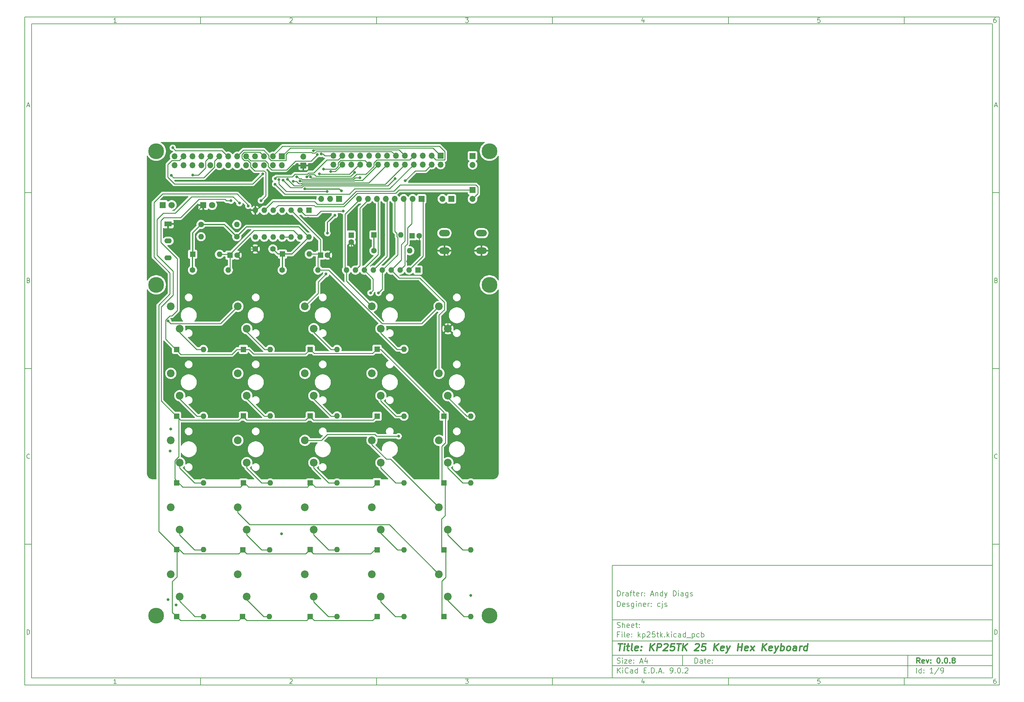
<source format=gtl>
%TF.GenerationSoftware,KiCad,Pcbnew,9.0.2+1*%
%TF.CreationDate,2025-06-13T17:56:32+09:00*%
%TF.ProjectId,kp25tk,6b703235-746b-42e6-9b69-6361645f7063,0.0.8*%
%TF.SameCoordinates,Original*%
%TF.FileFunction,Copper,L1,Top*%
%TF.FilePolarity,Positive*%
%FSLAX46Y46*%
G04 Gerber Fmt 4.6, Leading zero omitted, Abs format (unit mm)*
G04 Created by KiCad (PCBNEW 9.0.2+1) date 2025-06-13 17:56:32*
%MOMM*%
%LPD*%
G01*
G04 APERTURE LIST*
%ADD10C,0.100000*%
%ADD11C,0.150000*%
%ADD12C,0.300000*%
%ADD13C,0.400000*%
%TA.AperFunction,ComponentPad*%
%ADD14R,1.600000X1.600000*%
%TD*%
%TA.AperFunction,ComponentPad*%
%ADD15O,1.600000X1.600000*%
%TD*%
%TA.AperFunction,ComponentPad*%
%ADD16C,1.600000*%
%TD*%
%TA.AperFunction,ComponentPad*%
%ADD17C,2.200000*%
%TD*%
%TA.AperFunction,ComponentPad*%
%ADD18C,4.500000*%
%TD*%
%TA.AperFunction,ComponentPad*%
%ADD19R,2.080000X1.408000*%
%TD*%
%TA.AperFunction,ComponentPad*%
%ADD20O,2.080000X1.408000*%
%TD*%
%TA.AperFunction,ComponentPad*%
%ADD21R,1.700000X1.700000*%
%TD*%
%TA.AperFunction,ComponentPad*%
%ADD22O,1.700000X1.700000*%
%TD*%
%TA.AperFunction,ComponentPad*%
%ADD23R,1.800000X1.800000*%
%TD*%
%TA.AperFunction,ComponentPad*%
%ADD24C,1.800000*%
%TD*%
%TA.AperFunction,ComponentPad*%
%ADD25O,3.048000X1.850000*%
%TD*%
%TA.AperFunction,ViaPad*%
%ADD26C,0.800000*%
%TD*%
%TA.AperFunction,Conductor*%
%ADD27C,0.250000*%
%TD*%
%TA.AperFunction,Conductor*%
%ADD28C,0.300000*%
%TD*%
G04 APERTURE END LIST*
D10*
D11*
X177002200Y-166007200D02*
X285002200Y-166007200D01*
X285002200Y-198007200D01*
X177002200Y-198007200D01*
X177002200Y-166007200D01*
D10*
D11*
X10000000Y-10000000D02*
X287002200Y-10000000D01*
X287002200Y-200007200D01*
X10000000Y-200007200D01*
X10000000Y-10000000D01*
D10*
D11*
X12000000Y-12000000D02*
X285002200Y-12000000D01*
X285002200Y-198007200D01*
X12000000Y-198007200D01*
X12000000Y-12000000D01*
D10*
D11*
X60000000Y-12000000D02*
X60000000Y-10000000D01*
D10*
D11*
X110000000Y-12000000D02*
X110000000Y-10000000D01*
D10*
D11*
X160000000Y-12000000D02*
X160000000Y-10000000D01*
D10*
D11*
X210000000Y-12000000D02*
X210000000Y-10000000D01*
D10*
D11*
X260000000Y-12000000D02*
X260000000Y-10000000D01*
D10*
D11*
X36089160Y-11593604D02*
X35346303Y-11593604D01*
X35717731Y-11593604D02*
X35717731Y-10293604D01*
X35717731Y-10293604D02*
X35593922Y-10479319D01*
X35593922Y-10479319D02*
X35470112Y-10603128D01*
X35470112Y-10603128D02*
X35346303Y-10665033D01*
D10*
D11*
X85346303Y-10417414D02*
X85408207Y-10355509D01*
X85408207Y-10355509D02*
X85532017Y-10293604D01*
X85532017Y-10293604D02*
X85841541Y-10293604D01*
X85841541Y-10293604D02*
X85965350Y-10355509D01*
X85965350Y-10355509D02*
X86027255Y-10417414D01*
X86027255Y-10417414D02*
X86089160Y-10541223D01*
X86089160Y-10541223D02*
X86089160Y-10665033D01*
X86089160Y-10665033D02*
X86027255Y-10850747D01*
X86027255Y-10850747D02*
X85284398Y-11593604D01*
X85284398Y-11593604D02*
X86089160Y-11593604D01*
D10*
D11*
X135284398Y-10293604D02*
X136089160Y-10293604D01*
X136089160Y-10293604D02*
X135655826Y-10788842D01*
X135655826Y-10788842D02*
X135841541Y-10788842D01*
X135841541Y-10788842D02*
X135965350Y-10850747D01*
X135965350Y-10850747D02*
X136027255Y-10912652D01*
X136027255Y-10912652D02*
X136089160Y-11036461D01*
X136089160Y-11036461D02*
X136089160Y-11345985D01*
X136089160Y-11345985D02*
X136027255Y-11469795D01*
X136027255Y-11469795D02*
X135965350Y-11531700D01*
X135965350Y-11531700D02*
X135841541Y-11593604D01*
X135841541Y-11593604D02*
X135470112Y-11593604D01*
X135470112Y-11593604D02*
X135346303Y-11531700D01*
X135346303Y-11531700D02*
X135284398Y-11469795D01*
D10*
D11*
X185965350Y-10726938D02*
X185965350Y-11593604D01*
X185655826Y-10231700D02*
X185346303Y-11160271D01*
X185346303Y-11160271D02*
X186151064Y-11160271D01*
D10*
D11*
X236027255Y-10293604D02*
X235408207Y-10293604D01*
X235408207Y-10293604D02*
X235346303Y-10912652D01*
X235346303Y-10912652D02*
X235408207Y-10850747D01*
X235408207Y-10850747D02*
X235532017Y-10788842D01*
X235532017Y-10788842D02*
X235841541Y-10788842D01*
X235841541Y-10788842D02*
X235965350Y-10850747D01*
X235965350Y-10850747D02*
X236027255Y-10912652D01*
X236027255Y-10912652D02*
X236089160Y-11036461D01*
X236089160Y-11036461D02*
X236089160Y-11345985D01*
X236089160Y-11345985D02*
X236027255Y-11469795D01*
X236027255Y-11469795D02*
X235965350Y-11531700D01*
X235965350Y-11531700D02*
X235841541Y-11593604D01*
X235841541Y-11593604D02*
X235532017Y-11593604D01*
X235532017Y-11593604D02*
X235408207Y-11531700D01*
X235408207Y-11531700D02*
X235346303Y-11469795D01*
D10*
D11*
X285965350Y-10293604D02*
X285717731Y-10293604D01*
X285717731Y-10293604D02*
X285593922Y-10355509D01*
X285593922Y-10355509D02*
X285532017Y-10417414D01*
X285532017Y-10417414D02*
X285408207Y-10603128D01*
X285408207Y-10603128D02*
X285346303Y-10850747D01*
X285346303Y-10850747D02*
X285346303Y-11345985D01*
X285346303Y-11345985D02*
X285408207Y-11469795D01*
X285408207Y-11469795D02*
X285470112Y-11531700D01*
X285470112Y-11531700D02*
X285593922Y-11593604D01*
X285593922Y-11593604D02*
X285841541Y-11593604D01*
X285841541Y-11593604D02*
X285965350Y-11531700D01*
X285965350Y-11531700D02*
X286027255Y-11469795D01*
X286027255Y-11469795D02*
X286089160Y-11345985D01*
X286089160Y-11345985D02*
X286089160Y-11036461D01*
X286089160Y-11036461D02*
X286027255Y-10912652D01*
X286027255Y-10912652D02*
X285965350Y-10850747D01*
X285965350Y-10850747D02*
X285841541Y-10788842D01*
X285841541Y-10788842D02*
X285593922Y-10788842D01*
X285593922Y-10788842D02*
X285470112Y-10850747D01*
X285470112Y-10850747D02*
X285408207Y-10912652D01*
X285408207Y-10912652D02*
X285346303Y-11036461D01*
D10*
D11*
X60000000Y-198007200D02*
X60000000Y-200007200D01*
D10*
D11*
X110000000Y-198007200D02*
X110000000Y-200007200D01*
D10*
D11*
X160000000Y-198007200D02*
X160000000Y-200007200D01*
D10*
D11*
X210000000Y-198007200D02*
X210000000Y-200007200D01*
D10*
D11*
X260000000Y-198007200D02*
X260000000Y-200007200D01*
D10*
D11*
X36089160Y-199600804D02*
X35346303Y-199600804D01*
X35717731Y-199600804D02*
X35717731Y-198300804D01*
X35717731Y-198300804D02*
X35593922Y-198486519D01*
X35593922Y-198486519D02*
X35470112Y-198610328D01*
X35470112Y-198610328D02*
X35346303Y-198672233D01*
D10*
D11*
X85346303Y-198424614D02*
X85408207Y-198362709D01*
X85408207Y-198362709D02*
X85532017Y-198300804D01*
X85532017Y-198300804D02*
X85841541Y-198300804D01*
X85841541Y-198300804D02*
X85965350Y-198362709D01*
X85965350Y-198362709D02*
X86027255Y-198424614D01*
X86027255Y-198424614D02*
X86089160Y-198548423D01*
X86089160Y-198548423D02*
X86089160Y-198672233D01*
X86089160Y-198672233D02*
X86027255Y-198857947D01*
X86027255Y-198857947D02*
X85284398Y-199600804D01*
X85284398Y-199600804D02*
X86089160Y-199600804D01*
D10*
D11*
X135284398Y-198300804D02*
X136089160Y-198300804D01*
X136089160Y-198300804D02*
X135655826Y-198796042D01*
X135655826Y-198796042D02*
X135841541Y-198796042D01*
X135841541Y-198796042D02*
X135965350Y-198857947D01*
X135965350Y-198857947D02*
X136027255Y-198919852D01*
X136027255Y-198919852D02*
X136089160Y-199043661D01*
X136089160Y-199043661D02*
X136089160Y-199353185D01*
X136089160Y-199353185D02*
X136027255Y-199476995D01*
X136027255Y-199476995D02*
X135965350Y-199538900D01*
X135965350Y-199538900D02*
X135841541Y-199600804D01*
X135841541Y-199600804D02*
X135470112Y-199600804D01*
X135470112Y-199600804D02*
X135346303Y-199538900D01*
X135346303Y-199538900D02*
X135284398Y-199476995D01*
D10*
D11*
X185965350Y-198734138D02*
X185965350Y-199600804D01*
X185655826Y-198238900D02*
X185346303Y-199167471D01*
X185346303Y-199167471D02*
X186151064Y-199167471D01*
D10*
D11*
X236027255Y-198300804D02*
X235408207Y-198300804D01*
X235408207Y-198300804D02*
X235346303Y-198919852D01*
X235346303Y-198919852D02*
X235408207Y-198857947D01*
X235408207Y-198857947D02*
X235532017Y-198796042D01*
X235532017Y-198796042D02*
X235841541Y-198796042D01*
X235841541Y-198796042D02*
X235965350Y-198857947D01*
X235965350Y-198857947D02*
X236027255Y-198919852D01*
X236027255Y-198919852D02*
X236089160Y-199043661D01*
X236089160Y-199043661D02*
X236089160Y-199353185D01*
X236089160Y-199353185D02*
X236027255Y-199476995D01*
X236027255Y-199476995D02*
X235965350Y-199538900D01*
X235965350Y-199538900D02*
X235841541Y-199600804D01*
X235841541Y-199600804D02*
X235532017Y-199600804D01*
X235532017Y-199600804D02*
X235408207Y-199538900D01*
X235408207Y-199538900D02*
X235346303Y-199476995D01*
D10*
D11*
X285965350Y-198300804D02*
X285717731Y-198300804D01*
X285717731Y-198300804D02*
X285593922Y-198362709D01*
X285593922Y-198362709D02*
X285532017Y-198424614D01*
X285532017Y-198424614D02*
X285408207Y-198610328D01*
X285408207Y-198610328D02*
X285346303Y-198857947D01*
X285346303Y-198857947D02*
X285346303Y-199353185D01*
X285346303Y-199353185D02*
X285408207Y-199476995D01*
X285408207Y-199476995D02*
X285470112Y-199538900D01*
X285470112Y-199538900D02*
X285593922Y-199600804D01*
X285593922Y-199600804D02*
X285841541Y-199600804D01*
X285841541Y-199600804D02*
X285965350Y-199538900D01*
X285965350Y-199538900D02*
X286027255Y-199476995D01*
X286027255Y-199476995D02*
X286089160Y-199353185D01*
X286089160Y-199353185D02*
X286089160Y-199043661D01*
X286089160Y-199043661D02*
X286027255Y-198919852D01*
X286027255Y-198919852D02*
X285965350Y-198857947D01*
X285965350Y-198857947D02*
X285841541Y-198796042D01*
X285841541Y-198796042D02*
X285593922Y-198796042D01*
X285593922Y-198796042D02*
X285470112Y-198857947D01*
X285470112Y-198857947D02*
X285408207Y-198919852D01*
X285408207Y-198919852D02*
X285346303Y-199043661D01*
D10*
D11*
X10000000Y-60000000D02*
X12000000Y-60000000D01*
D10*
D11*
X10000000Y-110000000D02*
X12000000Y-110000000D01*
D10*
D11*
X10000000Y-160000000D02*
X12000000Y-160000000D01*
D10*
D11*
X10690476Y-35222176D02*
X11309523Y-35222176D01*
X10566666Y-35593604D02*
X10999999Y-34293604D01*
X10999999Y-34293604D02*
X11433333Y-35593604D01*
D10*
D11*
X11092857Y-84912652D02*
X11278571Y-84974557D01*
X11278571Y-84974557D02*
X11340476Y-85036461D01*
X11340476Y-85036461D02*
X11402380Y-85160271D01*
X11402380Y-85160271D02*
X11402380Y-85345985D01*
X11402380Y-85345985D02*
X11340476Y-85469795D01*
X11340476Y-85469795D02*
X11278571Y-85531700D01*
X11278571Y-85531700D02*
X11154761Y-85593604D01*
X11154761Y-85593604D02*
X10659523Y-85593604D01*
X10659523Y-85593604D02*
X10659523Y-84293604D01*
X10659523Y-84293604D02*
X11092857Y-84293604D01*
X11092857Y-84293604D02*
X11216666Y-84355509D01*
X11216666Y-84355509D02*
X11278571Y-84417414D01*
X11278571Y-84417414D02*
X11340476Y-84541223D01*
X11340476Y-84541223D02*
X11340476Y-84665033D01*
X11340476Y-84665033D02*
X11278571Y-84788842D01*
X11278571Y-84788842D02*
X11216666Y-84850747D01*
X11216666Y-84850747D02*
X11092857Y-84912652D01*
X11092857Y-84912652D02*
X10659523Y-84912652D01*
D10*
D11*
X11402380Y-135469795D02*
X11340476Y-135531700D01*
X11340476Y-135531700D02*
X11154761Y-135593604D01*
X11154761Y-135593604D02*
X11030952Y-135593604D01*
X11030952Y-135593604D02*
X10845238Y-135531700D01*
X10845238Y-135531700D02*
X10721428Y-135407890D01*
X10721428Y-135407890D02*
X10659523Y-135284080D01*
X10659523Y-135284080D02*
X10597619Y-135036461D01*
X10597619Y-135036461D02*
X10597619Y-134850747D01*
X10597619Y-134850747D02*
X10659523Y-134603128D01*
X10659523Y-134603128D02*
X10721428Y-134479319D01*
X10721428Y-134479319D02*
X10845238Y-134355509D01*
X10845238Y-134355509D02*
X11030952Y-134293604D01*
X11030952Y-134293604D02*
X11154761Y-134293604D01*
X11154761Y-134293604D02*
X11340476Y-134355509D01*
X11340476Y-134355509D02*
X11402380Y-134417414D01*
D10*
D11*
X10659523Y-185593604D02*
X10659523Y-184293604D01*
X10659523Y-184293604D02*
X10969047Y-184293604D01*
X10969047Y-184293604D02*
X11154761Y-184355509D01*
X11154761Y-184355509D02*
X11278571Y-184479319D01*
X11278571Y-184479319D02*
X11340476Y-184603128D01*
X11340476Y-184603128D02*
X11402380Y-184850747D01*
X11402380Y-184850747D02*
X11402380Y-185036461D01*
X11402380Y-185036461D02*
X11340476Y-185284080D01*
X11340476Y-185284080D02*
X11278571Y-185407890D01*
X11278571Y-185407890D02*
X11154761Y-185531700D01*
X11154761Y-185531700D02*
X10969047Y-185593604D01*
X10969047Y-185593604D02*
X10659523Y-185593604D01*
D10*
D11*
X287002200Y-60000000D02*
X285002200Y-60000000D01*
D10*
D11*
X287002200Y-110000000D02*
X285002200Y-110000000D01*
D10*
D11*
X287002200Y-160000000D02*
X285002200Y-160000000D01*
D10*
D11*
X285692676Y-35222176D02*
X286311723Y-35222176D01*
X285568866Y-35593604D02*
X286002199Y-34293604D01*
X286002199Y-34293604D02*
X286435533Y-35593604D01*
D10*
D11*
X286095057Y-84912652D02*
X286280771Y-84974557D01*
X286280771Y-84974557D02*
X286342676Y-85036461D01*
X286342676Y-85036461D02*
X286404580Y-85160271D01*
X286404580Y-85160271D02*
X286404580Y-85345985D01*
X286404580Y-85345985D02*
X286342676Y-85469795D01*
X286342676Y-85469795D02*
X286280771Y-85531700D01*
X286280771Y-85531700D02*
X286156961Y-85593604D01*
X286156961Y-85593604D02*
X285661723Y-85593604D01*
X285661723Y-85593604D02*
X285661723Y-84293604D01*
X285661723Y-84293604D02*
X286095057Y-84293604D01*
X286095057Y-84293604D02*
X286218866Y-84355509D01*
X286218866Y-84355509D02*
X286280771Y-84417414D01*
X286280771Y-84417414D02*
X286342676Y-84541223D01*
X286342676Y-84541223D02*
X286342676Y-84665033D01*
X286342676Y-84665033D02*
X286280771Y-84788842D01*
X286280771Y-84788842D02*
X286218866Y-84850747D01*
X286218866Y-84850747D02*
X286095057Y-84912652D01*
X286095057Y-84912652D02*
X285661723Y-84912652D01*
D10*
D11*
X286404580Y-135469795D02*
X286342676Y-135531700D01*
X286342676Y-135531700D02*
X286156961Y-135593604D01*
X286156961Y-135593604D02*
X286033152Y-135593604D01*
X286033152Y-135593604D02*
X285847438Y-135531700D01*
X285847438Y-135531700D02*
X285723628Y-135407890D01*
X285723628Y-135407890D02*
X285661723Y-135284080D01*
X285661723Y-135284080D02*
X285599819Y-135036461D01*
X285599819Y-135036461D02*
X285599819Y-134850747D01*
X285599819Y-134850747D02*
X285661723Y-134603128D01*
X285661723Y-134603128D02*
X285723628Y-134479319D01*
X285723628Y-134479319D02*
X285847438Y-134355509D01*
X285847438Y-134355509D02*
X286033152Y-134293604D01*
X286033152Y-134293604D02*
X286156961Y-134293604D01*
X286156961Y-134293604D02*
X286342676Y-134355509D01*
X286342676Y-134355509D02*
X286404580Y-134417414D01*
D10*
D11*
X285661723Y-185593604D02*
X285661723Y-184293604D01*
X285661723Y-184293604D02*
X285971247Y-184293604D01*
X285971247Y-184293604D02*
X286156961Y-184355509D01*
X286156961Y-184355509D02*
X286280771Y-184479319D01*
X286280771Y-184479319D02*
X286342676Y-184603128D01*
X286342676Y-184603128D02*
X286404580Y-184850747D01*
X286404580Y-184850747D02*
X286404580Y-185036461D01*
X286404580Y-185036461D02*
X286342676Y-185284080D01*
X286342676Y-185284080D02*
X286280771Y-185407890D01*
X286280771Y-185407890D02*
X286156961Y-185531700D01*
X286156961Y-185531700D02*
X285971247Y-185593604D01*
X285971247Y-185593604D02*
X285661723Y-185593604D01*
D10*
D11*
X200458026Y-193793328D02*
X200458026Y-192293328D01*
X200458026Y-192293328D02*
X200815169Y-192293328D01*
X200815169Y-192293328D02*
X201029455Y-192364757D01*
X201029455Y-192364757D02*
X201172312Y-192507614D01*
X201172312Y-192507614D02*
X201243741Y-192650471D01*
X201243741Y-192650471D02*
X201315169Y-192936185D01*
X201315169Y-192936185D02*
X201315169Y-193150471D01*
X201315169Y-193150471D02*
X201243741Y-193436185D01*
X201243741Y-193436185D02*
X201172312Y-193579042D01*
X201172312Y-193579042D02*
X201029455Y-193721900D01*
X201029455Y-193721900D02*
X200815169Y-193793328D01*
X200815169Y-193793328D02*
X200458026Y-193793328D01*
X202600884Y-193793328D02*
X202600884Y-193007614D01*
X202600884Y-193007614D02*
X202529455Y-192864757D01*
X202529455Y-192864757D02*
X202386598Y-192793328D01*
X202386598Y-192793328D02*
X202100884Y-192793328D01*
X202100884Y-192793328D02*
X201958026Y-192864757D01*
X202600884Y-193721900D02*
X202458026Y-193793328D01*
X202458026Y-193793328D02*
X202100884Y-193793328D01*
X202100884Y-193793328D02*
X201958026Y-193721900D01*
X201958026Y-193721900D02*
X201886598Y-193579042D01*
X201886598Y-193579042D02*
X201886598Y-193436185D01*
X201886598Y-193436185D02*
X201958026Y-193293328D01*
X201958026Y-193293328D02*
X202100884Y-193221900D01*
X202100884Y-193221900D02*
X202458026Y-193221900D01*
X202458026Y-193221900D02*
X202600884Y-193150471D01*
X203100884Y-192793328D02*
X203672312Y-192793328D01*
X203315169Y-192293328D02*
X203315169Y-193579042D01*
X203315169Y-193579042D02*
X203386598Y-193721900D01*
X203386598Y-193721900D02*
X203529455Y-193793328D01*
X203529455Y-193793328D02*
X203672312Y-193793328D01*
X204743741Y-193721900D02*
X204600884Y-193793328D01*
X204600884Y-193793328D02*
X204315170Y-193793328D01*
X204315170Y-193793328D02*
X204172312Y-193721900D01*
X204172312Y-193721900D02*
X204100884Y-193579042D01*
X204100884Y-193579042D02*
X204100884Y-193007614D01*
X204100884Y-193007614D02*
X204172312Y-192864757D01*
X204172312Y-192864757D02*
X204315170Y-192793328D01*
X204315170Y-192793328D02*
X204600884Y-192793328D01*
X204600884Y-192793328D02*
X204743741Y-192864757D01*
X204743741Y-192864757D02*
X204815170Y-193007614D01*
X204815170Y-193007614D02*
X204815170Y-193150471D01*
X204815170Y-193150471D02*
X204100884Y-193293328D01*
X205458026Y-193650471D02*
X205529455Y-193721900D01*
X205529455Y-193721900D02*
X205458026Y-193793328D01*
X205458026Y-193793328D02*
X205386598Y-193721900D01*
X205386598Y-193721900D02*
X205458026Y-193650471D01*
X205458026Y-193650471D02*
X205458026Y-193793328D01*
X205458026Y-192864757D02*
X205529455Y-192936185D01*
X205529455Y-192936185D02*
X205458026Y-193007614D01*
X205458026Y-193007614D02*
X205386598Y-192936185D01*
X205386598Y-192936185D02*
X205458026Y-192864757D01*
X205458026Y-192864757D02*
X205458026Y-193007614D01*
D10*
D11*
X177002200Y-194507200D02*
X285002200Y-194507200D01*
D10*
D11*
X178458026Y-196593328D02*
X178458026Y-195093328D01*
X179315169Y-196593328D02*
X178672312Y-195736185D01*
X179315169Y-195093328D02*
X178458026Y-195950471D01*
X179958026Y-196593328D02*
X179958026Y-195593328D01*
X179958026Y-195093328D02*
X179886598Y-195164757D01*
X179886598Y-195164757D02*
X179958026Y-195236185D01*
X179958026Y-195236185D02*
X180029455Y-195164757D01*
X180029455Y-195164757D02*
X179958026Y-195093328D01*
X179958026Y-195093328D02*
X179958026Y-195236185D01*
X181529455Y-196450471D02*
X181458027Y-196521900D01*
X181458027Y-196521900D02*
X181243741Y-196593328D01*
X181243741Y-196593328D02*
X181100884Y-196593328D01*
X181100884Y-196593328D02*
X180886598Y-196521900D01*
X180886598Y-196521900D02*
X180743741Y-196379042D01*
X180743741Y-196379042D02*
X180672312Y-196236185D01*
X180672312Y-196236185D02*
X180600884Y-195950471D01*
X180600884Y-195950471D02*
X180600884Y-195736185D01*
X180600884Y-195736185D02*
X180672312Y-195450471D01*
X180672312Y-195450471D02*
X180743741Y-195307614D01*
X180743741Y-195307614D02*
X180886598Y-195164757D01*
X180886598Y-195164757D02*
X181100884Y-195093328D01*
X181100884Y-195093328D02*
X181243741Y-195093328D01*
X181243741Y-195093328D02*
X181458027Y-195164757D01*
X181458027Y-195164757D02*
X181529455Y-195236185D01*
X182815170Y-196593328D02*
X182815170Y-195807614D01*
X182815170Y-195807614D02*
X182743741Y-195664757D01*
X182743741Y-195664757D02*
X182600884Y-195593328D01*
X182600884Y-195593328D02*
X182315170Y-195593328D01*
X182315170Y-195593328D02*
X182172312Y-195664757D01*
X182815170Y-196521900D02*
X182672312Y-196593328D01*
X182672312Y-196593328D02*
X182315170Y-196593328D01*
X182315170Y-196593328D02*
X182172312Y-196521900D01*
X182172312Y-196521900D02*
X182100884Y-196379042D01*
X182100884Y-196379042D02*
X182100884Y-196236185D01*
X182100884Y-196236185D02*
X182172312Y-196093328D01*
X182172312Y-196093328D02*
X182315170Y-196021900D01*
X182315170Y-196021900D02*
X182672312Y-196021900D01*
X182672312Y-196021900D02*
X182815170Y-195950471D01*
X184172313Y-196593328D02*
X184172313Y-195093328D01*
X184172313Y-196521900D02*
X184029455Y-196593328D01*
X184029455Y-196593328D02*
X183743741Y-196593328D01*
X183743741Y-196593328D02*
X183600884Y-196521900D01*
X183600884Y-196521900D02*
X183529455Y-196450471D01*
X183529455Y-196450471D02*
X183458027Y-196307614D01*
X183458027Y-196307614D02*
X183458027Y-195879042D01*
X183458027Y-195879042D02*
X183529455Y-195736185D01*
X183529455Y-195736185D02*
X183600884Y-195664757D01*
X183600884Y-195664757D02*
X183743741Y-195593328D01*
X183743741Y-195593328D02*
X184029455Y-195593328D01*
X184029455Y-195593328D02*
X184172313Y-195664757D01*
X186029455Y-195807614D02*
X186529455Y-195807614D01*
X186743741Y-196593328D02*
X186029455Y-196593328D01*
X186029455Y-196593328D02*
X186029455Y-195093328D01*
X186029455Y-195093328D02*
X186743741Y-195093328D01*
X187386598Y-196450471D02*
X187458027Y-196521900D01*
X187458027Y-196521900D02*
X187386598Y-196593328D01*
X187386598Y-196593328D02*
X187315170Y-196521900D01*
X187315170Y-196521900D02*
X187386598Y-196450471D01*
X187386598Y-196450471D02*
X187386598Y-196593328D01*
X188100884Y-196593328D02*
X188100884Y-195093328D01*
X188100884Y-195093328D02*
X188458027Y-195093328D01*
X188458027Y-195093328D02*
X188672313Y-195164757D01*
X188672313Y-195164757D02*
X188815170Y-195307614D01*
X188815170Y-195307614D02*
X188886599Y-195450471D01*
X188886599Y-195450471D02*
X188958027Y-195736185D01*
X188958027Y-195736185D02*
X188958027Y-195950471D01*
X188958027Y-195950471D02*
X188886599Y-196236185D01*
X188886599Y-196236185D02*
X188815170Y-196379042D01*
X188815170Y-196379042D02*
X188672313Y-196521900D01*
X188672313Y-196521900D02*
X188458027Y-196593328D01*
X188458027Y-196593328D02*
X188100884Y-196593328D01*
X189600884Y-196450471D02*
X189672313Y-196521900D01*
X189672313Y-196521900D02*
X189600884Y-196593328D01*
X189600884Y-196593328D02*
X189529456Y-196521900D01*
X189529456Y-196521900D02*
X189600884Y-196450471D01*
X189600884Y-196450471D02*
X189600884Y-196593328D01*
X190243742Y-196164757D02*
X190958028Y-196164757D01*
X190100885Y-196593328D02*
X190600885Y-195093328D01*
X190600885Y-195093328D02*
X191100885Y-196593328D01*
X191600884Y-196450471D02*
X191672313Y-196521900D01*
X191672313Y-196521900D02*
X191600884Y-196593328D01*
X191600884Y-196593328D02*
X191529456Y-196521900D01*
X191529456Y-196521900D02*
X191600884Y-196450471D01*
X191600884Y-196450471D02*
X191600884Y-196593328D01*
X193529456Y-196593328D02*
X193815170Y-196593328D01*
X193815170Y-196593328D02*
X193958027Y-196521900D01*
X193958027Y-196521900D02*
X194029456Y-196450471D01*
X194029456Y-196450471D02*
X194172313Y-196236185D01*
X194172313Y-196236185D02*
X194243742Y-195950471D01*
X194243742Y-195950471D02*
X194243742Y-195379042D01*
X194243742Y-195379042D02*
X194172313Y-195236185D01*
X194172313Y-195236185D02*
X194100885Y-195164757D01*
X194100885Y-195164757D02*
X193958027Y-195093328D01*
X193958027Y-195093328D02*
X193672313Y-195093328D01*
X193672313Y-195093328D02*
X193529456Y-195164757D01*
X193529456Y-195164757D02*
X193458027Y-195236185D01*
X193458027Y-195236185D02*
X193386599Y-195379042D01*
X193386599Y-195379042D02*
X193386599Y-195736185D01*
X193386599Y-195736185D02*
X193458027Y-195879042D01*
X193458027Y-195879042D02*
X193529456Y-195950471D01*
X193529456Y-195950471D02*
X193672313Y-196021900D01*
X193672313Y-196021900D02*
X193958027Y-196021900D01*
X193958027Y-196021900D02*
X194100885Y-195950471D01*
X194100885Y-195950471D02*
X194172313Y-195879042D01*
X194172313Y-195879042D02*
X194243742Y-195736185D01*
X194886598Y-196450471D02*
X194958027Y-196521900D01*
X194958027Y-196521900D02*
X194886598Y-196593328D01*
X194886598Y-196593328D02*
X194815170Y-196521900D01*
X194815170Y-196521900D02*
X194886598Y-196450471D01*
X194886598Y-196450471D02*
X194886598Y-196593328D01*
X195886599Y-195093328D02*
X196029456Y-195093328D01*
X196029456Y-195093328D02*
X196172313Y-195164757D01*
X196172313Y-195164757D02*
X196243742Y-195236185D01*
X196243742Y-195236185D02*
X196315170Y-195379042D01*
X196315170Y-195379042D02*
X196386599Y-195664757D01*
X196386599Y-195664757D02*
X196386599Y-196021900D01*
X196386599Y-196021900D02*
X196315170Y-196307614D01*
X196315170Y-196307614D02*
X196243742Y-196450471D01*
X196243742Y-196450471D02*
X196172313Y-196521900D01*
X196172313Y-196521900D02*
X196029456Y-196593328D01*
X196029456Y-196593328D02*
X195886599Y-196593328D01*
X195886599Y-196593328D02*
X195743742Y-196521900D01*
X195743742Y-196521900D02*
X195672313Y-196450471D01*
X195672313Y-196450471D02*
X195600884Y-196307614D01*
X195600884Y-196307614D02*
X195529456Y-196021900D01*
X195529456Y-196021900D02*
X195529456Y-195664757D01*
X195529456Y-195664757D02*
X195600884Y-195379042D01*
X195600884Y-195379042D02*
X195672313Y-195236185D01*
X195672313Y-195236185D02*
X195743742Y-195164757D01*
X195743742Y-195164757D02*
X195886599Y-195093328D01*
X197029455Y-196450471D02*
X197100884Y-196521900D01*
X197100884Y-196521900D02*
X197029455Y-196593328D01*
X197029455Y-196593328D02*
X196958027Y-196521900D01*
X196958027Y-196521900D02*
X197029455Y-196450471D01*
X197029455Y-196450471D02*
X197029455Y-196593328D01*
X197672313Y-195236185D02*
X197743741Y-195164757D01*
X197743741Y-195164757D02*
X197886599Y-195093328D01*
X197886599Y-195093328D02*
X198243741Y-195093328D01*
X198243741Y-195093328D02*
X198386599Y-195164757D01*
X198386599Y-195164757D02*
X198458027Y-195236185D01*
X198458027Y-195236185D02*
X198529456Y-195379042D01*
X198529456Y-195379042D02*
X198529456Y-195521900D01*
X198529456Y-195521900D02*
X198458027Y-195736185D01*
X198458027Y-195736185D02*
X197600884Y-196593328D01*
X197600884Y-196593328D02*
X198529456Y-196593328D01*
D10*
D11*
X177002200Y-191507200D02*
X285002200Y-191507200D01*
D10*
D12*
X264413853Y-193785528D02*
X263913853Y-193071242D01*
X263556710Y-193785528D02*
X263556710Y-192285528D01*
X263556710Y-192285528D02*
X264128139Y-192285528D01*
X264128139Y-192285528D02*
X264270996Y-192356957D01*
X264270996Y-192356957D02*
X264342425Y-192428385D01*
X264342425Y-192428385D02*
X264413853Y-192571242D01*
X264413853Y-192571242D02*
X264413853Y-192785528D01*
X264413853Y-192785528D02*
X264342425Y-192928385D01*
X264342425Y-192928385D02*
X264270996Y-192999814D01*
X264270996Y-192999814D02*
X264128139Y-193071242D01*
X264128139Y-193071242D02*
X263556710Y-193071242D01*
X265628139Y-193714100D02*
X265485282Y-193785528D01*
X265485282Y-193785528D02*
X265199568Y-193785528D01*
X265199568Y-193785528D02*
X265056710Y-193714100D01*
X265056710Y-193714100D02*
X264985282Y-193571242D01*
X264985282Y-193571242D02*
X264985282Y-192999814D01*
X264985282Y-192999814D02*
X265056710Y-192856957D01*
X265056710Y-192856957D02*
X265199568Y-192785528D01*
X265199568Y-192785528D02*
X265485282Y-192785528D01*
X265485282Y-192785528D02*
X265628139Y-192856957D01*
X265628139Y-192856957D02*
X265699568Y-192999814D01*
X265699568Y-192999814D02*
X265699568Y-193142671D01*
X265699568Y-193142671D02*
X264985282Y-193285528D01*
X266199567Y-192785528D02*
X266556710Y-193785528D01*
X266556710Y-193785528D02*
X266913853Y-192785528D01*
X267485281Y-193642671D02*
X267556710Y-193714100D01*
X267556710Y-193714100D02*
X267485281Y-193785528D01*
X267485281Y-193785528D02*
X267413853Y-193714100D01*
X267413853Y-193714100D02*
X267485281Y-193642671D01*
X267485281Y-193642671D02*
X267485281Y-193785528D01*
X267485281Y-192856957D02*
X267556710Y-192928385D01*
X267556710Y-192928385D02*
X267485281Y-192999814D01*
X267485281Y-192999814D02*
X267413853Y-192928385D01*
X267413853Y-192928385D02*
X267485281Y-192856957D01*
X267485281Y-192856957D02*
X267485281Y-192999814D01*
X269628139Y-192285528D02*
X269770996Y-192285528D01*
X269770996Y-192285528D02*
X269913853Y-192356957D01*
X269913853Y-192356957D02*
X269985282Y-192428385D01*
X269985282Y-192428385D02*
X270056710Y-192571242D01*
X270056710Y-192571242D02*
X270128139Y-192856957D01*
X270128139Y-192856957D02*
X270128139Y-193214100D01*
X270128139Y-193214100D02*
X270056710Y-193499814D01*
X270056710Y-193499814D02*
X269985282Y-193642671D01*
X269985282Y-193642671D02*
X269913853Y-193714100D01*
X269913853Y-193714100D02*
X269770996Y-193785528D01*
X269770996Y-193785528D02*
X269628139Y-193785528D01*
X269628139Y-193785528D02*
X269485282Y-193714100D01*
X269485282Y-193714100D02*
X269413853Y-193642671D01*
X269413853Y-193642671D02*
X269342424Y-193499814D01*
X269342424Y-193499814D02*
X269270996Y-193214100D01*
X269270996Y-193214100D02*
X269270996Y-192856957D01*
X269270996Y-192856957D02*
X269342424Y-192571242D01*
X269342424Y-192571242D02*
X269413853Y-192428385D01*
X269413853Y-192428385D02*
X269485282Y-192356957D01*
X269485282Y-192356957D02*
X269628139Y-192285528D01*
X270770995Y-193642671D02*
X270842424Y-193714100D01*
X270842424Y-193714100D02*
X270770995Y-193785528D01*
X270770995Y-193785528D02*
X270699567Y-193714100D01*
X270699567Y-193714100D02*
X270770995Y-193642671D01*
X270770995Y-193642671D02*
X270770995Y-193785528D01*
X271770996Y-192285528D02*
X271913853Y-192285528D01*
X271913853Y-192285528D02*
X272056710Y-192356957D01*
X272056710Y-192356957D02*
X272128139Y-192428385D01*
X272128139Y-192428385D02*
X272199567Y-192571242D01*
X272199567Y-192571242D02*
X272270996Y-192856957D01*
X272270996Y-192856957D02*
X272270996Y-193214100D01*
X272270996Y-193214100D02*
X272199567Y-193499814D01*
X272199567Y-193499814D02*
X272128139Y-193642671D01*
X272128139Y-193642671D02*
X272056710Y-193714100D01*
X272056710Y-193714100D02*
X271913853Y-193785528D01*
X271913853Y-193785528D02*
X271770996Y-193785528D01*
X271770996Y-193785528D02*
X271628139Y-193714100D01*
X271628139Y-193714100D02*
X271556710Y-193642671D01*
X271556710Y-193642671D02*
X271485281Y-193499814D01*
X271485281Y-193499814D02*
X271413853Y-193214100D01*
X271413853Y-193214100D02*
X271413853Y-192856957D01*
X271413853Y-192856957D02*
X271485281Y-192571242D01*
X271485281Y-192571242D02*
X271556710Y-192428385D01*
X271556710Y-192428385D02*
X271628139Y-192356957D01*
X271628139Y-192356957D02*
X271770996Y-192285528D01*
X272913852Y-193642671D02*
X272985281Y-193714100D01*
X272985281Y-193714100D02*
X272913852Y-193785528D01*
X272913852Y-193785528D02*
X272842424Y-193714100D01*
X272842424Y-193714100D02*
X272913852Y-193642671D01*
X272913852Y-193642671D02*
X272913852Y-193785528D01*
X273842424Y-192928385D02*
X273699567Y-192856957D01*
X273699567Y-192856957D02*
X273628138Y-192785528D01*
X273628138Y-192785528D02*
X273556710Y-192642671D01*
X273556710Y-192642671D02*
X273556710Y-192571242D01*
X273556710Y-192571242D02*
X273628138Y-192428385D01*
X273628138Y-192428385D02*
X273699567Y-192356957D01*
X273699567Y-192356957D02*
X273842424Y-192285528D01*
X273842424Y-192285528D02*
X274128138Y-192285528D01*
X274128138Y-192285528D02*
X274270996Y-192356957D01*
X274270996Y-192356957D02*
X274342424Y-192428385D01*
X274342424Y-192428385D02*
X274413853Y-192571242D01*
X274413853Y-192571242D02*
X274413853Y-192642671D01*
X274413853Y-192642671D02*
X274342424Y-192785528D01*
X274342424Y-192785528D02*
X274270996Y-192856957D01*
X274270996Y-192856957D02*
X274128138Y-192928385D01*
X274128138Y-192928385D02*
X273842424Y-192928385D01*
X273842424Y-192928385D02*
X273699567Y-192999814D01*
X273699567Y-192999814D02*
X273628138Y-193071242D01*
X273628138Y-193071242D02*
X273556710Y-193214100D01*
X273556710Y-193214100D02*
X273556710Y-193499814D01*
X273556710Y-193499814D02*
X273628138Y-193642671D01*
X273628138Y-193642671D02*
X273699567Y-193714100D01*
X273699567Y-193714100D02*
X273842424Y-193785528D01*
X273842424Y-193785528D02*
X274128138Y-193785528D01*
X274128138Y-193785528D02*
X274270996Y-193714100D01*
X274270996Y-193714100D02*
X274342424Y-193642671D01*
X274342424Y-193642671D02*
X274413853Y-193499814D01*
X274413853Y-193499814D02*
X274413853Y-193214100D01*
X274413853Y-193214100D02*
X274342424Y-193071242D01*
X274342424Y-193071242D02*
X274270996Y-192999814D01*
X274270996Y-192999814D02*
X274128138Y-192928385D01*
D10*
D11*
X178386598Y-193721900D02*
X178600884Y-193793328D01*
X178600884Y-193793328D02*
X178958026Y-193793328D01*
X178958026Y-193793328D02*
X179100884Y-193721900D01*
X179100884Y-193721900D02*
X179172312Y-193650471D01*
X179172312Y-193650471D02*
X179243741Y-193507614D01*
X179243741Y-193507614D02*
X179243741Y-193364757D01*
X179243741Y-193364757D02*
X179172312Y-193221900D01*
X179172312Y-193221900D02*
X179100884Y-193150471D01*
X179100884Y-193150471D02*
X178958026Y-193079042D01*
X178958026Y-193079042D02*
X178672312Y-193007614D01*
X178672312Y-193007614D02*
X178529455Y-192936185D01*
X178529455Y-192936185D02*
X178458026Y-192864757D01*
X178458026Y-192864757D02*
X178386598Y-192721900D01*
X178386598Y-192721900D02*
X178386598Y-192579042D01*
X178386598Y-192579042D02*
X178458026Y-192436185D01*
X178458026Y-192436185D02*
X178529455Y-192364757D01*
X178529455Y-192364757D02*
X178672312Y-192293328D01*
X178672312Y-192293328D02*
X179029455Y-192293328D01*
X179029455Y-192293328D02*
X179243741Y-192364757D01*
X179886597Y-193793328D02*
X179886597Y-192793328D01*
X179886597Y-192293328D02*
X179815169Y-192364757D01*
X179815169Y-192364757D02*
X179886597Y-192436185D01*
X179886597Y-192436185D02*
X179958026Y-192364757D01*
X179958026Y-192364757D02*
X179886597Y-192293328D01*
X179886597Y-192293328D02*
X179886597Y-192436185D01*
X180458026Y-192793328D02*
X181243741Y-192793328D01*
X181243741Y-192793328D02*
X180458026Y-193793328D01*
X180458026Y-193793328D02*
X181243741Y-193793328D01*
X182386598Y-193721900D02*
X182243741Y-193793328D01*
X182243741Y-193793328D02*
X181958027Y-193793328D01*
X181958027Y-193793328D02*
X181815169Y-193721900D01*
X181815169Y-193721900D02*
X181743741Y-193579042D01*
X181743741Y-193579042D02*
X181743741Y-193007614D01*
X181743741Y-193007614D02*
X181815169Y-192864757D01*
X181815169Y-192864757D02*
X181958027Y-192793328D01*
X181958027Y-192793328D02*
X182243741Y-192793328D01*
X182243741Y-192793328D02*
X182386598Y-192864757D01*
X182386598Y-192864757D02*
X182458027Y-193007614D01*
X182458027Y-193007614D02*
X182458027Y-193150471D01*
X182458027Y-193150471D02*
X181743741Y-193293328D01*
X183100883Y-193650471D02*
X183172312Y-193721900D01*
X183172312Y-193721900D02*
X183100883Y-193793328D01*
X183100883Y-193793328D02*
X183029455Y-193721900D01*
X183029455Y-193721900D02*
X183100883Y-193650471D01*
X183100883Y-193650471D02*
X183100883Y-193793328D01*
X183100883Y-192864757D02*
X183172312Y-192936185D01*
X183172312Y-192936185D02*
X183100883Y-193007614D01*
X183100883Y-193007614D02*
X183029455Y-192936185D01*
X183029455Y-192936185D02*
X183100883Y-192864757D01*
X183100883Y-192864757D02*
X183100883Y-193007614D01*
X184886598Y-193364757D02*
X185600884Y-193364757D01*
X184743741Y-193793328D02*
X185243741Y-192293328D01*
X185243741Y-192293328D02*
X185743741Y-193793328D01*
X186886598Y-192793328D02*
X186886598Y-193793328D01*
X186529455Y-192221900D02*
X186172312Y-193293328D01*
X186172312Y-193293328D02*
X187100883Y-193293328D01*
D10*
D11*
X263458026Y-196593328D02*
X263458026Y-195093328D01*
X264815170Y-196593328D02*
X264815170Y-195093328D01*
X264815170Y-196521900D02*
X264672312Y-196593328D01*
X264672312Y-196593328D02*
X264386598Y-196593328D01*
X264386598Y-196593328D02*
X264243741Y-196521900D01*
X264243741Y-196521900D02*
X264172312Y-196450471D01*
X264172312Y-196450471D02*
X264100884Y-196307614D01*
X264100884Y-196307614D02*
X264100884Y-195879042D01*
X264100884Y-195879042D02*
X264172312Y-195736185D01*
X264172312Y-195736185D02*
X264243741Y-195664757D01*
X264243741Y-195664757D02*
X264386598Y-195593328D01*
X264386598Y-195593328D02*
X264672312Y-195593328D01*
X264672312Y-195593328D02*
X264815170Y-195664757D01*
X265529455Y-196450471D02*
X265600884Y-196521900D01*
X265600884Y-196521900D02*
X265529455Y-196593328D01*
X265529455Y-196593328D02*
X265458027Y-196521900D01*
X265458027Y-196521900D02*
X265529455Y-196450471D01*
X265529455Y-196450471D02*
X265529455Y-196593328D01*
X265529455Y-195664757D02*
X265600884Y-195736185D01*
X265600884Y-195736185D02*
X265529455Y-195807614D01*
X265529455Y-195807614D02*
X265458027Y-195736185D01*
X265458027Y-195736185D02*
X265529455Y-195664757D01*
X265529455Y-195664757D02*
X265529455Y-195807614D01*
X268172313Y-196593328D02*
X267315170Y-196593328D01*
X267743741Y-196593328D02*
X267743741Y-195093328D01*
X267743741Y-195093328D02*
X267600884Y-195307614D01*
X267600884Y-195307614D02*
X267458027Y-195450471D01*
X267458027Y-195450471D02*
X267315170Y-195521900D01*
X269886598Y-195021900D02*
X268600884Y-196950471D01*
X270458027Y-196593328D02*
X270743741Y-196593328D01*
X270743741Y-196593328D02*
X270886598Y-196521900D01*
X270886598Y-196521900D02*
X270958027Y-196450471D01*
X270958027Y-196450471D02*
X271100884Y-196236185D01*
X271100884Y-196236185D02*
X271172313Y-195950471D01*
X271172313Y-195950471D02*
X271172313Y-195379042D01*
X271172313Y-195379042D02*
X271100884Y-195236185D01*
X271100884Y-195236185D02*
X271029456Y-195164757D01*
X271029456Y-195164757D02*
X270886598Y-195093328D01*
X270886598Y-195093328D02*
X270600884Y-195093328D01*
X270600884Y-195093328D02*
X270458027Y-195164757D01*
X270458027Y-195164757D02*
X270386598Y-195236185D01*
X270386598Y-195236185D02*
X270315170Y-195379042D01*
X270315170Y-195379042D02*
X270315170Y-195736185D01*
X270315170Y-195736185D02*
X270386598Y-195879042D01*
X270386598Y-195879042D02*
X270458027Y-195950471D01*
X270458027Y-195950471D02*
X270600884Y-196021900D01*
X270600884Y-196021900D02*
X270886598Y-196021900D01*
X270886598Y-196021900D02*
X271029456Y-195950471D01*
X271029456Y-195950471D02*
X271100884Y-195879042D01*
X271100884Y-195879042D02*
X271172313Y-195736185D01*
D10*
D11*
X177002200Y-187507200D02*
X285002200Y-187507200D01*
D10*
D13*
X178693928Y-188211638D02*
X179836785Y-188211638D01*
X179015357Y-190211638D02*
X179265357Y-188211638D01*
X180253452Y-190211638D02*
X180420119Y-188878304D01*
X180503452Y-188211638D02*
X180396309Y-188306876D01*
X180396309Y-188306876D02*
X180479643Y-188402114D01*
X180479643Y-188402114D02*
X180586786Y-188306876D01*
X180586786Y-188306876D02*
X180503452Y-188211638D01*
X180503452Y-188211638D02*
X180479643Y-188402114D01*
X181086786Y-188878304D02*
X181848690Y-188878304D01*
X181455833Y-188211638D02*
X181241548Y-189925923D01*
X181241548Y-189925923D02*
X181312976Y-190116400D01*
X181312976Y-190116400D02*
X181491548Y-190211638D01*
X181491548Y-190211638D02*
X181682024Y-190211638D01*
X182634405Y-190211638D02*
X182455833Y-190116400D01*
X182455833Y-190116400D02*
X182384405Y-189925923D01*
X182384405Y-189925923D02*
X182598690Y-188211638D01*
X184170119Y-190116400D02*
X183967738Y-190211638D01*
X183967738Y-190211638D02*
X183586785Y-190211638D01*
X183586785Y-190211638D02*
X183408214Y-190116400D01*
X183408214Y-190116400D02*
X183336785Y-189925923D01*
X183336785Y-189925923D02*
X183432024Y-189164019D01*
X183432024Y-189164019D02*
X183551071Y-188973542D01*
X183551071Y-188973542D02*
X183753452Y-188878304D01*
X183753452Y-188878304D02*
X184134404Y-188878304D01*
X184134404Y-188878304D02*
X184312976Y-188973542D01*
X184312976Y-188973542D02*
X184384404Y-189164019D01*
X184384404Y-189164019D02*
X184360595Y-189354495D01*
X184360595Y-189354495D02*
X183384404Y-189544971D01*
X185134405Y-190021161D02*
X185217738Y-190116400D01*
X185217738Y-190116400D02*
X185110595Y-190211638D01*
X185110595Y-190211638D02*
X185027262Y-190116400D01*
X185027262Y-190116400D02*
X185134405Y-190021161D01*
X185134405Y-190021161D02*
X185110595Y-190211638D01*
X185265357Y-188973542D02*
X185348690Y-189068780D01*
X185348690Y-189068780D02*
X185241548Y-189164019D01*
X185241548Y-189164019D02*
X185158214Y-189068780D01*
X185158214Y-189068780D02*
X185265357Y-188973542D01*
X185265357Y-188973542D02*
X185241548Y-189164019D01*
X187586786Y-190211638D02*
X187836786Y-188211638D01*
X188729643Y-190211638D02*
X188015358Y-189068780D01*
X188979643Y-188211638D02*
X187693929Y-189354495D01*
X189586786Y-190211638D02*
X189836786Y-188211638D01*
X189836786Y-188211638D02*
X190598691Y-188211638D01*
X190598691Y-188211638D02*
X190777262Y-188306876D01*
X190777262Y-188306876D02*
X190860596Y-188402114D01*
X190860596Y-188402114D02*
X190932024Y-188592590D01*
X190932024Y-188592590D02*
X190896310Y-188878304D01*
X190896310Y-188878304D02*
X190777262Y-189068780D01*
X190777262Y-189068780D02*
X190670120Y-189164019D01*
X190670120Y-189164019D02*
X190467739Y-189259257D01*
X190467739Y-189259257D02*
X189705834Y-189259257D01*
X191717739Y-188402114D02*
X191824881Y-188306876D01*
X191824881Y-188306876D02*
X192027262Y-188211638D01*
X192027262Y-188211638D02*
X192503453Y-188211638D01*
X192503453Y-188211638D02*
X192682024Y-188306876D01*
X192682024Y-188306876D02*
X192765358Y-188402114D01*
X192765358Y-188402114D02*
X192836786Y-188592590D01*
X192836786Y-188592590D02*
X192812977Y-188783066D01*
X192812977Y-188783066D02*
X192682024Y-189068780D01*
X192682024Y-189068780D02*
X191396310Y-190211638D01*
X191396310Y-190211638D02*
X192634405Y-190211638D01*
X194693929Y-188211638D02*
X193741548Y-188211638D01*
X193741548Y-188211638D02*
X193527263Y-189164019D01*
X193527263Y-189164019D02*
X193634405Y-189068780D01*
X193634405Y-189068780D02*
X193836786Y-188973542D01*
X193836786Y-188973542D02*
X194312977Y-188973542D01*
X194312977Y-188973542D02*
X194491548Y-189068780D01*
X194491548Y-189068780D02*
X194574882Y-189164019D01*
X194574882Y-189164019D02*
X194646310Y-189354495D01*
X194646310Y-189354495D02*
X194586786Y-189830685D01*
X194586786Y-189830685D02*
X194467739Y-190021161D01*
X194467739Y-190021161D02*
X194360596Y-190116400D01*
X194360596Y-190116400D02*
X194158215Y-190211638D01*
X194158215Y-190211638D02*
X193682024Y-190211638D01*
X193682024Y-190211638D02*
X193503453Y-190116400D01*
X193503453Y-190116400D02*
X193420120Y-190021161D01*
X195360596Y-188211638D02*
X196503453Y-188211638D01*
X195682025Y-190211638D02*
X195932025Y-188211638D01*
X196920120Y-190211638D02*
X197170120Y-188211638D01*
X198062977Y-190211638D02*
X197348692Y-189068780D01*
X198312977Y-188211638D02*
X197027263Y-189354495D01*
X200574883Y-188402114D02*
X200682025Y-188306876D01*
X200682025Y-188306876D02*
X200884406Y-188211638D01*
X200884406Y-188211638D02*
X201360597Y-188211638D01*
X201360597Y-188211638D02*
X201539168Y-188306876D01*
X201539168Y-188306876D02*
X201622502Y-188402114D01*
X201622502Y-188402114D02*
X201693930Y-188592590D01*
X201693930Y-188592590D02*
X201670121Y-188783066D01*
X201670121Y-188783066D02*
X201539168Y-189068780D01*
X201539168Y-189068780D02*
X200253454Y-190211638D01*
X200253454Y-190211638D02*
X201491549Y-190211638D01*
X203551073Y-188211638D02*
X202598692Y-188211638D01*
X202598692Y-188211638D02*
X202384407Y-189164019D01*
X202384407Y-189164019D02*
X202491549Y-189068780D01*
X202491549Y-189068780D02*
X202693930Y-188973542D01*
X202693930Y-188973542D02*
X203170121Y-188973542D01*
X203170121Y-188973542D02*
X203348692Y-189068780D01*
X203348692Y-189068780D02*
X203432026Y-189164019D01*
X203432026Y-189164019D02*
X203503454Y-189354495D01*
X203503454Y-189354495D02*
X203443930Y-189830685D01*
X203443930Y-189830685D02*
X203324883Y-190021161D01*
X203324883Y-190021161D02*
X203217740Y-190116400D01*
X203217740Y-190116400D02*
X203015359Y-190211638D01*
X203015359Y-190211638D02*
X202539168Y-190211638D01*
X202539168Y-190211638D02*
X202360597Y-190116400D01*
X202360597Y-190116400D02*
X202277264Y-190021161D01*
X205777264Y-190211638D02*
X206027264Y-188211638D01*
X206920121Y-190211638D02*
X206205836Y-189068780D01*
X207170121Y-188211638D02*
X205884407Y-189354495D01*
X208551074Y-190116400D02*
X208348693Y-190211638D01*
X208348693Y-190211638D02*
X207967740Y-190211638D01*
X207967740Y-190211638D02*
X207789169Y-190116400D01*
X207789169Y-190116400D02*
X207717740Y-189925923D01*
X207717740Y-189925923D02*
X207812979Y-189164019D01*
X207812979Y-189164019D02*
X207932026Y-188973542D01*
X207932026Y-188973542D02*
X208134407Y-188878304D01*
X208134407Y-188878304D02*
X208515359Y-188878304D01*
X208515359Y-188878304D02*
X208693931Y-188973542D01*
X208693931Y-188973542D02*
X208765359Y-189164019D01*
X208765359Y-189164019D02*
X208741550Y-189354495D01*
X208741550Y-189354495D02*
X207765359Y-189544971D01*
X209467741Y-188878304D02*
X209777265Y-190211638D01*
X210420122Y-188878304D02*
X209777265Y-190211638D01*
X209777265Y-190211638D02*
X209527265Y-190687828D01*
X209527265Y-190687828D02*
X209420122Y-190783066D01*
X209420122Y-190783066D02*
X209217741Y-190878304D01*
X212539170Y-190211638D02*
X212789170Y-188211638D01*
X212670123Y-189164019D02*
X213812980Y-189164019D01*
X213682027Y-190211638D02*
X213932027Y-188211638D01*
X215408218Y-190116400D02*
X215205837Y-190211638D01*
X215205837Y-190211638D02*
X214824884Y-190211638D01*
X214824884Y-190211638D02*
X214646313Y-190116400D01*
X214646313Y-190116400D02*
X214574884Y-189925923D01*
X214574884Y-189925923D02*
X214670123Y-189164019D01*
X214670123Y-189164019D02*
X214789170Y-188973542D01*
X214789170Y-188973542D02*
X214991551Y-188878304D01*
X214991551Y-188878304D02*
X215372503Y-188878304D01*
X215372503Y-188878304D02*
X215551075Y-188973542D01*
X215551075Y-188973542D02*
X215622503Y-189164019D01*
X215622503Y-189164019D02*
X215598694Y-189354495D01*
X215598694Y-189354495D02*
X214622503Y-189544971D01*
X216158218Y-190211638D02*
X217372504Y-188878304D01*
X216324885Y-188878304D02*
X217205837Y-190211638D01*
X219491552Y-190211638D02*
X219741552Y-188211638D01*
X220634409Y-190211638D02*
X219920124Y-189068780D01*
X220884409Y-188211638D02*
X219598695Y-189354495D01*
X222265362Y-190116400D02*
X222062981Y-190211638D01*
X222062981Y-190211638D02*
X221682028Y-190211638D01*
X221682028Y-190211638D02*
X221503457Y-190116400D01*
X221503457Y-190116400D02*
X221432028Y-189925923D01*
X221432028Y-189925923D02*
X221527267Y-189164019D01*
X221527267Y-189164019D02*
X221646314Y-188973542D01*
X221646314Y-188973542D02*
X221848695Y-188878304D01*
X221848695Y-188878304D02*
X222229647Y-188878304D01*
X222229647Y-188878304D02*
X222408219Y-188973542D01*
X222408219Y-188973542D02*
X222479647Y-189164019D01*
X222479647Y-189164019D02*
X222455838Y-189354495D01*
X222455838Y-189354495D02*
X221479647Y-189544971D01*
X223182029Y-188878304D02*
X223491553Y-190211638D01*
X224134410Y-188878304D02*
X223491553Y-190211638D01*
X223491553Y-190211638D02*
X223241553Y-190687828D01*
X223241553Y-190687828D02*
X223134410Y-190783066D01*
X223134410Y-190783066D02*
X222932029Y-190878304D01*
X224729648Y-190211638D02*
X224979648Y-188211638D01*
X224884410Y-188973542D02*
X225086791Y-188878304D01*
X225086791Y-188878304D02*
X225467743Y-188878304D01*
X225467743Y-188878304D02*
X225646315Y-188973542D01*
X225646315Y-188973542D02*
X225729648Y-189068780D01*
X225729648Y-189068780D02*
X225801077Y-189259257D01*
X225801077Y-189259257D02*
X225729648Y-189830685D01*
X225729648Y-189830685D02*
X225610601Y-190021161D01*
X225610601Y-190021161D02*
X225503458Y-190116400D01*
X225503458Y-190116400D02*
X225301077Y-190211638D01*
X225301077Y-190211638D02*
X224920124Y-190211638D01*
X224920124Y-190211638D02*
X224741553Y-190116400D01*
X226824887Y-190211638D02*
X226646315Y-190116400D01*
X226646315Y-190116400D02*
X226562982Y-190021161D01*
X226562982Y-190021161D02*
X226491553Y-189830685D01*
X226491553Y-189830685D02*
X226562982Y-189259257D01*
X226562982Y-189259257D02*
X226682029Y-189068780D01*
X226682029Y-189068780D02*
X226789172Y-188973542D01*
X226789172Y-188973542D02*
X226991553Y-188878304D01*
X226991553Y-188878304D02*
X227277267Y-188878304D01*
X227277267Y-188878304D02*
X227455839Y-188973542D01*
X227455839Y-188973542D02*
X227539172Y-189068780D01*
X227539172Y-189068780D02*
X227610601Y-189259257D01*
X227610601Y-189259257D02*
X227539172Y-189830685D01*
X227539172Y-189830685D02*
X227420125Y-190021161D01*
X227420125Y-190021161D02*
X227312982Y-190116400D01*
X227312982Y-190116400D02*
X227110601Y-190211638D01*
X227110601Y-190211638D02*
X226824887Y-190211638D01*
X229205839Y-190211638D02*
X229336791Y-189164019D01*
X229336791Y-189164019D02*
X229265363Y-188973542D01*
X229265363Y-188973542D02*
X229086791Y-188878304D01*
X229086791Y-188878304D02*
X228705839Y-188878304D01*
X228705839Y-188878304D02*
X228503458Y-188973542D01*
X229217744Y-190116400D02*
X229015363Y-190211638D01*
X229015363Y-190211638D02*
X228539172Y-190211638D01*
X228539172Y-190211638D02*
X228360601Y-190116400D01*
X228360601Y-190116400D02*
X228289172Y-189925923D01*
X228289172Y-189925923D02*
X228312982Y-189735447D01*
X228312982Y-189735447D02*
X228432030Y-189544971D01*
X228432030Y-189544971D02*
X228634411Y-189449733D01*
X228634411Y-189449733D02*
X229110601Y-189449733D01*
X229110601Y-189449733D02*
X229312982Y-189354495D01*
X230158220Y-190211638D02*
X230324887Y-188878304D01*
X230277268Y-189259257D02*
X230396315Y-189068780D01*
X230396315Y-189068780D02*
X230503458Y-188973542D01*
X230503458Y-188973542D02*
X230705839Y-188878304D01*
X230705839Y-188878304D02*
X230896315Y-188878304D01*
X232253458Y-190211638D02*
X232503458Y-188211638D01*
X232265363Y-190116400D02*
X232062982Y-190211638D01*
X232062982Y-190211638D02*
X231682030Y-190211638D01*
X231682030Y-190211638D02*
X231503458Y-190116400D01*
X231503458Y-190116400D02*
X231420125Y-190021161D01*
X231420125Y-190021161D02*
X231348696Y-189830685D01*
X231348696Y-189830685D02*
X231420125Y-189259257D01*
X231420125Y-189259257D02*
X231539172Y-189068780D01*
X231539172Y-189068780D02*
X231646315Y-188973542D01*
X231646315Y-188973542D02*
X231848696Y-188878304D01*
X231848696Y-188878304D02*
X232229649Y-188878304D01*
X232229649Y-188878304D02*
X232408220Y-188973542D01*
D10*
D11*
X178958026Y-185607614D02*
X178458026Y-185607614D01*
X178458026Y-186393328D02*
X178458026Y-184893328D01*
X178458026Y-184893328D02*
X179172312Y-184893328D01*
X179743740Y-186393328D02*
X179743740Y-185393328D01*
X179743740Y-184893328D02*
X179672312Y-184964757D01*
X179672312Y-184964757D02*
X179743740Y-185036185D01*
X179743740Y-185036185D02*
X179815169Y-184964757D01*
X179815169Y-184964757D02*
X179743740Y-184893328D01*
X179743740Y-184893328D02*
X179743740Y-185036185D01*
X180672312Y-186393328D02*
X180529455Y-186321900D01*
X180529455Y-186321900D02*
X180458026Y-186179042D01*
X180458026Y-186179042D02*
X180458026Y-184893328D01*
X181815169Y-186321900D02*
X181672312Y-186393328D01*
X181672312Y-186393328D02*
X181386598Y-186393328D01*
X181386598Y-186393328D02*
X181243740Y-186321900D01*
X181243740Y-186321900D02*
X181172312Y-186179042D01*
X181172312Y-186179042D02*
X181172312Y-185607614D01*
X181172312Y-185607614D02*
X181243740Y-185464757D01*
X181243740Y-185464757D02*
X181386598Y-185393328D01*
X181386598Y-185393328D02*
X181672312Y-185393328D01*
X181672312Y-185393328D02*
X181815169Y-185464757D01*
X181815169Y-185464757D02*
X181886598Y-185607614D01*
X181886598Y-185607614D02*
X181886598Y-185750471D01*
X181886598Y-185750471D02*
X181172312Y-185893328D01*
X182529454Y-186250471D02*
X182600883Y-186321900D01*
X182600883Y-186321900D02*
X182529454Y-186393328D01*
X182529454Y-186393328D02*
X182458026Y-186321900D01*
X182458026Y-186321900D02*
X182529454Y-186250471D01*
X182529454Y-186250471D02*
X182529454Y-186393328D01*
X182529454Y-185464757D02*
X182600883Y-185536185D01*
X182600883Y-185536185D02*
X182529454Y-185607614D01*
X182529454Y-185607614D02*
X182458026Y-185536185D01*
X182458026Y-185536185D02*
X182529454Y-185464757D01*
X182529454Y-185464757D02*
X182529454Y-185607614D01*
X184386597Y-186393328D02*
X184386597Y-184893328D01*
X184529455Y-185821900D02*
X184958026Y-186393328D01*
X184958026Y-185393328D02*
X184386597Y-185964757D01*
X185600883Y-185393328D02*
X185600883Y-186893328D01*
X185600883Y-185464757D02*
X185743741Y-185393328D01*
X185743741Y-185393328D02*
X186029455Y-185393328D01*
X186029455Y-185393328D02*
X186172312Y-185464757D01*
X186172312Y-185464757D02*
X186243741Y-185536185D01*
X186243741Y-185536185D02*
X186315169Y-185679042D01*
X186315169Y-185679042D02*
X186315169Y-186107614D01*
X186315169Y-186107614D02*
X186243741Y-186250471D01*
X186243741Y-186250471D02*
X186172312Y-186321900D01*
X186172312Y-186321900D02*
X186029455Y-186393328D01*
X186029455Y-186393328D02*
X185743741Y-186393328D01*
X185743741Y-186393328D02*
X185600883Y-186321900D01*
X186886598Y-185036185D02*
X186958026Y-184964757D01*
X186958026Y-184964757D02*
X187100884Y-184893328D01*
X187100884Y-184893328D02*
X187458026Y-184893328D01*
X187458026Y-184893328D02*
X187600884Y-184964757D01*
X187600884Y-184964757D02*
X187672312Y-185036185D01*
X187672312Y-185036185D02*
X187743741Y-185179042D01*
X187743741Y-185179042D02*
X187743741Y-185321900D01*
X187743741Y-185321900D02*
X187672312Y-185536185D01*
X187672312Y-185536185D02*
X186815169Y-186393328D01*
X186815169Y-186393328D02*
X187743741Y-186393328D01*
X189100883Y-184893328D02*
X188386597Y-184893328D01*
X188386597Y-184893328D02*
X188315169Y-185607614D01*
X188315169Y-185607614D02*
X188386597Y-185536185D01*
X188386597Y-185536185D02*
X188529455Y-185464757D01*
X188529455Y-185464757D02*
X188886597Y-185464757D01*
X188886597Y-185464757D02*
X189029455Y-185536185D01*
X189029455Y-185536185D02*
X189100883Y-185607614D01*
X189100883Y-185607614D02*
X189172312Y-185750471D01*
X189172312Y-185750471D02*
X189172312Y-186107614D01*
X189172312Y-186107614D02*
X189100883Y-186250471D01*
X189100883Y-186250471D02*
X189029455Y-186321900D01*
X189029455Y-186321900D02*
X188886597Y-186393328D01*
X188886597Y-186393328D02*
X188529455Y-186393328D01*
X188529455Y-186393328D02*
X188386597Y-186321900D01*
X188386597Y-186321900D02*
X188315169Y-186250471D01*
X189600883Y-185393328D02*
X190172311Y-185393328D01*
X189815168Y-184893328D02*
X189815168Y-186179042D01*
X189815168Y-186179042D02*
X189886597Y-186321900D01*
X189886597Y-186321900D02*
X190029454Y-186393328D01*
X190029454Y-186393328D02*
X190172311Y-186393328D01*
X190672311Y-186393328D02*
X190672311Y-184893328D01*
X190815169Y-185821900D02*
X191243740Y-186393328D01*
X191243740Y-185393328D02*
X190672311Y-185964757D01*
X191886597Y-186250471D02*
X191958026Y-186321900D01*
X191958026Y-186321900D02*
X191886597Y-186393328D01*
X191886597Y-186393328D02*
X191815169Y-186321900D01*
X191815169Y-186321900D02*
X191886597Y-186250471D01*
X191886597Y-186250471D02*
X191886597Y-186393328D01*
X192600883Y-186393328D02*
X192600883Y-184893328D01*
X192743741Y-185821900D02*
X193172312Y-186393328D01*
X193172312Y-185393328D02*
X192600883Y-185964757D01*
X193815169Y-186393328D02*
X193815169Y-185393328D01*
X193815169Y-184893328D02*
X193743741Y-184964757D01*
X193743741Y-184964757D02*
X193815169Y-185036185D01*
X193815169Y-185036185D02*
X193886598Y-184964757D01*
X193886598Y-184964757D02*
X193815169Y-184893328D01*
X193815169Y-184893328D02*
X193815169Y-185036185D01*
X195172313Y-186321900D02*
X195029455Y-186393328D01*
X195029455Y-186393328D02*
X194743741Y-186393328D01*
X194743741Y-186393328D02*
X194600884Y-186321900D01*
X194600884Y-186321900D02*
X194529455Y-186250471D01*
X194529455Y-186250471D02*
X194458027Y-186107614D01*
X194458027Y-186107614D02*
X194458027Y-185679042D01*
X194458027Y-185679042D02*
X194529455Y-185536185D01*
X194529455Y-185536185D02*
X194600884Y-185464757D01*
X194600884Y-185464757D02*
X194743741Y-185393328D01*
X194743741Y-185393328D02*
X195029455Y-185393328D01*
X195029455Y-185393328D02*
X195172313Y-185464757D01*
X196458027Y-186393328D02*
X196458027Y-185607614D01*
X196458027Y-185607614D02*
X196386598Y-185464757D01*
X196386598Y-185464757D02*
X196243741Y-185393328D01*
X196243741Y-185393328D02*
X195958027Y-185393328D01*
X195958027Y-185393328D02*
X195815169Y-185464757D01*
X196458027Y-186321900D02*
X196315169Y-186393328D01*
X196315169Y-186393328D02*
X195958027Y-186393328D01*
X195958027Y-186393328D02*
X195815169Y-186321900D01*
X195815169Y-186321900D02*
X195743741Y-186179042D01*
X195743741Y-186179042D02*
X195743741Y-186036185D01*
X195743741Y-186036185D02*
X195815169Y-185893328D01*
X195815169Y-185893328D02*
X195958027Y-185821900D01*
X195958027Y-185821900D02*
X196315169Y-185821900D01*
X196315169Y-185821900D02*
X196458027Y-185750471D01*
X197815170Y-186393328D02*
X197815170Y-184893328D01*
X197815170Y-186321900D02*
X197672312Y-186393328D01*
X197672312Y-186393328D02*
X197386598Y-186393328D01*
X197386598Y-186393328D02*
X197243741Y-186321900D01*
X197243741Y-186321900D02*
X197172312Y-186250471D01*
X197172312Y-186250471D02*
X197100884Y-186107614D01*
X197100884Y-186107614D02*
X197100884Y-185679042D01*
X197100884Y-185679042D02*
X197172312Y-185536185D01*
X197172312Y-185536185D02*
X197243741Y-185464757D01*
X197243741Y-185464757D02*
X197386598Y-185393328D01*
X197386598Y-185393328D02*
X197672312Y-185393328D01*
X197672312Y-185393328D02*
X197815170Y-185464757D01*
X198172313Y-186536185D02*
X199315170Y-186536185D01*
X199672312Y-185393328D02*
X199672312Y-186893328D01*
X199672312Y-185464757D02*
X199815170Y-185393328D01*
X199815170Y-185393328D02*
X200100884Y-185393328D01*
X200100884Y-185393328D02*
X200243741Y-185464757D01*
X200243741Y-185464757D02*
X200315170Y-185536185D01*
X200315170Y-185536185D02*
X200386598Y-185679042D01*
X200386598Y-185679042D02*
X200386598Y-186107614D01*
X200386598Y-186107614D02*
X200315170Y-186250471D01*
X200315170Y-186250471D02*
X200243741Y-186321900D01*
X200243741Y-186321900D02*
X200100884Y-186393328D01*
X200100884Y-186393328D02*
X199815170Y-186393328D01*
X199815170Y-186393328D02*
X199672312Y-186321900D01*
X201672313Y-186321900D02*
X201529455Y-186393328D01*
X201529455Y-186393328D02*
X201243741Y-186393328D01*
X201243741Y-186393328D02*
X201100884Y-186321900D01*
X201100884Y-186321900D02*
X201029455Y-186250471D01*
X201029455Y-186250471D02*
X200958027Y-186107614D01*
X200958027Y-186107614D02*
X200958027Y-185679042D01*
X200958027Y-185679042D02*
X201029455Y-185536185D01*
X201029455Y-185536185D02*
X201100884Y-185464757D01*
X201100884Y-185464757D02*
X201243741Y-185393328D01*
X201243741Y-185393328D02*
X201529455Y-185393328D01*
X201529455Y-185393328D02*
X201672313Y-185464757D01*
X202315169Y-186393328D02*
X202315169Y-184893328D01*
X202315169Y-185464757D02*
X202458027Y-185393328D01*
X202458027Y-185393328D02*
X202743741Y-185393328D01*
X202743741Y-185393328D02*
X202886598Y-185464757D01*
X202886598Y-185464757D02*
X202958027Y-185536185D01*
X202958027Y-185536185D02*
X203029455Y-185679042D01*
X203029455Y-185679042D02*
X203029455Y-186107614D01*
X203029455Y-186107614D02*
X202958027Y-186250471D01*
X202958027Y-186250471D02*
X202886598Y-186321900D01*
X202886598Y-186321900D02*
X202743741Y-186393328D01*
X202743741Y-186393328D02*
X202458027Y-186393328D01*
X202458027Y-186393328D02*
X202315169Y-186321900D01*
D10*
D11*
X177002200Y-181507200D02*
X285002200Y-181507200D01*
D10*
D11*
X178386598Y-183621900D02*
X178600884Y-183693328D01*
X178600884Y-183693328D02*
X178958026Y-183693328D01*
X178958026Y-183693328D02*
X179100884Y-183621900D01*
X179100884Y-183621900D02*
X179172312Y-183550471D01*
X179172312Y-183550471D02*
X179243741Y-183407614D01*
X179243741Y-183407614D02*
X179243741Y-183264757D01*
X179243741Y-183264757D02*
X179172312Y-183121900D01*
X179172312Y-183121900D02*
X179100884Y-183050471D01*
X179100884Y-183050471D02*
X178958026Y-182979042D01*
X178958026Y-182979042D02*
X178672312Y-182907614D01*
X178672312Y-182907614D02*
X178529455Y-182836185D01*
X178529455Y-182836185D02*
X178458026Y-182764757D01*
X178458026Y-182764757D02*
X178386598Y-182621900D01*
X178386598Y-182621900D02*
X178386598Y-182479042D01*
X178386598Y-182479042D02*
X178458026Y-182336185D01*
X178458026Y-182336185D02*
X178529455Y-182264757D01*
X178529455Y-182264757D02*
X178672312Y-182193328D01*
X178672312Y-182193328D02*
X179029455Y-182193328D01*
X179029455Y-182193328D02*
X179243741Y-182264757D01*
X179886597Y-183693328D02*
X179886597Y-182193328D01*
X180529455Y-183693328D02*
X180529455Y-182907614D01*
X180529455Y-182907614D02*
X180458026Y-182764757D01*
X180458026Y-182764757D02*
X180315169Y-182693328D01*
X180315169Y-182693328D02*
X180100883Y-182693328D01*
X180100883Y-182693328D02*
X179958026Y-182764757D01*
X179958026Y-182764757D02*
X179886597Y-182836185D01*
X181815169Y-183621900D02*
X181672312Y-183693328D01*
X181672312Y-183693328D02*
X181386598Y-183693328D01*
X181386598Y-183693328D02*
X181243740Y-183621900D01*
X181243740Y-183621900D02*
X181172312Y-183479042D01*
X181172312Y-183479042D02*
X181172312Y-182907614D01*
X181172312Y-182907614D02*
X181243740Y-182764757D01*
X181243740Y-182764757D02*
X181386598Y-182693328D01*
X181386598Y-182693328D02*
X181672312Y-182693328D01*
X181672312Y-182693328D02*
X181815169Y-182764757D01*
X181815169Y-182764757D02*
X181886598Y-182907614D01*
X181886598Y-182907614D02*
X181886598Y-183050471D01*
X181886598Y-183050471D02*
X181172312Y-183193328D01*
X183100883Y-183621900D02*
X182958026Y-183693328D01*
X182958026Y-183693328D02*
X182672312Y-183693328D01*
X182672312Y-183693328D02*
X182529454Y-183621900D01*
X182529454Y-183621900D02*
X182458026Y-183479042D01*
X182458026Y-183479042D02*
X182458026Y-182907614D01*
X182458026Y-182907614D02*
X182529454Y-182764757D01*
X182529454Y-182764757D02*
X182672312Y-182693328D01*
X182672312Y-182693328D02*
X182958026Y-182693328D01*
X182958026Y-182693328D02*
X183100883Y-182764757D01*
X183100883Y-182764757D02*
X183172312Y-182907614D01*
X183172312Y-182907614D02*
X183172312Y-183050471D01*
X183172312Y-183050471D02*
X182458026Y-183193328D01*
X183600883Y-182693328D02*
X184172311Y-182693328D01*
X183815168Y-182193328D02*
X183815168Y-183479042D01*
X183815168Y-183479042D02*
X183886597Y-183621900D01*
X183886597Y-183621900D02*
X184029454Y-183693328D01*
X184029454Y-183693328D02*
X184172311Y-183693328D01*
X184672311Y-183550471D02*
X184743740Y-183621900D01*
X184743740Y-183621900D02*
X184672311Y-183693328D01*
X184672311Y-183693328D02*
X184600883Y-183621900D01*
X184600883Y-183621900D02*
X184672311Y-183550471D01*
X184672311Y-183550471D02*
X184672311Y-183693328D01*
X184672311Y-182764757D02*
X184743740Y-182836185D01*
X184743740Y-182836185D02*
X184672311Y-182907614D01*
X184672311Y-182907614D02*
X184600883Y-182836185D01*
X184600883Y-182836185D02*
X184672311Y-182764757D01*
X184672311Y-182764757D02*
X184672311Y-182907614D01*
D10*
D11*
X178458026Y-177693328D02*
X178458026Y-176193328D01*
X178458026Y-176193328D02*
X178815169Y-176193328D01*
X178815169Y-176193328D02*
X179029455Y-176264757D01*
X179029455Y-176264757D02*
X179172312Y-176407614D01*
X179172312Y-176407614D02*
X179243741Y-176550471D01*
X179243741Y-176550471D02*
X179315169Y-176836185D01*
X179315169Y-176836185D02*
X179315169Y-177050471D01*
X179315169Y-177050471D02*
X179243741Y-177336185D01*
X179243741Y-177336185D02*
X179172312Y-177479042D01*
X179172312Y-177479042D02*
X179029455Y-177621900D01*
X179029455Y-177621900D02*
X178815169Y-177693328D01*
X178815169Y-177693328D02*
X178458026Y-177693328D01*
X180529455Y-177621900D02*
X180386598Y-177693328D01*
X180386598Y-177693328D02*
X180100884Y-177693328D01*
X180100884Y-177693328D02*
X179958026Y-177621900D01*
X179958026Y-177621900D02*
X179886598Y-177479042D01*
X179886598Y-177479042D02*
X179886598Y-176907614D01*
X179886598Y-176907614D02*
X179958026Y-176764757D01*
X179958026Y-176764757D02*
X180100884Y-176693328D01*
X180100884Y-176693328D02*
X180386598Y-176693328D01*
X180386598Y-176693328D02*
X180529455Y-176764757D01*
X180529455Y-176764757D02*
X180600884Y-176907614D01*
X180600884Y-176907614D02*
X180600884Y-177050471D01*
X180600884Y-177050471D02*
X179886598Y-177193328D01*
X181172312Y-177621900D02*
X181315169Y-177693328D01*
X181315169Y-177693328D02*
X181600883Y-177693328D01*
X181600883Y-177693328D02*
X181743740Y-177621900D01*
X181743740Y-177621900D02*
X181815169Y-177479042D01*
X181815169Y-177479042D02*
X181815169Y-177407614D01*
X181815169Y-177407614D02*
X181743740Y-177264757D01*
X181743740Y-177264757D02*
X181600883Y-177193328D01*
X181600883Y-177193328D02*
X181386598Y-177193328D01*
X181386598Y-177193328D02*
X181243740Y-177121900D01*
X181243740Y-177121900D02*
X181172312Y-176979042D01*
X181172312Y-176979042D02*
X181172312Y-176907614D01*
X181172312Y-176907614D02*
X181243740Y-176764757D01*
X181243740Y-176764757D02*
X181386598Y-176693328D01*
X181386598Y-176693328D02*
X181600883Y-176693328D01*
X181600883Y-176693328D02*
X181743740Y-176764757D01*
X183100884Y-176693328D02*
X183100884Y-177907614D01*
X183100884Y-177907614D02*
X183029455Y-178050471D01*
X183029455Y-178050471D02*
X182958026Y-178121900D01*
X182958026Y-178121900D02*
X182815169Y-178193328D01*
X182815169Y-178193328D02*
X182600884Y-178193328D01*
X182600884Y-178193328D02*
X182458026Y-178121900D01*
X183100884Y-177621900D02*
X182958026Y-177693328D01*
X182958026Y-177693328D02*
X182672312Y-177693328D01*
X182672312Y-177693328D02*
X182529455Y-177621900D01*
X182529455Y-177621900D02*
X182458026Y-177550471D01*
X182458026Y-177550471D02*
X182386598Y-177407614D01*
X182386598Y-177407614D02*
X182386598Y-176979042D01*
X182386598Y-176979042D02*
X182458026Y-176836185D01*
X182458026Y-176836185D02*
X182529455Y-176764757D01*
X182529455Y-176764757D02*
X182672312Y-176693328D01*
X182672312Y-176693328D02*
X182958026Y-176693328D01*
X182958026Y-176693328D02*
X183100884Y-176764757D01*
X183815169Y-177693328D02*
X183815169Y-176693328D01*
X183815169Y-176193328D02*
X183743741Y-176264757D01*
X183743741Y-176264757D02*
X183815169Y-176336185D01*
X183815169Y-176336185D02*
X183886598Y-176264757D01*
X183886598Y-176264757D02*
X183815169Y-176193328D01*
X183815169Y-176193328D02*
X183815169Y-176336185D01*
X184529455Y-176693328D02*
X184529455Y-177693328D01*
X184529455Y-176836185D02*
X184600884Y-176764757D01*
X184600884Y-176764757D02*
X184743741Y-176693328D01*
X184743741Y-176693328D02*
X184958027Y-176693328D01*
X184958027Y-176693328D02*
X185100884Y-176764757D01*
X185100884Y-176764757D02*
X185172313Y-176907614D01*
X185172313Y-176907614D02*
X185172313Y-177693328D01*
X186458027Y-177621900D02*
X186315170Y-177693328D01*
X186315170Y-177693328D02*
X186029456Y-177693328D01*
X186029456Y-177693328D02*
X185886598Y-177621900D01*
X185886598Y-177621900D02*
X185815170Y-177479042D01*
X185815170Y-177479042D02*
X185815170Y-176907614D01*
X185815170Y-176907614D02*
X185886598Y-176764757D01*
X185886598Y-176764757D02*
X186029456Y-176693328D01*
X186029456Y-176693328D02*
X186315170Y-176693328D01*
X186315170Y-176693328D02*
X186458027Y-176764757D01*
X186458027Y-176764757D02*
X186529456Y-176907614D01*
X186529456Y-176907614D02*
X186529456Y-177050471D01*
X186529456Y-177050471D02*
X185815170Y-177193328D01*
X187172312Y-177693328D02*
X187172312Y-176693328D01*
X187172312Y-176979042D02*
X187243741Y-176836185D01*
X187243741Y-176836185D02*
X187315170Y-176764757D01*
X187315170Y-176764757D02*
X187458027Y-176693328D01*
X187458027Y-176693328D02*
X187600884Y-176693328D01*
X188100883Y-177550471D02*
X188172312Y-177621900D01*
X188172312Y-177621900D02*
X188100883Y-177693328D01*
X188100883Y-177693328D02*
X188029455Y-177621900D01*
X188029455Y-177621900D02*
X188100883Y-177550471D01*
X188100883Y-177550471D02*
X188100883Y-177693328D01*
X188100883Y-176764757D02*
X188172312Y-176836185D01*
X188172312Y-176836185D02*
X188100883Y-176907614D01*
X188100883Y-176907614D02*
X188029455Y-176836185D01*
X188029455Y-176836185D02*
X188100883Y-176764757D01*
X188100883Y-176764757D02*
X188100883Y-176907614D01*
X190600884Y-177621900D02*
X190458026Y-177693328D01*
X190458026Y-177693328D02*
X190172312Y-177693328D01*
X190172312Y-177693328D02*
X190029455Y-177621900D01*
X190029455Y-177621900D02*
X189958026Y-177550471D01*
X189958026Y-177550471D02*
X189886598Y-177407614D01*
X189886598Y-177407614D02*
X189886598Y-176979042D01*
X189886598Y-176979042D02*
X189958026Y-176836185D01*
X189958026Y-176836185D02*
X190029455Y-176764757D01*
X190029455Y-176764757D02*
X190172312Y-176693328D01*
X190172312Y-176693328D02*
X190458026Y-176693328D01*
X190458026Y-176693328D02*
X190600884Y-176764757D01*
X191243740Y-176693328D02*
X191243740Y-177979042D01*
X191243740Y-177979042D02*
X191172312Y-178121900D01*
X191172312Y-178121900D02*
X191029455Y-178193328D01*
X191029455Y-178193328D02*
X190958026Y-178193328D01*
X191243740Y-176193328D02*
X191172312Y-176264757D01*
X191172312Y-176264757D02*
X191243740Y-176336185D01*
X191243740Y-176336185D02*
X191315169Y-176264757D01*
X191315169Y-176264757D02*
X191243740Y-176193328D01*
X191243740Y-176193328D02*
X191243740Y-176336185D01*
X191886598Y-177621900D02*
X192029455Y-177693328D01*
X192029455Y-177693328D02*
X192315169Y-177693328D01*
X192315169Y-177693328D02*
X192458026Y-177621900D01*
X192458026Y-177621900D02*
X192529455Y-177479042D01*
X192529455Y-177479042D02*
X192529455Y-177407614D01*
X192529455Y-177407614D02*
X192458026Y-177264757D01*
X192458026Y-177264757D02*
X192315169Y-177193328D01*
X192315169Y-177193328D02*
X192100884Y-177193328D01*
X192100884Y-177193328D02*
X191958026Y-177121900D01*
X191958026Y-177121900D02*
X191886598Y-176979042D01*
X191886598Y-176979042D02*
X191886598Y-176907614D01*
X191886598Y-176907614D02*
X191958026Y-176764757D01*
X191958026Y-176764757D02*
X192100884Y-176693328D01*
X192100884Y-176693328D02*
X192315169Y-176693328D01*
X192315169Y-176693328D02*
X192458026Y-176764757D01*
D10*
D11*
X178458026Y-174693328D02*
X178458026Y-173193328D01*
X178458026Y-173193328D02*
X178815169Y-173193328D01*
X178815169Y-173193328D02*
X179029455Y-173264757D01*
X179029455Y-173264757D02*
X179172312Y-173407614D01*
X179172312Y-173407614D02*
X179243741Y-173550471D01*
X179243741Y-173550471D02*
X179315169Y-173836185D01*
X179315169Y-173836185D02*
X179315169Y-174050471D01*
X179315169Y-174050471D02*
X179243741Y-174336185D01*
X179243741Y-174336185D02*
X179172312Y-174479042D01*
X179172312Y-174479042D02*
X179029455Y-174621900D01*
X179029455Y-174621900D02*
X178815169Y-174693328D01*
X178815169Y-174693328D02*
X178458026Y-174693328D01*
X179958026Y-174693328D02*
X179958026Y-173693328D01*
X179958026Y-173979042D02*
X180029455Y-173836185D01*
X180029455Y-173836185D02*
X180100884Y-173764757D01*
X180100884Y-173764757D02*
X180243741Y-173693328D01*
X180243741Y-173693328D02*
X180386598Y-173693328D01*
X181529455Y-174693328D02*
X181529455Y-173907614D01*
X181529455Y-173907614D02*
X181458026Y-173764757D01*
X181458026Y-173764757D02*
X181315169Y-173693328D01*
X181315169Y-173693328D02*
X181029455Y-173693328D01*
X181029455Y-173693328D02*
X180886597Y-173764757D01*
X181529455Y-174621900D02*
X181386597Y-174693328D01*
X181386597Y-174693328D02*
X181029455Y-174693328D01*
X181029455Y-174693328D02*
X180886597Y-174621900D01*
X180886597Y-174621900D02*
X180815169Y-174479042D01*
X180815169Y-174479042D02*
X180815169Y-174336185D01*
X180815169Y-174336185D02*
X180886597Y-174193328D01*
X180886597Y-174193328D02*
X181029455Y-174121900D01*
X181029455Y-174121900D02*
X181386597Y-174121900D01*
X181386597Y-174121900D02*
X181529455Y-174050471D01*
X182029455Y-173693328D02*
X182600883Y-173693328D01*
X182243740Y-174693328D02*
X182243740Y-173407614D01*
X182243740Y-173407614D02*
X182315169Y-173264757D01*
X182315169Y-173264757D02*
X182458026Y-173193328D01*
X182458026Y-173193328D02*
X182600883Y-173193328D01*
X182886598Y-173693328D02*
X183458026Y-173693328D01*
X183100883Y-173193328D02*
X183100883Y-174479042D01*
X183100883Y-174479042D02*
X183172312Y-174621900D01*
X183172312Y-174621900D02*
X183315169Y-174693328D01*
X183315169Y-174693328D02*
X183458026Y-174693328D01*
X184529455Y-174621900D02*
X184386598Y-174693328D01*
X184386598Y-174693328D02*
X184100884Y-174693328D01*
X184100884Y-174693328D02*
X183958026Y-174621900D01*
X183958026Y-174621900D02*
X183886598Y-174479042D01*
X183886598Y-174479042D02*
X183886598Y-173907614D01*
X183886598Y-173907614D02*
X183958026Y-173764757D01*
X183958026Y-173764757D02*
X184100884Y-173693328D01*
X184100884Y-173693328D02*
X184386598Y-173693328D01*
X184386598Y-173693328D02*
X184529455Y-173764757D01*
X184529455Y-173764757D02*
X184600884Y-173907614D01*
X184600884Y-173907614D02*
X184600884Y-174050471D01*
X184600884Y-174050471D02*
X183886598Y-174193328D01*
X185243740Y-174693328D02*
X185243740Y-173693328D01*
X185243740Y-173979042D02*
X185315169Y-173836185D01*
X185315169Y-173836185D02*
X185386598Y-173764757D01*
X185386598Y-173764757D02*
X185529455Y-173693328D01*
X185529455Y-173693328D02*
X185672312Y-173693328D01*
X186172311Y-174550471D02*
X186243740Y-174621900D01*
X186243740Y-174621900D02*
X186172311Y-174693328D01*
X186172311Y-174693328D02*
X186100883Y-174621900D01*
X186100883Y-174621900D02*
X186172311Y-174550471D01*
X186172311Y-174550471D02*
X186172311Y-174693328D01*
X186172311Y-173764757D02*
X186243740Y-173836185D01*
X186243740Y-173836185D02*
X186172311Y-173907614D01*
X186172311Y-173907614D02*
X186100883Y-173836185D01*
X186100883Y-173836185D02*
X186172311Y-173764757D01*
X186172311Y-173764757D02*
X186172311Y-173907614D01*
X187958026Y-174264757D02*
X188672312Y-174264757D01*
X187815169Y-174693328D02*
X188315169Y-173193328D01*
X188315169Y-173193328D02*
X188815169Y-174693328D01*
X189315168Y-173693328D02*
X189315168Y-174693328D01*
X189315168Y-173836185D02*
X189386597Y-173764757D01*
X189386597Y-173764757D02*
X189529454Y-173693328D01*
X189529454Y-173693328D02*
X189743740Y-173693328D01*
X189743740Y-173693328D02*
X189886597Y-173764757D01*
X189886597Y-173764757D02*
X189958026Y-173907614D01*
X189958026Y-173907614D02*
X189958026Y-174693328D01*
X191315169Y-174693328D02*
X191315169Y-173193328D01*
X191315169Y-174621900D02*
X191172311Y-174693328D01*
X191172311Y-174693328D02*
X190886597Y-174693328D01*
X190886597Y-174693328D02*
X190743740Y-174621900D01*
X190743740Y-174621900D02*
X190672311Y-174550471D01*
X190672311Y-174550471D02*
X190600883Y-174407614D01*
X190600883Y-174407614D02*
X190600883Y-173979042D01*
X190600883Y-173979042D02*
X190672311Y-173836185D01*
X190672311Y-173836185D02*
X190743740Y-173764757D01*
X190743740Y-173764757D02*
X190886597Y-173693328D01*
X190886597Y-173693328D02*
X191172311Y-173693328D01*
X191172311Y-173693328D02*
X191315169Y-173764757D01*
X191886597Y-173693328D02*
X192243740Y-174693328D01*
X192600883Y-173693328D02*
X192243740Y-174693328D01*
X192243740Y-174693328D02*
X192100883Y-175050471D01*
X192100883Y-175050471D02*
X192029454Y-175121900D01*
X192029454Y-175121900D02*
X191886597Y-175193328D01*
X194315168Y-174693328D02*
X194315168Y-173193328D01*
X194315168Y-173193328D02*
X194672311Y-173193328D01*
X194672311Y-173193328D02*
X194886597Y-173264757D01*
X194886597Y-173264757D02*
X195029454Y-173407614D01*
X195029454Y-173407614D02*
X195100883Y-173550471D01*
X195100883Y-173550471D02*
X195172311Y-173836185D01*
X195172311Y-173836185D02*
X195172311Y-174050471D01*
X195172311Y-174050471D02*
X195100883Y-174336185D01*
X195100883Y-174336185D02*
X195029454Y-174479042D01*
X195029454Y-174479042D02*
X194886597Y-174621900D01*
X194886597Y-174621900D02*
X194672311Y-174693328D01*
X194672311Y-174693328D02*
X194315168Y-174693328D01*
X195815168Y-174693328D02*
X195815168Y-173693328D01*
X195815168Y-173193328D02*
X195743740Y-173264757D01*
X195743740Y-173264757D02*
X195815168Y-173336185D01*
X195815168Y-173336185D02*
X195886597Y-173264757D01*
X195886597Y-173264757D02*
X195815168Y-173193328D01*
X195815168Y-173193328D02*
X195815168Y-173336185D01*
X197172312Y-174693328D02*
X197172312Y-173907614D01*
X197172312Y-173907614D02*
X197100883Y-173764757D01*
X197100883Y-173764757D02*
X196958026Y-173693328D01*
X196958026Y-173693328D02*
X196672312Y-173693328D01*
X196672312Y-173693328D02*
X196529454Y-173764757D01*
X197172312Y-174621900D02*
X197029454Y-174693328D01*
X197029454Y-174693328D02*
X196672312Y-174693328D01*
X196672312Y-174693328D02*
X196529454Y-174621900D01*
X196529454Y-174621900D02*
X196458026Y-174479042D01*
X196458026Y-174479042D02*
X196458026Y-174336185D01*
X196458026Y-174336185D02*
X196529454Y-174193328D01*
X196529454Y-174193328D02*
X196672312Y-174121900D01*
X196672312Y-174121900D02*
X197029454Y-174121900D01*
X197029454Y-174121900D02*
X197172312Y-174050471D01*
X198529455Y-173693328D02*
X198529455Y-174907614D01*
X198529455Y-174907614D02*
X198458026Y-175050471D01*
X198458026Y-175050471D02*
X198386597Y-175121900D01*
X198386597Y-175121900D02*
X198243740Y-175193328D01*
X198243740Y-175193328D02*
X198029455Y-175193328D01*
X198029455Y-175193328D02*
X197886597Y-175121900D01*
X198529455Y-174621900D02*
X198386597Y-174693328D01*
X198386597Y-174693328D02*
X198100883Y-174693328D01*
X198100883Y-174693328D02*
X197958026Y-174621900D01*
X197958026Y-174621900D02*
X197886597Y-174550471D01*
X197886597Y-174550471D02*
X197815169Y-174407614D01*
X197815169Y-174407614D02*
X197815169Y-173979042D01*
X197815169Y-173979042D02*
X197886597Y-173836185D01*
X197886597Y-173836185D02*
X197958026Y-173764757D01*
X197958026Y-173764757D02*
X198100883Y-173693328D01*
X198100883Y-173693328D02*
X198386597Y-173693328D01*
X198386597Y-173693328D02*
X198529455Y-173764757D01*
X199172312Y-174621900D02*
X199315169Y-174693328D01*
X199315169Y-174693328D02*
X199600883Y-174693328D01*
X199600883Y-174693328D02*
X199743740Y-174621900D01*
X199743740Y-174621900D02*
X199815169Y-174479042D01*
X199815169Y-174479042D02*
X199815169Y-174407614D01*
X199815169Y-174407614D02*
X199743740Y-174264757D01*
X199743740Y-174264757D02*
X199600883Y-174193328D01*
X199600883Y-174193328D02*
X199386598Y-174193328D01*
X199386598Y-174193328D02*
X199243740Y-174121900D01*
X199243740Y-174121900D02*
X199172312Y-173979042D01*
X199172312Y-173979042D02*
X199172312Y-173907614D01*
X199172312Y-173907614D02*
X199243740Y-173764757D01*
X199243740Y-173764757D02*
X199386598Y-173693328D01*
X199386598Y-173693328D02*
X199600883Y-173693328D01*
X199600883Y-173693328D02*
X199743740Y-173764757D01*
D10*
D11*
X197002200Y-191507200D02*
X197002200Y-194507200D01*
D10*
D11*
X261002200Y-191507200D02*
X261002200Y-198007200D01*
D14*
%TO.P,D21,1,K*%
%TO.N,Net-(D16-K)*%
X72165000Y-123500000D03*
D15*
%TO.P,D21,2,A*%
%TO.N,Net-(D21-A)*%
X79785000Y-123500000D03*
%TD*%
D16*
%TO.P,R1,1*%
%TO.N,+5V*%
X83205000Y-82000000D03*
D15*
%TO.P,R1,2*%
%TO.N,Net-(D1-A)*%
X93365000Y-82000000D03*
%TD*%
D17*
%TO.P,SW18,1,1*%
%TO.N,Net-(J5-~{COL2})*%
X127745000Y-111365000D03*
%TO.P,SW18,2,2*%
%TO.N,Net-(D26-A)*%
X130285000Y-117715000D03*
%TD*%
%TO.P,SW22,1,1*%
%TO.N,Net-(J5-~{COL6})*%
X89645000Y-92315000D03*
%TO.P,SW22,2,2*%
%TO.N,Net-(D30-A)*%
X92185000Y-98665000D03*
%TD*%
%TO.P,SW11,1,1*%
%TO.N,Net-(J5-~{COL3})*%
X108695000Y-130415000D03*
%TO.P,SW11,2,2*%
%TO.N,Net-(D19-A)*%
X111235000Y-136765000D03*
%TD*%
D14*
%TO.P,D19,1,K*%
%TO.N,Net-(D16-K)*%
X110165000Y-142500000D03*
D15*
%TO.P,D19,2,A*%
%TO.N,Net-(D19-A)*%
X117785000Y-142500000D03*
%TD*%
D18*
%TO.P,,*%
%TO.N,*%
X47385000Y-86200000D03*
%TD*%
D17*
%TO.P,SW21,1,1*%
%TO.N,Net-(J5-~{COL5})*%
X127745000Y-168515000D03*
%TO.P,SW21,2,2*%
%TO.N,Net-(D29-A)*%
X130285000Y-174865000D03*
%TD*%
D16*
%TO.P,R5,1*%
%TO.N,+5V*%
X70285000Y-72500000D03*
D15*
%TO.P,R5,2*%
%TO.N,Net-(D5-A)*%
X60125000Y-72500000D03*
%TD*%
D17*
%TO.P,SW3,1,1*%
%TO.N,Net-(J5-~{COL3})*%
X108695000Y-168515000D03*
%TO.P,SW3,2,2*%
%TO.N,Net-(D11-A)*%
X111235000Y-174865000D03*
%TD*%
D14*
%TO.P,D2,1,K*%
%TO.N,+5V*%
X109285000Y-72000000D03*
D15*
%TO.P,D2,2,A*%
%TO.N,Net-(D2-A)*%
X116905000Y-72000000D03*
%TD*%
D17*
%TO.P,SW5,1,1*%
%TO.N,Net-(J5-~{COL5})*%
X70595000Y-149465000D03*
%TO.P,SW5,2,2*%
%TO.N,Net-(D13-A)*%
X73135000Y-155815000D03*
%TD*%
D14*
%TO.P,U1,1*%
%TO.N,Net-(J6-NMI)*%
X90785000Y-65000000D03*
D15*
%TO.P,U1,2*%
%TO.N,Net-(J6-~{NMI})*%
X88245000Y-65000000D03*
%TO.P,U1,3*%
%TO.N,Net-(D1-A)*%
X85705000Y-65000000D03*
%TO.P,U1,4*%
%TO.N,Net-(J6-NMI)*%
X83165000Y-65000000D03*
%TO.P,U1,5*%
%TO.N,Net-(J7-RESET)*%
X80625000Y-65000000D03*
%TO.P,U1,6*%
%TO.N,Net-(J7-~{RESET})*%
X78085000Y-65000000D03*
%TO.P,U1,7,GND*%
%TO.N,Earth*%
X75545000Y-65000000D03*
%TO.P,U1,8*%
%TO.N,Net-(J7-RESET)*%
X75545000Y-72620000D03*
%TO.P,U1,9*%
%TO.N,Net-(D2-A)*%
X78085000Y-72620000D03*
%TO.P,U1,10*%
%TO.N,Net-(J8-~{SWITCH})*%
X80625000Y-72620000D03*
%TO.P,U1,11*%
%TO.N,Net-(J8-SWITCH)*%
X83165000Y-72620000D03*
%TO.P,U1,12*%
X85705000Y-72620000D03*
%TO.P,U1,13*%
%TO.N,Net-(D3-A)*%
X88245000Y-72620000D03*
%TO.P,U1,14,VCC*%
%TO.N,+5V*%
X90785000Y-72620000D03*
%TD*%
D14*
%TO.P,D10,1,K*%
%TO.N,Net-(D10-K)*%
X91165000Y-180555000D03*
D15*
%TO.P,D10,2,A*%
%TO.N,Net-(D10-A)*%
X98785000Y-180555000D03*
%TD*%
D14*
%TO.P,D15,1,K*%
%TO.N,Net-(D10-K)*%
X110165000Y-161555000D03*
D15*
%TO.P,D15,2,A*%
%TO.N,Net-(D15-A)*%
X117785000Y-161555000D03*
%TD*%
D14*
%TO.P,D29,1,K*%
%TO.N,Net-(D24-K)*%
X129165000Y-180555000D03*
D15*
%TO.P,D29,2,A*%
%TO.N,Net-(D29-A)*%
X136785000Y-180555000D03*
%TD*%
D17*
%TO.P,SW23,1,1*%
%TO.N,Net-(J5-~{COL7})*%
X108695000Y-92315000D03*
%TO.P,SW23,2,2*%
%TO.N,Net-(D31-A)*%
X111235000Y-98665000D03*
%TD*%
D14*
%TO.P,D20,1,K*%
%TO.N,Net-(D16-K)*%
X53165000Y-123555000D03*
D15*
%TO.P,D20,2,A*%
%TO.N,Net-(D20-A)*%
X60785000Y-123555000D03*
%TD*%
D17*
%TO.P,SW8,1,1*%
%TO.N,Net-(J5-~{COL0})*%
X51545000Y-130415000D03*
%TO.P,SW8,2,2*%
%TO.N,Net-(D16-A)*%
X54085000Y-136765000D03*
%TD*%
D14*
%TO.P,D27,1,K*%
%TO.N,Net-(D24-K)*%
X129165000Y-161555000D03*
D15*
%TO.P,D27,2,A*%
%TO.N,Net-(D27-A)*%
X136785000Y-161555000D03*
%TD*%
D14*
%TO.P,D16,1,K*%
%TO.N,Net-(D16-K)*%
X53165000Y-142555000D03*
D15*
%TO.P,D16,2,A*%
%TO.N,Net-(D16-A)*%
X60785000Y-142555000D03*
%TD*%
D19*
%TO.P,SW27,1,A*%
%TO.N,Earth*%
X50785000Y-68900000D03*
D20*
%TO.P,SW27,2,B*%
%TO.N,Net-(D3-A)*%
X50785000Y-73700000D03*
%TO.P,SW27,3,C*%
%TO.N,unconnected-(SW27-C-Pad3)*%
X50785000Y-78500000D03*
%TD*%
D21*
%TO.P,J3,1,GND_IN*%
%TO.N,Earth*%
X89185000Y-52235000D03*
D22*
%TO.P,J3,2,VCC_IN*%
%TO.N,+5V*%
X89185000Y-49695000D03*
%TD*%
D17*
%TO.P,SW19,1,1*%
%TO.N,Net-(J5-~{COL3})*%
X127745000Y-149465000D03*
%TO.P,SW19,2,2*%
%TO.N,Net-(D27-A)*%
X130285000Y-155815000D03*
%TD*%
D14*
%TO.P,D3,1,K*%
%TO.N,+5V*%
X57745000Y-77500000D03*
D15*
%TO.P,D3,2,A*%
%TO.N,Net-(D3-A)*%
X65365000Y-77500000D03*
%TD*%
D23*
%TO.P,D5,1,K*%
%TO.N,Net-(D3-A)*%
X49245000Y-63500000D03*
D24*
%TO.P,D5,2,A*%
%TO.N,Net-(D5-A)*%
X51785000Y-63500000D03*
%TD*%
D14*
%TO.P,C1,1*%
%TO.N,Net-(D1-A)*%
X94080000Y-77750000D03*
D16*
%TO.P,C1,2*%
%TO.N,Earth*%
X96080000Y-77750000D03*
%TD*%
D14*
%TO.P,D17,1,K*%
%TO.N,Net-(D16-K)*%
X72165000Y-142555000D03*
D15*
%TO.P,D17,2,A*%
%TO.N,Net-(D17-A)*%
X79785000Y-142555000D03*
%TD*%
D21*
%TO.P,J7,1,RESET*%
%TO.N,Net-(J7-RESET)*%
X137285000Y-59225000D03*
D22*
%TO.P,J7,2,~{RESET}*%
%TO.N,Net-(J7-~{RESET})*%
X137285000Y-61765000D03*
%TD*%
D14*
%TO.P,D9,1,K*%
%TO.N,Net-(D10-K)*%
X71915000Y-180500000D03*
D15*
%TO.P,D9,2,A*%
%TO.N,Net-(D9-A)*%
X79535000Y-180500000D03*
%TD*%
D17*
%TO.P,SW12,1,1*%
%TO.N,Net-(J5-~{COL4})*%
X51545000Y-111365000D03*
%TO.P,SW12,2,2*%
%TO.N,Net-(D20-A)*%
X54085000Y-117715000D03*
%TD*%
D14*
%TO.P,D24,1,K*%
%TO.N,Net-(D24-K)*%
X72165000Y-104555000D03*
D15*
%TO.P,D24,2,A*%
%TO.N,Net-(D24-A)*%
X79785000Y-104555000D03*
%TD*%
D17*
%TO.P,SW24,1,1*%
%TO.N,Net-(D1-A)*%
X127745000Y-92315000D03*
%TO.P,SW24,2,2*%
%TO.N,Earth*%
X130285000Y-98665000D03*
%TD*%
D14*
%TO.P,C3,1*%
%TO.N,Net-(D3-A)*%
X68365000Y-77750000D03*
D16*
%TO.P,C3,2*%
%TO.N,Earth*%
X70365000Y-77750000D03*
%TD*%
D21*
%TO.P,J8,1,SWITCH*%
%TO.N,Net-(J8-SWITCH)*%
X137285000Y-49525000D03*
D22*
%TO.P,J8,2,~{SWITCH}*%
%TO.N,Net-(J8-~{SWITCH})*%
X137285000Y-52065000D03*
%TD*%
D21*
%TO.P,J4,1,~{ROWSEL0}*%
%TO.N,Net-(D10-K)*%
X99325000Y-61755000D03*
D22*
%TO.P,J4,2,~{ROWSEL1}*%
%TO.N,Net-(D16-K)*%
X96785000Y-61755000D03*
%TO.P,J4,3,~{ROWSEL2}*%
%TO.N,Net-(D24-K)*%
X94245000Y-61755000D03*
%TD*%
D14*
%TO.P,C5,1*%
%TO.N,+5V*%
X102785000Y-72044888D03*
D16*
%TO.P,C5,2*%
%TO.N,Earth*%
X102785000Y-74044888D03*
%TD*%
D14*
%TO.P,D26,1,K*%
%TO.N,Net-(D24-K)*%
X129165000Y-123555000D03*
D15*
%TO.P,D26,2,A*%
%TO.N,Net-(D26-A)*%
X136785000Y-123555000D03*
%TD*%
D25*
%TO.P,SW25,1,1*%
%TO.N,Net-(D2-A)*%
X129295000Y-71500000D03*
X139795000Y-71500000D03*
%TO.P,SW25,2,2*%
%TO.N,Earth*%
X129295000Y-76500000D03*
X139795000Y-76500000D03*
%TD*%
D16*
%TO.P,R3,1*%
%TO.N,+5V*%
X57705000Y-82000000D03*
D15*
%TO.P,R3,2*%
%TO.N,Net-(D3-A)*%
X67865000Y-82000000D03*
%TD*%
D14*
%TO.P,D14,1,K*%
%TO.N,Net-(D10-K)*%
X91165000Y-161500000D03*
D15*
%TO.P,D14,2,A*%
%TO.N,Net-(D14-A)*%
X98785000Y-161500000D03*
%TD*%
D18*
%TO.P,,*%
%TO.N,*%
X47385000Y-180300000D03*
%TD*%
D17*
%TO.P,SW15,1,1*%
%TO.N,Net-(J5-~{COL7})*%
X108695000Y-111365000D03*
%TO.P,SW15,2,2*%
%TO.N,Net-(D23-A)*%
X111235000Y-117715000D03*
%TD*%
D14*
%TO.P,D30,1,K*%
%TO.N,Net-(D24-K)*%
X91165000Y-104555000D03*
D15*
%TO.P,D30,2,A*%
%TO.N,Net-(D30-A)*%
X98785000Y-104555000D03*
%TD*%
D17*
%TO.P,SW20,1,1*%
%TO.N,Net-(J5-~{COL4})*%
X127745000Y-130415000D03*
%TO.P,SW20,2,2*%
%TO.N,Net-(D28-A)*%
X130285000Y-136765000D03*
%TD*%
D18*
%TO.P,,*%
%TO.N,*%
X47385000Y-48200000D03*
%TD*%
D17*
%TO.P,SW0,1,1*%
%TO.N,Net-(J5-~{COL0})*%
X51545000Y-168515000D03*
%TO.P,SW0,2,2*%
%TO.N,Net-(D8-A)*%
X54085000Y-174865000D03*
%TD*%
D14*
%TO.P,D22,1,K*%
%TO.N,Net-(D16-K)*%
X91165000Y-123500000D03*
D15*
%TO.P,D22,2,A*%
%TO.N,Net-(D22-A)*%
X98785000Y-123500000D03*
%TD*%
D14*
%TO.P,RN1,1,R1*%
%TO.N,+5V*%
X121785000Y-82000000D03*
D15*
%TO.P,RN1,2,R1.2*%
%TO.N,Net-(J5-~{COL0})*%
X119245000Y-82000000D03*
%TO.P,RN1,3,R2.2*%
%TO.N,Net-(J5-~{COL1})*%
X116705000Y-82000000D03*
%TO.P,RN1,4,R3.2*%
%TO.N,Net-(J5-~{COL2})*%
X114165000Y-82000000D03*
%TO.P,RN1,5,R4.2*%
%TO.N,Net-(J5-~{COL3})*%
X111625000Y-82000000D03*
%TO.P,RN1,6,R5.2*%
%TO.N,Net-(J5-~{COL4})*%
X109085000Y-82000000D03*
%TO.P,RN1,7,R6.2*%
%TO.N,Net-(J5-~{COL5})*%
X106545000Y-82000000D03*
%TO.P,RN1,8,R7.2*%
%TO.N,Net-(J5-~{COL6})*%
X104005000Y-82000000D03*
%TO.P,RN1,9,R8.2*%
%TO.N,Net-(J5-~{COL7})*%
X101465000Y-82000000D03*
%TD*%
D17*
%TO.P,SW14,1,1*%
%TO.N,Net-(J5-~{COL6})*%
X89645000Y-111365000D03*
%TO.P,SW14,2,2*%
%TO.N,Net-(D22-A)*%
X92185000Y-117715000D03*
%TD*%
D21*
%TO.P,J2,1,Pin_1*%
%TO.N,/HOST1*%
X128195000Y-49460000D03*
D22*
%TO.P,J2,2,Pin_2*%
%TO.N,/HOST2*%
X128195000Y-52000000D03*
%TO.P,J2,3,Pin_3*%
%TO.N,/HOST3*%
X125655000Y-49460000D03*
%TO.P,J2,4,Pin_4*%
%TO.N,/HOST4*%
X125655000Y-52000000D03*
%TO.P,J2,5,Pin_5*%
%TO.N,/HOST5*%
X123115000Y-49460000D03*
%TO.P,J2,6,Pin_6*%
%TO.N,/HOST6*%
X123115000Y-52000000D03*
%TO.P,J2,7,Pin_7*%
%TO.N,/HOST7*%
X120575000Y-49460000D03*
%TO.P,J2,8,Pin_8*%
%TO.N,/HOST8*%
X120575000Y-52000000D03*
%TO.P,J2,9,Pin_9*%
%TO.N,/HOST9*%
X118035000Y-49460000D03*
%TO.P,J2,10,Pin_10*%
%TO.N,/HOST10*%
X118035000Y-52000000D03*
%TO.P,J2,11,Pin_11*%
%TO.N,/HOST11*%
X115495000Y-49460000D03*
%TO.P,J2,12,Pin_12*%
%TO.N,/HOST12*%
X115495000Y-52000000D03*
%TO.P,J2,13,Pin_13*%
%TO.N,/HOST13*%
X112955000Y-49460000D03*
%TO.P,J2,14,Pin_14*%
%TO.N,/HOST14*%
X112955000Y-52000000D03*
%TO.P,J2,15,Pin_15*%
%TO.N,/HOST15*%
X110415000Y-49460000D03*
%TO.P,J2,16,Pin_16*%
%TO.N,/HOST16*%
X110415000Y-52000000D03*
%TO.P,J2,17,Pin_17*%
%TO.N,/HOST17*%
X107875000Y-49460000D03*
%TO.P,J2,18,Pin_18*%
%TO.N,/HOST18*%
X107875000Y-52000000D03*
%TO.P,J2,19,Pin_19*%
%TO.N,/HOST19*%
X105335000Y-49460000D03*
%TO.P,J2,20,Pin_20*%
%TO.N,/HOST20*%
X105335000Y-52000000D03*
%TO.P,J2,21,Pin_21*%
%TO.N,/HOST21*%
X102795000Y-49460000D03*
%TO.P,J2,22,Pin_22*%
%TO.N,/HOST22*%
X102795000Y-52000000D03*
%TO.P,J2,23,Pin_23*%
%TO.N,/HOST23*%
X100255000Y-49460000D03*
%TO.P,J2,24,Pin_24*%
%TO.N,/HOST24*%
X100255000Y-52000000D03*
%TO.P,J2,25,Pin_25*%
%TO.N,/HOST25*%
X97715000Y-49460000D03*
%TO.P,J2,26,Pin_26*%
%TO.N,/HOST26*%
X97715000Y-52000000D03*
%TD*%
D14*
%TO.P,D18,1,K*%
%TO.N,Net-(D16-K)*%
X91165000Y-142555000D03*
D15*
%TO.P,D18,2,A*%
%TO.N,Net-(D18-A)*%
X98785000Y-142555000D03*
%TD*%
D17*
%TO.P,SW10,1,1*%
%TO.N,Net-(J5-~{COL2})*%
X89645000Y-130415000D03*
%TO.P,SW10,2,2*%
%TO.N,Net-(D18-A)*%
X92185000Y-136765000D03*
%TD*%
%TO.P,SW13,1,1*%
%TO.N,Net-(J5-~{COL5})*%
X70595000Y-111365000D03*
%TO.P,SW13,2,2*%
%TO.N,Net-(D21-A)*%
X73135000Y-117715000D03*
%TD*%
D14*
%TO.P,D25,1,K*%
%TO.N,Net-(D24-K)*%
X53165000Y-104555000D03*
D15*
%TO.P,D25,2,A*%
%TO.N,Net-(D25-A)*%
X60785000Y-104555000D03*
%TD*%
D21*
%TO.P,J1,1,Pin_1*%
%TO.N,/HOST1*%
X83085000Y-49660000D03*
D22*
%TO.P,J1,2,Pin_2*%
%TO.N,/HOST2*%
X83085000Y-52200000D03*
%TO.P,J1,3,Pin_3*%
%TO.N,/HOST3*%
X80545000Y-49660000D03*
%TO.P,J1,4,Pin_4*%
%TO.N,/HOST4*%
X80545000Y-52200000D03*
%TO.P,J1,5,Pin_5*%
%TO.N,/HOST5*%
X78005000Y-49660000D03*
%TO.P,J1,6,Pin_6*%
%TO.N,/HOST6*%
X78005000Y-52200000D03*
%TO.P,J1,7,Pin_7*%
%TO.N,/HOST7*%
X75465000Y-49660000D03*
%TO.P,J1,8,Pin_8*%
%TO.N,/HOST8*%
X75465000Y-52200000D03*
%TO.P,J1,9,Pin_9*%
%TO.N,/HOST9*%
X72925000Y-49660000D03*
%TO.P,J1,10,Pin_10*%
%TO.N,/HOST10*%
X72925000Y-52200000D03*
%TO.P,J1,11,Pin_11*%
%TO.N,/HOST11*%
X70385000Y-49660000D03*
%TO.P,J1,12,Pin_12*%
%TO.N,/HOST12*%
X70385000Y-52200000D03*
%TO.P,J1,13,Pin_13*%
%TO.N,/HOST13*%
X67845000Y-49660000D03*
%TO.P,J1,14,Pin_14*%
%TO.N,/HOST14*%
X67845000Y-52200000D03*
%TO.P,J1,15,Pin_15*%
%TO.N,/HOST15*%
X65305000Y-49660000D03*
%TO.P,J1,16,Pin_16*%
%TO.N,/HOST16*%
X65305000Y-52200000D03*
%TO.P,J1,17,Pin_17*%
%TO.N,/HOST17*%
X62765000Y-49660000D03*
%TO.P,J1,18,Pin_18*%
%TO.N,/HOST18*%
X62765000Y-52200000D03*
%TO.P,J1,19,Pin_19*%
%TO.N,/HOST19*%
X60225000Y-49660000D03*
%TO.P,J1,20,Pin_20*%
%TO.N,/HOST20*%
X60225000Y-52200000D03*
%TO.P,J1,21,Pin_21*%
%TO.N,/HOST21*%
X57685000Y-49660000D03*
%TO.P,J1,22,Pin_22*%
%TO.N,/HOST22*%
X57685000Y-52200000D03*
%TO.P,J1,23,Pin_23*%
%TO.N,/HOST23*%
X55145000Y-49660000D03*
%TO.P,J1,24,Pin_24*%
%TO.N,/HOST24*%
X55145000Y-52200000D03*
%TO.P,J1,25,Pin_25*%
%TO.N,/HOST25*%
X52605000Y-49660000D03*
%TO.P,J1,26,Pin_26*%
%TO.N,/HOST26*%
X52605000Y-52200000D03*
%TD*%
D17*
%TO.P,SW9,1,1*%
%TO.N,Net-(J5-~{COL1})*%
X70595000Y-130415000D03*
%TO.P,SW9,2,2*%
%TO.N,Net-(D17-A)*%
X73135000Y-136765000D03*
%TD*%
D16*
%TO.P,R2,1*%
%TO.N,+5V*%
X109285000Y-76500000D03*
D15*
%TO.P,R2,2*%
%TO.N,Net-(D2-A)*%
X119445000Y-76500000D03*
%TD*%
D16*
%TO.P,R4,1*%
%TO.N,+5V*%
X60125000Y-69000000D03*
D15*
%TO.P,R4,2*%
%TO.N,Net-(D4-A)*%
X70285000Y-69000000D03*
%TD*%
D14*
%TO.P,D1,1,K*%
%TO.N,+5V*%
X83270000Y-77445000D03*
D15*
%TO.P,D1,2,A*%
%TO.N,Net-(D1-A)*%
X90890000Y-77445000D03*
%TD*%
D21*
%TO.P,J5,1,~{COL0}*%
%TO.N,Net-(J5-~{COL0})*%
X122785000Y-61750000D03*
D22*
%TO.P,J5,2,~{COL1}*%
%TO.N,Net-(J5-~{COL1})*%
X120245000Y-61750000D03*
%TO.P,J5,3,~{COL2}*%
%TO.N,Net-(J5-~{COL2})*%
X117705000Y-61750000D03*
%TO.P,J5,4,~{COL3}*%
%TO.N,Net-(J5-~{COL3})*%
X115165000Y-61750000D03*
%TO.P,J5,5,~{COL4}*%
%TO.N,Net-(J5-~{COL4})*%
X112625000Y-61750000D03*
%TO.P,J5,6,~{COL5}*%
%TO.N,Net-(J5-~{COL5})*%
X110085000Y-61750000D03*
%TO.P,J5,7,~{COL6}*%
%TO.N,Net-(J5-~{COL6})*%
X107545000Y-61750000D03*
%TO.P,J5,8,~{COL7}*%
%TO.N,Net-(J5-~{COL7})*%
X105005000Y-61750000D03*
%TD*%
D17*
%TO.P,SW2,1,1*%
%TO.N,Net-(J5-~{COL2})*%
X89645000Y-168515000D03*
%TO.P,SW2,2,2*%
%TO.N,Net-(D10-A)*%
X92185000Y-174865000D03*
%TD*%
D14*
%TO.P,C2,1*%
%TO.N,Net-(D2-A)*%
X120079888Y-72250000D03*
D16*
%TO.P,C2,2*%
%TO.N,Earth*%
X122079888Y-72250000D03*
%TD*%
D17*
%TO.P,SW17,1,1*%
%TO.N,Net-(J5-~{COL1})*%
X51545000Y-92315000D03*
%TO.P,SW17,2,2*%
%TO.N,Net-(D25-A)*%
X54085000Y-98665000D03*
%TD*%
D14*
%TO.P,D8,1,K*%
%TO.N,Net-(D10-K)*%
X53165000Y-180500000D03*
D15*
%TO.P,D8,2,A*%
%TO.N,Net-(D8-A)*%
X60785000Y-180500000D03*
%TD*%
D14*
%TO.P,D11,1,K*%
%TO.N,Net-(D10-K)*%
X110165000Y-180555000D03*
D15*
%TO.P,D11,2,A*%
%TO.N,Net-(D11-A)*%
X117785000Y-180555000D03*
%TD*%
D14*
%TO.P,D23,1,K*%
%TO.N,Net-(D16-K)*%
X110165000Y-123555000D03*
D15*
%TO.P,D23,2,A*%
%TO.N,Net-(D23-A)*%
X117785000Y-123555000D03*
%TD*%
D17*
%TO.P,SW16,1,1*%
%TO.N,Net-(J5-~{COL0})*%
X70595000Y-92315000D03*
%TO.P,SW16,2,2*%
%TO.N,Net-(D24-A)*%
X73135000Y-98665000D03*
%TD*%
D23*
%TO.P,D4,1,K*%
%TO.N,Earth*%
X60745000Y-63500000D03*
D24*
%TO.P,D4,2,A*%
%TO.N,Net-(D4-A)*%
X63285000Y-63500000D03*
%TD*%
D14*
%TO.P,D28,1,K*%
%TO.N,Net-(D24-K)*%
X129165000Y-142555000D03*
D15*
%TO.P,D28,2,A*%
%TO.N,Net-(D28-A)*%
X136785000Y-142555000D03*
%TD*%
D16*
%TO.P,C4,1*%
%TO.N,Earth*%
X75535000Y-76000000D03*
%TO.P,C4,2*%
%TO.N,+5V*%
X80535000Y-76000000D03*
%TD*%
D14*
%TO.P,D12,1,K*%
%TO.N,Net-(D10-K)*%
X53165000Y-161500000D03*
D15*
%TO.P,D12,2,A*%
%TO.N,Net-(D12-A)*%
X60785000Y-161500000D03*
%TD*%
D17*
%TO.P,SW6,1,1*%
%TO.N,Net-(J5-~{COL6})*%
X89645000Y-149465000D03*
%TO.P,SW6,2,2*%
%TO.N,Net-(D14-A)*%
X92185000Y-155815000D03*
%TD*%
D18*
%TO.P,,*%
%TO.N,*%
X142085000Y-48200000D03*
%TD*%
%TO.P,,*%
%TO.N,*%
X142085000Y-86200000D03*
%TD*%
D17*
%TO.P,SW4,1,1*%
%TO.N,Net-(J5-~{COL4})*%
X51545000Y-149465000D03*
%TO.P,SW4,2,2*%
%TO.N,Net-(D12-A)*%
X54085000Y-155815000D03*
%TD*%
D14*
%TO.P,D13,1,K*%
%TO.N,Net-(D10-K)*%
X71975000Y-161555000D03*
D15*
%TO.P,D13,2,A*%
%TO.N,Net-(D13-A)*%
X79595000Y-161555000D03*
%TD*%
D17*
%TO.P,SW7,1,1*%
%TO.N,Net-(J5-~{COL7})*%
X108695000Y-149465000D03*
%TO.P,SW7,2,2*%
%TO.N,Net-(D15-A)*%
X111235000Y-155815000D03*
%TD*%
D14*
%TO.P,D31,1,K*%
%TO.N,Net-(D24-K)*%
X110165000Y-104500000D03*
D15*
%TO.P,D31,2,A*%
%TO.N,Net-(D31-A)*%
X117785000Y-104500000D03*
%TD*%
D21*
%TO.P,J6,1,NMI*%
%TO.N,Net-(J6-NMI)*%
X131260000Y-61750000D03*
D22*
%TO.P,J6,2,~{NMI}*%
%TO.N,Net-(J6-~{NMI})*%
X128720000Y-61750000D03*
%TD*%
D18*
%TO.P,,*%
%TO.N,*%
X142085000Y-180300000D03*
%TD*%
D17*
%TO.P,SW1,1,1*%
%TO.N,Net-(J5-~{COL1})*%
X70595000Y-168515000D03*
%TO.P,SW1,2,2*%
%TO.N,Net-(D9-A)*%
X73135000Y-174865000D03*
%TD*%
D26*
%TO.N,Earth*%
X69085000Y-55950000D03*
X117535000Y-91000000D03*
X51335000Y-133450000D03*
X112035000Y-77250000D03*
X83285000Y-67500000D03*
X123785000Y-128750000D03*
X83035000Y-157000000D03*
X114535000Y-72000000D03*
X90285000Y-82000000D03*
X50785000Y-175750000D03*
X54635000Y-61500000D03*
X77535000Y-67500000D03*
X61935000Y-58900000D03*
X53035000Y-177250000D03*
X107835000Y-115400000D03*
X102785000Y-78250000D03*
X136785000Y-174500000D03*
X67035000Y-100500000D03*
X112035000Y-72000000D03*
X60285000Y-90750000D03*
X106535000Y-77000000D03*
X71535000Y-58450000D03*
X137035000Y-74000000D03*
X51485000Y-127200000D03*
X90535000Y-67250000D03*
X118785000Y-79500000D03*
X124535000Y-68500000D03*
X98685000Y-73200000D03*
X55785000Y-59000000D03*
%TO.N,+5V*%
X98125000Y-66390000D03*
X100035000Y-59500000D03*
X89599555Y-58875000D03*
X96035000Y-71500000D03*
%TO.N,Net-(D10-K)*%
X73535000Y-63750000D03*
%TO.N,Net-(D16-K)*%
X71035000Y-62975000D03*
%TO.N,Net-(D24-K)*%
X68635000Y-62275000D03*
%TO.N,/HOST2*%
X87285000Y-55525000D03*
X105285000Y-55725000D03*
%TO.N,/HOST4*%
X118160000Y-56625000D03*
X82276268Y-56275000D03*
X95943430Y-59675000D03*
%TO.N,/HOST5*%
X77123130Y-62225000D03*
%TO.N,/HOST6*%
X115285000Y-56000000D03*
X83455769Y-56428924D03*
%TO.N,/HOST7*%
X91235000Y-55525000D03*
%TO.N,/HOST8*%
X81160000Y-57575000D03*
%TO.N,/HOST9*%
X92053489Y-48025000D03*
X93141141Y-49131447D03*
%TO.N,/HOST10*%
X84738248Y-56203248D03*
%TO.N,/HOST12*%
X103785000Y-54250000D03*
X90234997Y-55525000D03*
%TO.N,/HOST13*%
X52085000Y-47200000D03*
%TO.N,/HOST14*%
X86296119Y-56725000D03*
%TO.N,/HOST15*%
X51685000Y-55100000D03*
%TO.N,/HOST16*%
X88264162Y-56697436D03*
%TO.N,/HOST17*%
X57785000Y-55000000D03*
%TO.N,/HOST18*%
X94985000Y-53250000D03*
%TO.N,/HOST20*%
X93785000Y-54625000D03*
%TO.N,Net-(J6-~{NMI})*%
X100535000Y-65200000D03*
%TO.N,/HOST23*%
X81191501Y-55994800D03*
X77672653Y-54612347D03*
%TO.N,/HOST24*%
X96990000Y-53975000D03*
%TO.N,/HOST25*%
X94272347Y-48987347D03*
%TO.N,Net-(J5-~{COL0})*%
X50785000Y-96500000D03*
%TO.N,Net-(J5-~{COL2})*%
X116285000Y-129250000D03*
%TO.N,Net-(J5-~{COL3})*%
X110535000Y-88500000D03*
%TO.N,Net-(J5-~{COL5})*%
X108285000Y-88500000D03*
%TO.N,Net-(J5-~{COL6})*%
X95660000Y-83125000D03*
%TD*%
D27*
%TO.N,Net-(D1-A)*%
X122820000Y-97240000D02*
X111604745Y-97240000D01*
X85705000Y-65000000D02*
X94080000Y-73375000D01*
X93365000Y-82000000D02*
X93365000Y-78160000D01*
X96364745Y-82000000D02*
X93365000Y-82000000D01*
X94080000Y-77445000D02*
X90890000Y-77445000D01*
X111604745Y-97240000D02*
X96364745Y-82000000D01*
X93365000Y-78160000D02*
X94080000Y-77445000D01*
X94080000Y-73375000D02*
X94080000Y-77445000D01*
X127745000Y-92315000D02*
X122820000Y-97240000D01*
%TO.N,Earth*%
X80834695Y-54250000D02*
X84347993Y-54250000D01*
X84347993Y-54250000D02*
X86362993Y-52235000D01*
X75535000Y-76000000D02*
X71865000Y-76000000D01*
X60745000Y-64650000D02*
X61095000Y-65000000D01*
X130285000Y-77490000D02*
X129295000Y-76500000D01*
X71865000Y-76000000D02*
X70365000Y-77500000D01*
X139795000Y-76500000D02*
X129295000Y-76500000D01*
X60745000Y-63500000D02*
X60735000Y-63500000D01*
X80035000Y-60750000D02*
X80035000Y-55049695D01*
X119285000Y-79500000D02*
X122079888Y-76705112D01*
X130285000Y-98665000D02*
X130285000Y-77490000D01*
X55335000Y-68900000D02*
X50785000Y-68900000D01*
X75545000Y-65000000D02*
X75785000Y-65000000D01*
X60735000Y-63500000D02*
X55335000Y-68900000D01*
X122079888Y-76705112D02*
X122079888Y-72000000D01*
X118785000Y-79500000D02*
X119285000Y-79500000D01*
X86362993Y-52235000D02*
X88285000Y-52235000D01*
X60745000Y-63500000D02*
X60745000Y-64650000D01*
X102785000Y-74044888D02*
X102785000Y-78250000D01*
X61095000Y-65000000D02*
X75545000Y-65000000D01*
X75785000Y-65000000D02*
X80035000Y-60750000D01*
X80035000Y-55049695D02*
X80834695Y-54250000D01*
%TO.N,Net-(D3-A)*%
X86375000Y-70750000D02*
X75115000Y-70750000D01*
X65365000Y-77500000D02*
X68365000Y-77500000D01*
X68365000Y-77500000D02*
X68365000Y-81500000D01*
X88245000Y-72620000D02*
X86375000Y-70750000D01*
X75115000Y-70750000D02*
X68365000Y-77500000D01*
X68365000Y-81500000D02*
X67865000Y-82000000D01*
%TO.N,+5V*%
X57705000Y-77540000D02*
X57745000Y-77500000D01*
D28*
X89599555Y-58875000D02*
X89649555Y-58925000D01*
X85960000Y-77445000D02*
X83270000Y-77445000D01*
X66785000Y-69000000D02*
X70285000Y-72500000D01*
X99460000Y-58925000D02*
X100035000Y-59500000D01*
X60125000Y-69000000D02*
X66785000Y-69000000D01*
X89649555Y-58925000D02*
X99460000Y-58925000D01*
X60125000Y-69000000D02*
X57745000Y-71380000D01*
X96035000Y-68480000D02*
X96035000Y-71500000D01*
X83270000Y-77445000D02*
X83270000Y-81935000D01*
D27*
X83270000Y-81935000D02*
X83205000Y-82000000D01*
D28*
X57745000Y-71380000D02*
X57745000Y-77500000D01*
X73035000Y-69750000D02*
X87915000Y-69750000D01*
X70285000Y-72500000D02*
X73035000Y-69750000D01*
X90785000Y-72620000D02*
X85960000Y-77445000D01*
X87915000Y-69750000D02*
X90785000Y-72620000D01*
X57705000Y-82000000D02*
X57705000Y-77540000D01*
X83270000Y-77445000D02*
X81980000Y-77445000D01*
X81980000Y-77445000D02*
X80535000Y-76000000D01*
X109285000Y-72000000D02*
X109285000Y-76500000D01*
X98125000Y-66390000D02*
X96035000Y-68480000D01*
D27*
%TO.N,Net-(D10-K)*%
X54345000Y-181680000D02*
X51975000Y-179310000D01*
X46735000Y-62800000D02*
X46735000Y-78250000D01*
X73100000Y-162680000D02*
X89850000Y-162680000D01*
X92100000Y-162680000D02*
X108350000Y-162680000D01*
X108850000Y-181680000D02*
X92290000Y-181680000D01*
X51285000Y-82800000D02*
X51285000Y-88800000D01*
X70850000Y-162680000D02*
X71975000Y-161555000D01*
X46735000Y-78250000D02*
X51285000Y-82800000D01*
X91197500Y-180587500D02*
X90105000Y-181680000D01*
X71975000Y-180560000D02*
X70855000Y-181680000D01*
X109975000Y-180555000D02*
X108850000Y-181680000D01*
X71975000Y-161555000D02*
X73100000Y-162680000D01*
X90105000Y-181680000D02*
X73095000Y-181680000D01*
X53285000Y-161620000D02*
X53220000Y-161555000D01*
X92290000Y-181680000D02*
X91197500Y-180587500D01*
X53220000Y-161555000D02*
X52975000Y-161555000D01*
X48085000Y-156300000D02*
X52975000Y-161190000D01*
X89850000Y-162680000D02*
X90975000Y-161555000D01*
X108350000Y-162680000D02*
X109475000Y-161555000D01*
X54025000Y-161555000D02*
X55150000Y-162680000D01*
X70385000Y-60350000D02*
X49185000Y-60350000D01*
X48085000Y-92000000D02*
X48085000Y-156300000D01*
X51975000Y-179310000D02*
X51975000Y-170560000D01*
X70855000Y-181680000D02*
X54345000Y-181680000D01*
X49185000Y-60350000D02*
X46735000Y-62800000D01*
X52975000Y-161190000D02*
X52975000Y-161555000D01*
X51285000Y-88800000D02*
X48085000Y-92000000D01*
X73535000Y-63500000D02*
X70385000Y-60350000D01*
X73095000Y-181680000D02*
X71975000Y-180560000D01*
X73535000Y-63750000D02*
X73535000Y-63500000D01*
X55150000Y-162680000D02*
X70850000Y-162680000D01*
X53285000Y-169250000D02*
X53285000Y-161620000D01*
X90975000Y-161555000D02*
X92100000Y-162680000D01*
X51975000Y-170560000D02*
X53285000Y-169250000D01*
X52975000Y-161555000D02*
X54025000Y-161555000D01*
%TO.N,Net-(D16-K)*%
X52660000Y-136174745D02*
X53785000Y-135049745D01*
X52185000Y-82300000D02*
X52185000Y-89100000D01*
X48785000Y-119182500D02*
X53157500Y-123555000D01*
X52660000Y-141430000D02*
X52660000Y-136174745D01*
X47635000Y-67600000D02*
X47635000Y-77750000D01*
X92600000Y-143680000D02*
X91475000Y-142555000D01*
X92100000Y-124680000D02*
X90975000Y-123555000D01*
X71350000Y-143680000D02*
X54910000Y-143680000D01*
X57435000Y-61150000D02*
X52785000Y-65800000D01*
X54910000Y-143680000D02*
X52660000Y-141430000D01*
X73600000Y-143680000D02*
X72475000Y-142555000D01*
X54290000Y-124680000D02*
X53165000Y-123555000D01*
X90350000Y-143680000D02*
X73600000Y-143680000D01*
X71035000Y-62975000D02*
X69210000Y-61150000D01*
X48785000Y-92500000D02*
X48785000Y-119182500D01*
X53785000Y-135049745D02*
X53785000Y-124175000D01*
X70850000Y-124680000D02*
X54290000Y-124680000D01*
X110165000Y-123555000D02*
X109040000Y-124680000D01*
X53785000Y-124175000D02*
X53165000Y-123555000D01*
X73100000Y-124680000D02*
X71975000Y-123555000D01*
X71975000Y-123555000D02*
X70850000Y-124680000D01*
X108985000Y-143680000D02*
X92600000Y-143680000D01*
X91475000Y-142555000D02*
X90350000Y-143680000D01*
X52785000Y-65800000D02*
X49435000Y-65800000D01*
X109040000Y-124680000D02*
X92100000Y-124680000D01*
X53157500Y-123555000D02*
X53165000Y-123555000D01*
X49435000Y-65800000D02*
X47635000Y-67600000D01*
X89850000Y-124680000D02*
X73100000Y-124680000D01*
X90975000Y-123555000D02*
X89850000Y-124680000D01*
X72475000Y-142555000D02*
X71350000Y-143680000D01*
X110165000Y-142500000D02*
X108985000Y-143680000D01*
X52185000Y-89100000D02*
X48785000Y-92500000D01*
X47635000Y-77750000D02*
X52185000Y-82300000D01*
X69210000Y-61150000D02*
X57435000Y-61150000D01*
%TO.N,Net-(D24-K)*%
X54420000Y-106000000D02*
X68885000Y-106000000D01*
X128535000Y-141925000D02*
X128535000Y-132125000D01*
X66885000Y-61850000D02*
X59535000Y-61850000D01*
X129485000Y-151800000D02*
X129485000Y-142875000D01*
X128535000Y-170500000D02*
X129685000Y-169350000D01*
X129535000Y-131125000D02*
X129535000Y-123925000D01*
X129165000Y-122482588D02*
X129165000Y-123555000D01*
X91165000Y-104555000D02*
X89820000Y-105900000D01*
X128535000Y-180115000D02*
X128535000Y-170500000D01*
X53385000Y-93500000D02*
X51885000Y-95000000D01*
X59535000Y-61850000D02*
X54285000Y-67100000D01*
X53385000Y-78800000D02*
X53385000Y-93500000D01*
X48685000Y-74100000D02*
X53385000Y-78800000D01*
X128535000Y-132125000D02*
X129535000Y-131125000D01*
X111237412Y-104555000D02*
X129165000Y-122482588D01*
X51885000Y-95000000D02*
X51259695Y-95000000D01*
X49535000Y-67100000D02*
X48685000Y-67950000D01*
X128485000Y-160875000D02*
X128485000Y-152800000D01*
X70330000Y-104555000D02*
X72165000Y-104555000D01*
X129165000Y-142555000D02*
X128535000Y-141925000D01*
X129685000Y-162075000D02*
X128485000Y-160875000D01*
X128485000Y-152800000D02*
X129485000Y-151800000D01*
X51259695Y-95000000D02*
X50060000Y-96199695D01*
X73740000Y-104555000D02*
X72165000Y-104555000D01*
X129485000Y-142875000D02*
X129165000Y-142555000D01*
X91165000Y-104555000D02*
X92290000Y-105680000D01*
X68885000Y-106000000D02*
X70330000Y-104555000D01*
X92290000Y-105680000D02*
X108850000Y-105680000D01*
X48685000Y-67950000D02*
X48685000Y-74100000D01*
X109975000Y-104555000D02*
X111237412Y-104555000D01*
X54285000Y-67100000D02*
X49535000Y-67100000D01*
X129685000Y-169350000D02*
X129685000Y-162075000D01*
X89820000Y-105900000D02*
X75085000Y-105900000D01*
X68635000Y-62275000D02*
X67310000Y-62275000D01*
X108850000Y-105680000D02*
X109975000Y-104555000D01*
X50060000Y-101640000D02*
X54420000Y-106000000D01*
X50060000Y-96199695D02*
X50060000Y-101640000D01*
X129535000Y-123925000D02*
X129165000Y-123555000D01*
X128975000Y-180555000D02*
X128535000Y-180115000D01*
X67310000Y-62275000D02*
X66885000Y-61850000D01*
X75085000Y-105900000D02*
X73740000Y-104555000D01*
%TO.N,/HOST1*%
X85535000Y-47250000D02*
X125985000Y-47250000D01*
X83125000Y-49660000D02*
X85535000Y-47250000D01*
X125985000Y-47250000D02*
X128195000Y-49460000D01*
X83085000Y-49660000D02*
X83125000Y-49660000D01*
%TO.N,/HOST2*%
X87994936Y-55972436D02*
X88564467Y-55972436D01*
X88564467Y-55972436D02*
X88842031Y-56250000D01*
X87547500Y-55525000D02*
X87994936Y-55972436D01*
X88842031Y-56250000D02*
X103421396Y-56250000D01*
X103946396Y-55725000D02*
X105285000Y-55725000D01*
X87285000Y-55525000D02*
X87547500Y-55525000D01*
X103421396Y-56250000D02*
X103946396Y-55725000D01*
%TO.N,/HOST3*%
X127885000Y-46800000D02*
X129370000Y-48285000D01*
X83285000Y-46800000D02*
X127885000Y-46800000D01*
X80545000Y-49660000D02*
X80545000Y-49540000D01*
X126830000Y-50635000D02*
X125655000Y-49460000D01*
X129370000Y-50635000D02*
X126830000Y-50635000D01*
X80545000Y-49540000D02*
X83285000Y-46800000D01*
X129370000Y-48285000D02*
X129370000Y-50635000D01*
%TO.N,/HOST4*%
X118160000Y-56625000D02*
X121035000Y-53750000D01*
X95943430Y-59675000D02*
X95868430Y-59600000D01*
X123905000Y-53750000D02*
X125655000Y-52000000D01*
X82276268Y-57491268D02*
X82276268Y-56275000D01*
X95868430Y-59600000D02*
X84385000Y-59600000D01*
X84385000Y-59600000D02*
X82276268Y-57491268D01*
X121035000Y-53750000D02*
X123905000Y-53750000D01*
%TO.N,/HOST5*%
X78535000Y-60813130D02*
X78535000Y-54250000D01*
X78047347Y-53762347D02*
X75365646Y-53762347D01*
X71750000Y-49173299D02*
X72438299Y-48485000D01*
X74185000Y-51608299D02*
X73411701Y-50835000D01*
X73411701Y-50835000D02*
X72438299Y-50835000D01*
X75365646Y-53762347D02*
X74185000Y-52581701D01*
X72438299Y-50835000D02*
X71750000Y-50146701D01*
X71750000Y-50146701D02*
X71750000Y-49173299D01*
X76830000Y-48485000D02*
X78005000Y-49660000D01*
X74185000Y-52581701D02*
X74185000Y-51608299D01*
X72438299Y-48485000D02*
X76830000Y-48485000D01*
X78535000Y-54250000D02*
X78047347Y-53762347D01*
X77123130Y-62225000D02*
X78535000Y-60813130D01*
%TO.N,/HOST6*%
X85535000Y-58500000D02*
X88759695Y-58500000D01*
X83455769Y-56428924D02*
X83463924Y-56428924D01*
X88759695Y-58500000D02*
X89209695Y-58050000D01*
X89209695Y-58050000D02*
X113235000Y-58050000D01*
X113235000Y-58050000D02*
X115285000Y-56000000D01*
X83463924Y-56428924D02*
X85535000Y-58500000D01*
%TO.N,/HOST7*%
X109240000Y-52486701D02*
X109240000Y-51513299D01*
X104085305Y-54975000D02*
X104310305Y-54750000D01*
X110118299Y-50635000D02*
X119400000Y-50635000D01*
X104310305Y-54750000D02*
X106976701Y-54750000D01*
X91235000Y-55525000D02*
X91510000Y-55800000D01*
X106976701Y-54750000D02*
X109240000Y-52486701D01*
X91510000Y-55800000D02*
X103235000Y-55800000D01*
X109240000Y-51513299D02*
X110118299Y-50635000D01*
X119400000Y-50635000D02*
X120575000Y-49460000D01*
X104060000Y-54975000D02*
X104085305Y-54975000D01*
X103235000Y-55800000D02*
X104060000Y-54975000D01*
%TO.N,/HOST8*%
X83935000Y-60400000D02*
X102285000Y-60400000D01*
X103785000Y-58900000D02*
X113675000Y-58900000D01*
X113675000Y-58900000D02*
X120575000Y-52000000D01*
X81160000Y-57575000D02*
X81160000Y-57625000D01*
X81160000Y-57625000D02*
X83935000Y-60400000D01*
X102285000Y-60400000D02*
X103785000Y-58900000D01*
%TO.N,/HOST9*%
X86961597Y-51000000D02*
X84461597Y-53500000D01*
X80183299Y-53500000D02*
X79180000Y-52496701D01*
X93141141Y-49243859D02*
X91385000Y-51000000D01*
X79180000Y-51713299D02*
X78411701Y-50945000D01*
X84461597Y-53500000D02*
X80183299Y-53500000D01*
X74210000Y-50945000D02*
X72925000Y-49660000D01*
X92278489Y-47800000D02*
X116375000Y-47800000D01*
X78411701Y-50945000D02*
X74210000Y-50945000D01*
X79180000Y-52496701D02*
X79180000Y-51713299D01*
X93141141Y-49131447D02*
X93141141Y-49243859D01*
X116375000Y-47800000D02*
X118035000Y-49460000D01*
X92053489Y-48025000D02*
X92278489Y-47800000D01*
X91385000Y-51000000D02*
X86961597Y-51000000D01*
%TO.N,/HOST10*%
X84738248Y-56203248D02*
X85560305Y-57025305D01*
X89023299Y-57600000D02*
X112435000Y-57600000D01*
X88573299Y-58050000D02*
X89023299Y-57600000D01*
X85560305Y-57025305D02*
X85571119Y-57025305D01*
X85571119Y-57025305D02*
X86595814Y-58050000D01*
X86595814Y-58050000D02*
X88573299Y-58050000D01*
X112435000Y-57600000D02*
X118035000Y-52000000D01*
%TO.N,/HOST11*%
X79370000Y-50146701D02*
X79370000Y-49363299D01*
X84260000Y-49161396D02*
X84260000Y-50835000D01*
X77906701Y-47900000D02*
X72145000Y-47900000D01*
X92997283Y-48250000D02*
X92497283Y-48750000D01*
X79370000Y-49363299D02*
X77906701Y-47900000D01*
X80058299Y-50835000D02*
X79370000Y-50146701D01*
X91753184Y-48750000D02*
X91523184Y-48520000D01*
X91523184Y-48520000D02*
X84901396Y-48520000D01*
X84901396Y-48520000D02*
X84260000Y-49161396D01*
X72145000Y-47900000D02*
X70385000Y-49660000D01*
X115495000Y-49460000D02*
X114285000Y-48250000D01*
X114285000Y-48250000D02*
X92997283Y-48250000D01*
X84260000Y-50835000D02*
X80058299Y-50835000D01*
X92497283Y-48750000D02*
X91753184Y-48750000D01*
%TO.N,/HOST12*%
X92835000Y-55350000D02*
X102685000Y-55350000D01*
X90234997Y-55525000D02*
X90234997Y-55499698D01*
X90234997Y-55499698D02*
X90934695Y-54800000D01*
X102685000Y-55350000D02*
X103785000Y-54250000D01*
X92285000Y-54800000D02*
X92835000Y-55350000D01*
X90934695Y-54800000D02*
X92285000Y-54800000D01*
%TO.N,/HOST13*%
X52085000Y-47200000D02*
X52885000Y-48000000D01*
X52885000Y-48000000D02*
X66035000Y-48000000D01*
X67695000Y-49660000D02*
X67845000Y-49660000D01*
X66035000Y-48000000D02*
X67695000Y-49660000D01*
%TO.N,/HOST14*%
X88564467Y-57422436D02*
X88836903Y-57150000D01*
X87260000Y-56725000D02*
X87957436Y-57422436D01*
X88836903Y-57150000D02*
X107805000Y-57150000D01*
X86296119Y-56725000D02*
X87260000Y-56725000D01*
X87957436Y-57422436D02*
X88564467Y-57422436D01*
X107805000Y-57150000D02*
X112955000Y-52000000D01*
%TO.N,/HOST15*%
X63940000Y-51025000D02*
X65305000Y-49660000D01*
X51685000Y-55100000D02*
X52310000Y-55725000D01*
X63940000Y-52686701D02*
X63940000Y-51025000D01*
X60901701Y-55725000D02*
X63940000Y-52686701D01*
X52310000Y-55725000D02*
X60901701Y-55725000D01*
%TO.N,/HOST16*%
X103607792Y-56700000D02*
X103807792Y-56500000D01*
X88264162Y-56697436D02*
X88266726Y-56700000D01*
X103807792Y-56500000D02*
X105915000Y-56500000D01*
X88266726Y-56700000D02*
X103607792Y-56700000D01*
X105915000Y-56500000D02*
X110415000Y-52000000D01*
%TO.N,/HOST17*%
X57785000Y-55000000D02*
X59385000Y-55000000D01*
X61400000Y-51025000D02*
X62765000Y-49660000D01*
X61400000Y-52985000D02*
X61400000Y-51025000D01*
X59385000Y-55000000D02*
X61400000Y-52985000D01*
%TO.N,/HOST18*%
X98316701Y-53250000D02*
X99080000Y-52486701D01*
X99768299Y-50825000D02*
X106700000Y-50825000D01*
X99080000Y-52486701D02*
X99080000Y-51513299D01*
X94985000Y-53250000D02*
X98316701Y-53250000D01*
X99080000Y-51513299D02*
X99768299Y-50825000D01*
X106700000Y-50825000D02*
X107875000Y-52000000D01*
%TO.N,/HOST20*%
X102309695Y-54700000D02*
X105009695Y-52000000D01*
X105009695Y-52000000D02*
X105335000Y-52000000D01*
X93785000Y-54625000D02*
X93860000Y-54700000D01*
X93860000Y-54700000D02*
X102309695Y-54700000D01*
%TO.N,Net-(J6-~{NMI})*%
X128910000Y-61750000D02*
X128720000Y-61750000D01*
X100535000Y-65200000D02*
X100515000Y-65220000D01*
X100515000Y-65220000D02*
X94195000Y-65220000D01*
X89655000Y-66410000D02*
X88245000Y-65000000D01*
X94195000Y-65220000D02*
X93005000Y-66410000D01*
X93005000Y-66410000D02*
X89655000Y-66410000D01*
%TO.N,Net-(J7-RESET)*%
X100715000Y-63950000D02*
X92621396Y-63950000D01*
X116341396Y-59225000D02*
X115406396Y-60160000D01*
X92621396Y-63950000D02*
X92261396Y-63590000D01*
X82035000Y-63590000D02*
X80625000Y-65000000D01*
X104505000Y-60160000D02*
X100715000Y-63950000D01*
X115406396Y-60160000D02*
X104505000Y-60160000D01*
X137285000Y-59225000D02*
X116341396Y-59225000D01*
X92261396Y-63590000D02*
X82035000Y-63590000D01*
%TO.N,Net-(J7-~{RESET})*%
X78085000Y-65000000D02*
X80585000Y-62500000D01*
X104245000Y-59540000D02*
X114958198Y-59540000D01*
X93175000Y-63250000D02*
X100535000Y-63250000D01*
X116698198Y-57800000D02*
X138210000Y-57800000D01*
X138210000Y-57800000D02*
X138785000Y-58375000D01*
X80585000Y-62500000D02*
X92425000Y-62500000D01*
X138785000Y-58375000D02*
X138785000Y-60265000D01*
X92425000Y-62500000D02*
X93175000Y-63250000D01*
X100535000Y-63250000D02*
X104245000Y-59540000D01*
X138785000Y-60265000D02*
X137285000Y-61765000D01*
X114958198Y-59540000D02*
X116698198Y-57800000D01*
%TO.N,Net-(J8-SWITCH)*%
X83165000Y-72620000D02*
X85705000Y-72620000D01*
%TO.N,/HOST23*%
X50685000Y-55600000D02*
X50685000Y-52000000D01*
X90748299Y-54350000D02*
X92135000Y-54350000D01*
X50685000Y-52000000D02*
X51850000Y-50835000D01*
X52585000Y-57500000D02*
X50685000Y-55600000D01*
X77672653Y-54612347D02*
X74785000Y-57500000D01*
X74785000Y-57500000D02*
X52585000Y-57500000D01*
X95850000Y-50635000D02*
X99080000Y-50635000D01*
X53970000Y-50835000D02*
X55145000Y-49660000D01*
X86056752Y-55478248D02*
X86785000Y-54750000D01*
X81191501Y-55843194D02*
X81556447Y-55478248D01*
X90348299Y-54750000D02*
X90748299Y-54350000D01*
X81556447Y-55478248D02*
X86056752Y-55478248D01*
X86785000Y-54750000D02*
X90348299Y-54750000D01*
X99080000Y-50635000D02*
X100255000Y-49460000D01*
X92135000Y-54350000D02*
X95850000Y-50635000D01*
X51850000Y-50835000D02*
X53970000Y-50835000D01*
X81191501Y-55994800D02*
X81191501Y-55843194D01*
%TO.N,/HOST24*%
X96990000Y-53975000D02*
X97015000Y-54000000D01*
X97015000Y-54000000D02*
X98255000Y-54000000D01*
X98255000Y-54000000D02*
X100255000Y-52000000D01*
%TO.N,/HOST25*%
X94272347Y-48987347D02*
X94772347Y-48987347D01*
X95245000Y-49460000D02*
X97715000Y-49460000D01*
X94772347Y-48987347D02*
X95245000Y-49460000D01*
%TO.N,Net-(J5-~{COL0})*%
X123204888Y-78040112D02*
X119245000Y-82000000D01*
X122785000Y-61750000D02*
X123204888Y-62169888D01*
X51515000Y-97230000D02*
X65680000Y-97230000D01*
X65680000Y-97230000D02*
X70595000Y-92315000D01*
X50785000Y-96500000D02*
X51515000Y-97230000D01*
X123204888Y-62169888D02*
X123204888Y-78040112D01*
%TO.N,Net-(J5-~{COL1})*%
X118035000Y-80670000D02*
X116705000Y-82000000D01*
X119985000Y-62010000D02*
X119985000Y-68800000D01*
X118785000Y-74500000D02*
X118035000Y-75250000D01*
X120245000Y-61750000D02*
X119985000Y-62010000D01*
X119985000Y-68800000D02*
X118785000Y-70000000D01*
X118785000Y-70000000D02*
X118785000Y-74500000D01*
X118035000Y-75250000D02*
X118035000Y-80670000D01*
%TO.N,Net-(J5-~{COL2})*%
X109535000Y-128750000D02*
X96035000Y-128750000D01*
X96035000Y-128750000D02*
X94370000Y-130415000D01*
X127745000Y-94790000D02*
X129285000Y-93250000D01*
X118080000Y-73705000D02*
X118080000Y-62125000D01*
X129285000Y-91250000D02*
X122285000Y-84250000D01*
X118080000Y-62125000D02*
X117705000Y-61750000D01*
X116285000Y-129250000D02*
X110035000Y-129250000D01*
X110035000Y-129250000D02*
X109535000Y-128750000D01*
X114165000Y-82000000D02*
X117035000Y-79130000D01*
X94370000Y-130415000D02*
X89645000Y-130415000D01*
X117035000Y-79130000D02*
X117035000Y-74750000D01*
X129285000Y-93250000D02*
X129285000Y-91250000D01*
X127745000Y-111365000D02*
X127745000Y-94790000D01*
X116415000Y-84250000D02*
X114165000Y-82000000D01*
X122285000Y-84250000D02*
X116415000Y-84250000D01*
X117035000Y-74750000D02*
X118080000Y-73705000D01*
%TO.N,Net-(J5-~{COL3})*%
X127745000Y-149465000D02*
X114030000Y-135750000D01*
X115185000Y-61770000D02*
X115185000Y-70939009D01*
X115985000Y-72670991D02*
X115985000Y-77640000D01*
X114030000Y-135750000D02*
X112785000Y-135750000D01*
X115985000Y-77640000D02*
X111625000Y-82000000D01*
X108695000Y-131660000D02*
X108695000Y-130415000D01*
X111625000Y-87410000D02*
X111625000Y-82000000D01*
X110535000Y-88500000D02*
X111625000Y-87410000D01*
X112785000Y-135750000D02*
X108695000Y-131660000D01*
X115780000Y-71534009D02*
X115780000Y-72465991D01*
X115185000Y-70939009D02*
X115780000Y-71534009D01*
X115780000Y-72465991D02*
X115985000Y-72670991D01*
X115165000Y-61750000D02*
X115185000Y-61770000D01*
%TO.N,Net-(J5-~{COL4})*%
X113000000Y-78085000D02*
X109085000Y-82000000D01*
X113000000Y-61750000D02*
X113000000Y-78085000D01*
%TO.N,Net-(J5-~{COL5})*%
X127745000Y-168515000D02*
X113620000Y-154390000D01*
X109035000Y-87750000D02*
X109035000Y-84490000D01*
X73964366Y-154390000D02*
X70595000Y-151020634D01*
X110460000Y-77575000D02*
X106545000Y-81490000D01*
X106545000Y-81490000D02*
X106545000Y-82000000D01*
X70595000Y-151020634D02*
X70595000Y-149465000D01*
X110460000Y-62125000D02*
X110460000Y-77575000D01*
X108285000Y-88500000D02*
X109035000Y-87750000D01*
X110085000Y-61750000D02*
X110460000Y-62125000D01*
X109035000Y-84490000D02*
X106545000Y-82000000D01*
X113620000Y-154390000D02*
X73964366Y-154390000D01*
%TO.N,Net-(J5-~{COL6})*%
X105285000Y-64385000D02*
X105285000Y-80720000D01*
X93410000Y-85375000D02*
X93410000Y-88550000D01*
X107920000Y-61750000D02*
X105285000Y-64385000D01*
X105285000Y-80720000D02*
X104005000Y-82000000D01*
X95660000Y-83125000D02*
X93410000Y-85375000D01*
X93410000Y-88550000D02*
X89645000Y-92315000D01*
%TO.N,Net-(J5-~{COL7})*%
X101035000Y-81570000D02*
X101035000Y-66095000D01*
X101035000Y-66095000D02*
X105380000Y-61750000D01*
X101465000Y-85085000D02*
X108695000Y-92315000D01*
X101465000Y-82000000D02*
X101465000Y-85085000D01*
X101465000Y-82000000D02*
X101035000Y-81570000D01*
%TO.N,Net-(D8-A)*%
X60785000Y-180500000D02*
X58408630Y-180500000D01*
X58408630Y-180500000D02*
X54085000Y-176176370D01*
X54085000Y-176176370D02*
X54085000Y-174865000D01*
%TO.N,Net-(D9-A)*%
X79095000Y-180555000D02*
X77963630Y-180555000D01*
X77963630Y-180555000D02*
X73135000Y-175726370D01*
X73135000Y-175726370D02*
X73135000Y-174865000D01*
%TO.N,Net-(D10-A)*%
X98595000Y-180555000D02*
X96319366Y-180555000D01*
X96319366Y-180555000D02*
X92185000Y-176420634D01*
X92185000Y-176420634D02*
X92185000Y-174865000D01*
%TO.N,Net-(D11-A)*%
X117595000Y-180555000D02*
X115369366Y-180555000D01*
X111235000Y-176420634D02*
X111235000Y-174865000D01*
X115369366Y-180555000D02*
X111235000Y-176420634D01*
%TO.N,Net-(D12-A)*%
X54085000Y-157370634D02*
X54085000Y-155815000D01*
X58269366Y-161555000D02*
X54085000Y-157370634D01*
X60595000Y-161555000D02*
X58269366Y-161555000D01*
%TO.N,Net-(D13-A)*%
X77319366Y-161555000D02*
X73135000Y-157370634D01*
X73135000Y-157370634D02*
X73135000Y-155815000D01*
X79595000Y-161555000D02*
X77319366Y-161555000D01*
%TO.N,Net-(D14-A)*%
X98595000Y-161555000D02*
X96369366Y-161555000D01*
X96369366Y-161555000D02*
X92185000Y-157370634D01*
X92185000Y-157370634D02*
X92185000Y-155815000D01*
%TO.N,Net-(D15-A)*%
X111235000Y-156826370D02*
X111235000Y-155815000D01*
X115963630Y-161555000D02*
X111235000Y-156826370D01*
X117095000Y-161555000D02*
X115963630Y-161555000D01*
%TO.N,Net-(D16-A)*%
X54085000Y-138320634D02*
X54085000Y-136765000D01*
X61405000Y-142555000D02*
X58319366Y-142555000D01*
X58319366Y-142555000D02*
X54085000Y-138320634D01*
%TO.N,Net-(D17-A)*%
X73135000Y-138320634D02*
X73135000Y-136765000D01*
X77369366Y-142555000D02*
X73135000Y-138320634D01*
X80095000Y-142555000D02*
X77369366Y-142555000D01*
%TO.N,Net-(D18-A)*%
X99095000Y-142555000D02*
X96419366Y-142555000D01*
X96419366Y-142555000D02*
X92185000Y-138320634D01*
X92185000Y-138320634D02*
X92185000Y-136765000D01*
%TO.N,Net-(D19-A)*%
X115414366Y-142500000D02*
X111235000Y-138320634D01*
X111235000Y-138320634D02*
X111235000Y-136765000D01*
X117785000Y-142500000D02*
X115414366Y-142500000D01*
%TO.N,Net-(D20-A)*%
X58963630Y-123555000D02*
X54085000Y-118676370D01*
X54085000Y-118676370D02*
X54085000Y-117715000D01*
X60785000Y-123555000D02*
X58963630Y-123555000D01*
%TO.N,Net-(D21-A)*%
X79595000Y-123555000D02*
X78090000Y-123555000D01*
X78090000Y-123555000D02*
X73135000Y-118600000D01*
X73135000Y-118600000D02*
X73135000Y-117715000D01*
%TO.N,Net-(D22-A)*%
X97090000Y-123555000D02*
X92185000Y-118650000D01*
X92185000Y-118650000D02*
X92185000Y-117715000D01*
X98595000Y-123555000D02*
X97090000Y-123555000D01*
%TO.N,Net-(D23-A)*%
X118095000Y-123555000D02*
X115519366Y-123555000D01*
X111235000Y-119270634D02*
X111235000Y-117715000D01*
X115519366Y-123555000D02*
X111235000Y-119270634D01*
%TO.N,Net-(D24-A)*%
X73135000Y-99538185D02*
X73135000Y-98665000D01*
X79595000Y-104555000D02*
X78151815Y-104555000D01*
X78151815Y-104555000D02*
X73135000Y-99538185D01*
%TO.N,Net-(D25-A)*%
X58840000Y-104555000D02*
X54085000Y-99800000D01*
X54085000Y-99800000D02*
X54085000Y-98665000D01*
X60785000Y-104555000D02*
X58840000Y-104555000D01*
%TO.N,Net-(D26-A)*%
X130285000Y-118186370D02*
X130285000Y-117715000D01*
X136785000Y-123555000D02*
X135653630Y-123555000D01*
X135653630Y-123555000D02*
X130285000Y-118186370D01*
%TO.N,Net-(D27-A)*%
X134469366Y-161555000D02*
X130285000Y-157370634D01*
X130285000Y-157370634D02*
X130285000Y-155815000D01*
X137095000Y-161555000D02*
X134469366Y-161555000D01*
%TO.N,Net-(D28-A)*%
X130285000Y-138320634D02*
X130285000Y-136765000D01*
X136785000Y-142555000D02*
X134519366Y-142555000D01*
X134519366Y-142555000D02*
X130285000Y-138320634D01*
%TO.N,Net-(D29-A)*%
X130285000Y-176000000D02*
X130285000Y-174865000D01*
X134840000Y-180555000D02*
X130285000Y-176000000D01*
X136595000Y-180555000D02*
X134840000Y-180555000D01*
%TO.N,Net-(D30-A)*%
X97090000Y-104555000D02*
X92185000Y-99650000D01*
X92185000Y-99650000D02*
X92185000Y-98665000D01*
X98595000Y-104555000D02*
X97090000Y-104555000D01*
%TO.N,Net-(D31-A)*%
X111235000Y-99950000D02*
X111235000Y-98665000D01*
X117595000Y-104555000D02*
X115840000Y-104555000D01*
X115840000Y-104555000D02*
X111235000Y-99950000D01*
%TO.N,Net-(D5-A)*%
X51785000Y-64350000D02*
X51785000Y-63500000D01*
X60125000Y-72500000D02*
X59935000Y-72500000D01*
%TD*%
%TA.AperFunction,Conductor*%
%TO.N,Earth*%
G36*
X140698112Y-45556695D02*
G01*
X140702256Y-45555772D01*
X140731354Y-45566456D01*
X140761080Y-45575185D01*
X140763858Y-45578391D01*
X140767844Y-45579855D01*
X140786544Y-45604572D01*
X140806835Y-45627989D01*
X140807439Y-45632190D01*
X140810000Y-45635575D01*
X140812368Y-45666471D01*
X140816779Y-45697147D01*
X140815015Y-45701008D01*
X140815340Y-45705240D01*
X140800628Y-45732511D01*
X140787754Y-45760703D01*
X140783609Y-45764059D01*
X140782168Y-45766733D01*
X140755357Y-45787017D01*
X140755381Y-45787054D01*
X140754958Y-45787319D01*
X140754022Y-45788028D01*
X140752434Y-45788905D01*
X140490858Y-45953264D01*
X140249326Y-46145879D01*
X140030879Y-46364326D01*
X139838264Y-46605858D01*
X139673903Y-46867437D01*
X139539868Y-47145763D01*
X139539862Y-47145777D01*
X139437835Y-47437352D01*
X139437831Y-47437364D01*
X139369089Y-47738544D01*
X139369086Y-47738562D01*
X139334500Y-48045528D01*
X139334500Y-48354471D01*
X139369086Y-48661437D01*
X139369089Y-48661455D01*
X139437831Y-48962635D01*
X139437835Y-48962647D01*
X139539862Y-49254222D01*
X139539868Y-49254236D01*
X139673903Y-49532562D01*
X139673904Y-49532563D01*
X139673905Y-49532565D01*
X139838265Y-49794143D01*
X139959252Y-49945855D01*
X140013843Y-50014311D01*
X140030880Y-50035674D01*
X140249326Y-50254120D01*
X140490857Y-50446735D01*
X140638957Y-50539792D01*
X140752437Y-50611096D01*
X140769917Y-50619514D01*
X141030771Y-50745135D01*
X141030777Y-50745137D01*
X141322352Y-50847164D01*
X141322364Y-50847168D01*
X141623548Y-50915911D01*
X141623554Y-50915911D01*
X141623562Y-50915913D01*
X141795737Y-50935312D01*
X141930529Y-50950499D01*
X141930532Y-50950500D01*
X141930535Y-50950500D01*
X142239468Y-50950500D01*
X142239469Y-50950499D01*
X142396356Y-50932822D01*
X142546437Y-50915913D01*
X142546442Y-50915912D01*
X142546452Y-50915911D01*
X142847636Y-50847168D01*
X143139229Y-50745135D01*
X143417565Y-50611095D01*
X143679143Y-50446735D01*
X143920674Y-50254120D01*
X144139120Y-50035674D01*
X144331735Y-49794143D01*
X144495506Y-49533501D01*
X144547841Y-49487211D01*
X144616894Y-49476562D01*
X144680742Y-49504938D01*
X144719115Y-49563327D01*
X144724500Y-49599474D01*
X144724500Y-84800525D01*
X144704815Y-84867564D01*
X144652011Y-84913319D01*
X144582853Y-84923263D01*
X144519297Y-84894238D01*
X144495506Y-84866497D01*
X144398913Y-84712771D01*
X144331735Y-84605857D01*
X144139120Y-84364326D01*
X143920674Y-84145880D01*
X143920672Y-84145878D01*
X143773276Y-84028334D01*
X143679143Y-83953265D01*
X143417565Y-83788905D01*
X143417562Y-83788903D01*
X143139236Y-83654868D01*
X143139222Y-83654862D01*
X142847647Y-83552835D01*
X142847635Y-83552831D01*
X142546455Y-83484089D01*
X142546437Y-83484086D01*
X142239471Y-83449500D01*
X142239465Y-83449500D01*
X141930535Y-83449500D01*
X141930528Y-83449500D01*
X141623562Y-83484086D01*
X141623544Y-83484089D01*
X141322364Y-83552831D01*
X141322352Y-83552835D01*
X141030777Y-83654862D01*
X141030763Y-83654868D01*
X140752437Y-83788903D01*
X140490858Y-83953264D01*
X140249328Y-84145878D01*
X140030879Y-84364326D01*
X139838264Y-84605858D01*
X139673903Y-84867437D01*
X139539868Y-85145763D01*
X139539862Y-85145777D01*
X139437835Y-85437352D01*
X139437831Y-85437364D01*
X139369089Y-85738544D01*
X139369086Y-85738562D01*
X139334500Y-86045528D01*
X139334500Y-86354471D01*
X139369086Y-86661437D01*
X139369089Y-86661455D01*
X139437831Y-86962635D01*
X139437835Y-86962647D01*
X139539862Y-87254222D01*
X139539868Y-87254236D01*
X139673903Y-87532562D01*
X139673904Y-87532563D01*
X139673905Y-87532565D01*
X139838265Y-87794143D01*
X140030880Y-88035674D01*
X140249326Y-88254120D01*
X140490857Y-88446735D01*
X140716786Y-88588695D01*
X140752437Y-88611096D01*
X140765835Y-88617548D01*
X141030771Y-88745135D01*
X141108267Y-88772252D01*
X141322352Y-88847164D01*
X141322364Y-88847168D01*
X141623548Y-88915911D01*
X141623554Y-88915911D01*
X141623562Y-88915913D01*
X141828206Y-88938970D01*
X141930529Y-88950499D01*
X141930532Y-88950500D01*
X141930535Y-88950500D01*
X142239468Y-88950500D01*
X142239469Y-88950499D01*
X142396356Y-88932822D01*
X142546437Y-88915913D01*
X142546442Y-88915912D01*
X142546452Y-88915911D01*
X142847636Y-88847168D01*
X143139229Y-88745135D01*
X143417565Y-88611095D01*
X143679143Y-88446735D01*
X143920674Y-88254120D01*
X144139120Y-88035674D01*
X144331735Y-87794143D01*
X144495506Y-87533501D01*
X144547841Y-87487211D01*
X144616894Y-87476562D01*
X144680742Y-87504938D01*
X144719115Y-87563327D01*
X144724500Y-87599474D01*
X144724500Y-139740459D01*
X144724171Y-139749480D01*
X144706906Y-139986164D01*
X144704364Y-140003673D01*
X144654523Y-140231236D01*
X144649514Y-140248205D01*
X144567797Y-140466349D01*
X144560425Y-140482432D01*
X144448493Y-140686729D01*
X144438907Y-140701597D01*
X144438906Y-140701599D01*
X144299041Y-140887883D01*
X144287437Y-140901237D01*
X144122478Y-141065728D01*
X144109090Y-141077295D01*
X143922409Y-141216628D01*
X143907512Y-141226172D01*
X143702893Y-141337525D01*
X143686789Y-141344851D01*
X143468420Y-141425945D01*
X143451437Y-141430906D01*
X143223737Y-141480098D01*
X143206222Y-141482591D01*
X143087090Y-141490941D01*
X142964994Y-141499499D01*
X142964994Y-141499500D01*
X142964494Y-141499499D01*
X142964494Y-141499500D01*
X137585061Y-141499500D01*
X137518022Y-141479815D01*
X137512176Y-141475818D01*
X137466613Y-141442715D01*
X137466612Y-141442714D01*
X137466610Y-141442713D01*
X137409653Y-141413691D01*
X137284223Y-141349781D01*
X137089534Y-141286522D01*
X136914995Y-141258878D01*
X136887352Y-141254500D01*
X136682648Y-141254500D01*
X136671890Y-141256204D01*
X136480465Y-141286522D01*
X136285776Y-141349781D01*
X136103386Y-141442715D01*
X136057824Y-141475818D01*
X135992018Y-141499298D01*
X135984939Y-141499500D01*
X134399818Y-141499500D01*
X134332779Y-141479815D01*
X134312137Y-141463181D01*
X131144829Y-138295873D01*
X131111344Y-138234550D01*
X131116328Y-138164858D01*
X131158200Y-138108925D01*
X131159507Y-138107959D01*
X131327656Y-137985793D01*
X131505793Y-137807656D01*
X131510380Y-137801341D01*
X131565708Y-137758675D01*
X131635322Y-137752693D01*
X131697118Y-137785296D01*
X131731477Y-137846134D01*
X131733174Y-137893621D01*
X131724500Y-137948388D01*
X131724500Y-137948389D01*
X131724500Y-138121611D01*
X131726442Y-138133870D01*
X131746264Y-138259027D01*
X131751598Y-138292701D01*
X131805127Y-138457445D01*
X131883768Y-138611788D01*
X131985586Y-138751928D01*
X132108072Y-138874414D01*
X132248212Y-138976232D01*
X132402555Y-139054873D01*
X132567299Y-139108402D01*
X132738389Y-139135500D01*
X132738390Y-139135500D01*
X132911610Y-139135500D01*
X132911611Y-139135500D01*
X133082701Y-139108402D01*
X133247445Y-139054873D01*
X133401788Y-138976232D01*
X133541928Y-138874414D01*
X133664414Y-138751928D01*
X133766232Y-138611788D01*
X133844873Y-138457445D01*
X133898402Y-138292701D01*
X133925500Y-138121611D01*
X133925500Y-137948389D01*
X133898402Y-137777299D01*
X133844873Y-137612555D01*
X133766232Y-137458212D01*
X133664414Y-137318072D01*
X133541928Y-137195586D01*
X133401788Y-137093768D01*
X133247445Y-137015127D01*
X133082701Y-136961598D01*
X133082699Y-136961597D01*
X133082698Y-136961597D01*
X132947025Y-136940109D01*
X132911611Y-136934500D01*
X132738389Y-136934500D01*
X132702975Y-136940109D01*
X132567302Y-136961597D01*
X132402552Y-137015128D01*
X132248211Y-137093768D01*
X132184875Y-137139785D01*
X132108072Y-137195586D01*
X132108070Y-137195588D01*
X132108068Y-137195589D01*
X132056139Y-137247518D01*
X131994816Y-137281002D01*
X131925124Y-137276017D01*
X131869191Y-137234146D01*
X131844775Y-137168681D01*
X131845986Y-137140438D01*
X131846088Y-137139788D01*
X131846090Y-137139785D01*
X131885500Y-136890962D01*
X131885500Y-136639038D01*
X131846090Y-136390215D01*
X131768241Y-136150621D01*
X131768239Y-136150618D01*
X131768239Y-136150616D01*
X131726747Y-136069184D01*
X131653870Y-135926155D01*
X131544785Y-135776012D01*
X131505798Y-135722350D01*
X131505794Y-135722345D01*
X131327654Y-135544205D01*
X131327649Y-135544201D01*
X131123848Y-135396132D01*
X131123847Y-135396131D01*
X131123845Y-135396130D01*
X131035802Y-135351270D01*
X130899383Y-135281760D01*
X130659785Y-135203910D01*
X130594154Y-135193515D01*
X130410962Y-135164500D01*
X130159038Y-135164500D01*
X130096400Y-135174421D01*
X129910214Y-135203910D01*
X129670616Y-135281760D01*
X129446151Y-135396132D01*
X129357385Y-135460624D01*
X129291579Y-135484104D01*
X129223525Y-135468278D01*
X129174830Y-135418172D01*
X129160500Y-135360306D01*
X129160500Y-132807486D01*
X130574500Y-132807486D01*
X130574500Y-133102513D01*
X130602991Y-133318915D01*
X130613007Y-133394993D01*
X130613008Y-133394995D01*
X130689361Y-133679951D01*
X130689364Y-133679961D01*
X130802254Y-133952500D01*
X130802258Y-133952510D01*
X130949761Y-134207993D01*
X131129352Y-134442040D01*
X131129358Y-134442047D01*
X131337952Y-134650641D01*
X131337959Y-134650647D01*
X131572006Y-134830238D01*
X131827489Y-134977741D01*
X131827490Y-134977741D01*
X131827493Y-134977743D01*
X132100048Y-135090639D01*
X132385007Y-135166993D01*
X132677494Y-135205500D01*
X132677501Y-135205500D01*
X132972499Y-135205500D01*
X132972506Y-135205500D01*
X133264993Y-135166993D01*
X133549952Y-135090639D01*
X133822507Y-134977743D01*
X134077994Y-134830238D01*
X134312042Y-134650646D01*
X134520646Y-134442042D01*
X134700238Y-134207994D01*
X134847743Y-133952507D01*
X134960639Y-133679952D01*
X135036993Y-133394993D01*
X135075500Y-133102506D01*
X135075500Y-132807494D01*
X135036993Y-132515007D01*
X134960639Y-132230048D01*
X134847743Y-131957493D01*
X134843584Y-131950290D01*
X134700238Y-131702006D01*
X134520647Y-131467959D01*
X134520641Y-131467952D01*
X134312047Y-131259358D01*
X134312040Y-131259352D01*
X134077993Y-131079761D01*
X133822510Y-130932258D01*
X133822500Y-130932254D01*
X133549961Y-130819364D01*
X133549954Y-130819362D01*
X133549952Y-130819361D01*
X133264993Y-130743007D01*
X133216113Y-130736571D01*
X132972513Y-130704500D01*
X132972506Y-130704500D01*
X132677494Y-130704500D01*
X132677486Y-130704500D01*
X132399085Y-130741153D01*
X132385007Y-130743007D01*
X132365582Y-130748212D01*
X132100048Y-130819361D01*
X132100038Y-130819364D01*
X131827499Y-130932254D01*
X131827489Y-130932258D01*
X131572006Y-131079761D01*
X131337959Y-131259352D01*
X131337952Y-131259358D01*
X131129358Y-131467952D01*
X131129352Y-131467959D01*
X130949761Y-131702006D01*
X130802258Y-131957489D01*
X130802254Y-131957499D01*
X130689364Y-132230038D01*
X130689361Y-132230048D01*
X130652287Y-132368413D01*
X130613008Y-132515004D01*
X130613006Y-132515015D01*
X130574500Y-132807486D01*
X129160500Y-132807486D01*
X129160500Y-132435452D01*
X129180185Y-132368413D01*
X129196819Y-132347771D01*
X129594301Y-131950290D01*
X130020858Y-131523733D01*
X130089312Y-131421285D01*
X130136463Y-131307451D01*
X130151477Y-131231972D01*
X130160501Y-131186608D01*
X130160501Y-131058283D01*
X130160500Y-131058257D01*
X130160500Y-127788389D01*
X131724500Y-127788389D01*
X131724500Y-127961610D01*
X131751469Y-128131891D01*
X131751598Y-128132701D01*
X131805127Y-128297445D01*
X131883768Y-128451788D01*
X131985586Y-128591928D01*
X132108072Y-128714414D01*
X132248212Y-128816232D01*
X132402555Y-128894873D01*
X132567299Y-128948402D01*
X132738389Y-128975500D01*
X132738390Y-128975500D01*
X132911610Y-128975500D01*
X132911611Y-128975500D01*
X133082701Y-128948402D01*
X133247445Y-128894873D01*
X133401788Y-128816232D01*
X133541928Y-128714414D01*
X133664414Y-128591928D01*
X133766232Y-128451788D01*
X133844873Y-128297445D01*
X133898402Y-128132701D01*
X133925500Y-127961611D01*
X133925500Y-127788389D01*
X133898402Y-127617299D01*
X133844873Y-127452555D01*
X133766232Y-127298212D01*
X133664414Y-127158072D01*
X133541928Y-127035586D01*
X133401788Y-126933768D01*
X133247445Y-126855127D01*
X133082701Y-126801598D01*
X133082699Y-126801597D01*
X133082698Y-126801597D01*
X132951271Y-126780781D01*
X132911611Y-126774500D01*
X132738389Y-126774500D01*
X132698728Y-126780781D01*
X132567302Y-126801597D01*
X132402552Y-126855128D01*
X132248211Y-126933768D01*
X132168256Y-126991859D01*
X132108072Y-127035586D01*
X132108070Y-127035588D01*
X132108069Y-127035588D01*
X131985588Y-127158069D01*
X131985588Y-127158070D01*
X131985586Y-127158072D01*
X131941859Y-127218256D01*
X131883768Y-127298211D01*
X131805128Y-127452552D01*
X131751597Y-127617302D01*
X131724500Y-127788389D01*
X130160500Y-127788389D01*
X130160500Y-124895923D01*
X130180185Y-124828884D01*
X130210187Y-124796657D01*
X130322546Y-124712546D01*
X130408796Y-124597331D01*
X130459091Y-124462483D01*
X130465500Y-124402873D01*
X130465499Y-122707128D01*
X130459091Y-122647517D01*
X130438577Y-122592517D01*
X130408797Y-122512671D01*
X130408793Y-122512664D01*
X130322547Y-122397455D01*
X130322544Y-122397452D01*
X130207335Y-122311206D01*
X130207328Y-122311202D01*
X130072482Y-122260908D01*
X130072483Y-122260908D01*
X130012883Y-122254501D01*
X130012881Y-122254500D01*
X130012873Y-122254500D01*
X130012865Y-122254500D01*
X129830088Y-122254500D01*
X129821776Y-122252059D01*
X129813209Y-122253346D01*
X129788759Y-122242364D01*
X129763049Y-122234815D01*
X129755706Y-122227518D01*
X129749473Y-122224719D01*
X129735921Y-122207857D01*
X129726194Y-122198191D01*
X129720820Y-122189943D01*
X129719312Y-122186302D01*
X129685084Y-122135078D01*
X129650858Y-122083855D01*
X129650856Y-122083852D01*
X129560637Y-121993633D01*
X129560606Y-121993604D01*
X125156040Y-117589038D01*
X128684500Y-117589038D01*
X128684500Y-117840961D01*
X128723910Y-118089785D01*
X128801760Y-118329383D01*
X128916132Y-118553848D01*
X129064201Y-118757649D01*
X129064205Y-118757654D01*
X129242345Y-118935794D01*
X129242350Y-118935798D01*
X129410373Y-119057873D01*
X129446155Y-119083870D01*
X129589184Y-119156747D01*
X129670616Y-119198239D01*
X129670618Y-119198239D01*
X129670621Y-119198241D01*
X129910215Y-119276090D01*
X130159038Y-119315500D01*
X130159039Y-119315500D01*
X130410960Y-119315500D01*
X130410962Y-119315500D01*
X130450923Y-119309170D01*
X130520215Y-119318124D01*
X130558001Y-119343961D01*
X135167771Y-123953732D01*
X135167772Y-123953733D01*
X135213258Y-123999219D01*
X135254898Y-124040859D01*
X135357337Y-124109307D01*
X135357341Y-124109309D01*
X135357344Y-124109311D01*
X135471178Y-124156463D01*
X135531601Y-124168481D01*
X135591561Y-124180408D01*
X135653472Y-124212794D01*
X135669584Y-124232860D01*
X135669849Y-124232669D01*
X135793028Y-124402213D01*
X135937786Y-124546971D01*
X136092749Y-124659556D01*
X136103390Y-124667287D01*
X136192210Y-124712543D01*
X136285776Y-124760218D01*
X136285778Y-124760218D01*
X136285781Y-124760220D01*
X136390137Y-124794127D01*
X136480465Y-124823477D01*
X136564696Y-124836818D01*
X136682648Y-124855500D01*
X136682649Y-124855500D01*
X136887351Y-124855500D01*
X136887352Y-124855500D01*
X137089534Y-124823477D01*
X137284219Y-124760220D01*
X137466610Y-124667287D01*
X137562901Y-124597328D01*
X137632213Y-124546971D01*
X137632215Y-124546968D01*
X137632219Y-124546966D01*
X137776966Y-124402219D01*
X137776968Y-124402215D01*
X137776971Y-124402213D01*
X137829732Y-124329590D01*
X137897287Y-124236610D01*
X137990220Y-124054219D01*
X138053477Y-123859534D01*
X138085500Y-123657352D01*
X138085500Y-123452648D01*
X138053477Y-123250466D01*
X138035606Y-123195466D01*
X137990218Y-123055776D01*
X137956503Y-122989607D01*
X137897287Y-122873390D01*
X137857330Y-122818393D01*
X137776971Y-122707786D01*
X137632213Y-122563028D01*
X137466613Y-122442715D01*
X137466612Y-122442714D01*
X137466610Y-122442713D01*
X137409653Y-122413691D01*
X137284223Y-122349781D01*
X137089534Y-122286522D01*
X136914995Y-122258878D01*
X136887352Y-122254500D01*
X136682648Y-122254500D01*
X136671890Y-122256204D01*
X136480465Y-122286522D01*
X136285776Y-122349781D01*
X136103386Y-122442715D01*
X135937786Y-122563028D01*
X135937782Y-122563032D01*
X135829699Y-122671116D01*
X135768376Y-122704601D01*
X135698684Y-122699617D01*
X135654337Y-122671116D01*
X133194778Y-120211557D01*
X133161293Y-120150234D01*
X133166277Y-120080542D01*
X133208149Y-120024609D01*
X133244150Y-120005943D01*
X133247445Y-120004873D01*
X133401788Y-119926232D01*
X133541928Y-119824414D01*
X133664414Y-119701928D01*
X133766232Y-119561788D01*
X133844873Y-119407445D01*
X133898402Y-119242701D01*
X133925500Y-119071611D01*
X133925500Y-118898389D01*
X133898402Y-118727299D01*
X133844873Y-118562555D01*
X133766232Y-118408212D01*
X133664414Y-118268072D01*
X133541928Y-118145586D01*
X133401788Y-118043768D01*
X133247445Y-117965127D01*
X133082701Y-117911598D01*
X133082699Y-117911597D01*
X133082698Y-117911597D01*
X132951271Y-117890781D01*
X132911611Y-117884500D01*
X132738389Y-117884500D01*
X132698728Y-117890781D01*
X132567302Y-117911597D01*
X132402552Y-117965128D01*
X132248211Y-118043768D01*
X132184875Y-118089785D01*
X132108072Y-118145586D01*
X132108070Y-118145588D01*
X132108068Y-118145589D01*
X132056139Y-118197518D01*
X131994816Y-118231002D01*
X131925124Y-118226017D01*
X131869191Y-118184146D01*
X131844775Y-118118681D01*
X131845986Y-118090438D01*
X131846088Y-118089788D01*
X131846090Y-118089785D01*
X131885500Y-117840962D01*
X131885500Y-117589038D01*
X131846090Y-117340215D01*
X131768241Y-117100621D01*
X131768239Y-117100618D01*
X131768239Y-117100616D01*
X131726747Y-117019184D01*
X131653870Y-116876155D01*
X131634952Y-116850117D01*
X131505798Y-116672350D01*
X131505794Y-116672345D01*
X131327654Y-116494205D01*
X131327649Y-116494201D01*
X131123848Y-116346132D01*
X131123847Y-116346131D01*
X131123845Y-116346130D01*
X131053747Y-116310413D01*
X130899383Y-116231760D01*
X130659785Y-116153910D01*
X130410962Y-116114500D01*
X130159038Y-116114500D01*
X130034626Y-116134205D01*
X129910214Y-116153910D01*
X129670616Y-116231760D01*
X129446151Y-116346132D01*
X129242350Y-116494201D01*
X129242345Y-116494205D01*
X129064205Y-116672345D01*
X129064201Y-116672350D01*
X128916132Y-116876151D01*
X128801760Y-117100616D01*
X128723910Y-117340214D01*
X128684500Y-117589038D01*
X125156040Y-117589038D01*
X121324488Y-113757486D01*
X130574500Y-113757486D01*
X130574500Y-114052513D01*
X130606571Y-114296113D01*
X130613007Y-114344993D01*
X130613008Y-114344995D01*
X130689361Y-114629951D01*
X130689364Y-114629961D01*
X130802254Y-114902500D01*
X130802258Y-114902510D01*
X130949761Y-115157993D01*
X131129352Y-115392040D01*
X131129358Y-115392047D01*
X131337952Y-115600641D01*
X131337959Y-115600647D01*
X131572006Y-115780238D01*
X131827489Y-115927741D01*
X131827490Y-115927741D01*
X131827493Y-115927743D01*
X132100048Y-116040639D01*
X132385007Y-116116993D01*
X132677494Y-116155500D01*
X132677501Y-116155500D01*
X132972499Y-116155500D01*
X132972506Y-116155500D01*
X133264993Y-116116993D01*
X133549952Y-116040639D01*
X133822507Y-115927743D01*
X134077994Y-115780238D01*
X134312042Y-115600646D01*
X134520646Y-115392042D01*
X134700238Y-115157994D01*
X134847743Y-114902507D01*
X134960639Y-114629952D01*
X135036993Y-114344993D01*
X135075500Y-114052506D01*
X135075500Y-113757494D01*
X135036993Y-113465007D01*
X134960639Y-113180048D01*
X134847743Y-112907493D01*
X134700238Y-112652006D01*
X134520646Y-112417958D01*
X134520641Y-112417952D01*
X134312047Y-112209358D01*
X134312040Y-112209352D01*
X134077993Y-112029761D01*
X133822510Y-111882258D01*
X133822500Y-111882254D01*
X133549961Y-111769364D01*
X133549954Y-111769362D01*
X133549952Y-111769361D01*
X133264993Y-111693007D01*
X133216113Y-111686571D01*
X132972513Y-111654500D01*
X132972506Y-111654500D01*
X132677494Y-111654500D01*
X132677486Y-111654500D01*
X132399085Y-111691153D01*
X132385007Y-111693007D01*
X132210428Y-111739785D01*
X132100048Y-111769361D01*
X132100038Y-111769364D01*
X131827499Y-111882254D01*
X131827489Y-111882258D01*
X131572006Y-112029761D01*
X131337959Y-112209352D01*
X131337952Y-112209358D01*
X131129358Y-112417952D01*
X131129352Y-112417959D01*
X130949761Y-112652006D01*
X130802258Y-112907489D01*
X130802254Y-112907499D01*
X130689364Y-113180038D01*
X130689361Y-113180048D01*
X130613008Y-113465004D01*
X130613006Y-113465015D01*
X130574500Y-113757486D01*
X121324488Y-113757486D01*
X111730562Y-104163560D01*
X111723272Y-104156270D01*
X111723270Y-104156267D01*
X111636145Y-104069142D01*
X111584921Y-104034915D01*
X111578252Y-104030458D01*
X111578250Y-104030457D01*
X111533692Y-104000683D01*
X111531035Y-103999263D01*
X111529905Y-103998153D01*
X111528633Y-103997303D01*
X111528794Y-103997061D01*
X111481196Y-103950296D01*
X111465499Y-103889911D01*
X111465499Y-103652129D01*
X111465498Y-103652123D01*
X111465497Y-103652116D01*
X111459091Y-103592517D01*
X111448092Y-103563028D01*
X111408797Y-103457671D01*
X111408793Y-103457664D01*
X111322547Y-103342455D01*
X111322544Y-103342452D01*
X111207335Y-103256206D01*
X111207328Y-103256202D01*
X111072482Y-103205908D01*
X111072483Y-103205908D01*
X111012883Y-103199501D01*
X111012881Y-103199500D01*
X111012873Y-103199500D01*
X111012864Y-103199500D01*
X109317129Y-103199500D01*
X109317123Y-103199501D01*
X109257516Y-103205908D01*
X109122671Y-103256202D01*
X109122664Y-103256206D01*
X109007455Y-103342452D01*
X109007452Y-103342455D01*
X108921206Y-103457664D01*
X108921202Y-103457671D01*
X108870908Y-103592517D01*
X108864501Y-103652116D01*
X108864501Y-103652123D01*
X108864500Y-103652135D01*
X108864500Y-104729547D01*
X108844815Y-104796586D01*
X108828181Y-104817228D01*
X108627229Y-105018181D01*
X108565906Y-105051666D01*
X108539548Y-105054500D01*
X100160801Y-105054500D01*
X100093762Y-105034815D01*
X100048007Y-104982011D01*
X100038063Y-104912853D01*
X100042870Y-104892183D01*
X100053475Y-104859542D01*
X100053475Y-104859538D01*
X100053477Y-104859534D01*
X100085500Y-104657352D01*
X100085500Y-104452648D01*
X100053477Y-104250466D01*
X100035606Y-104195466D01*
X99990218Y-104055776D01*
X99947755Y-103972439D01*
X99897287Y-103873390D01*
X99857330Y-103818393D01*
X99776971Y-103707786D01*
X99632213Y-103563028D01*
X99466613Y-103442715D01*
X99466612Y-103442714D01*
X99466610Y-103442713D01*
X99409653Y-103413691D01*
X99284223Y-103349781D01*
X99089534Y-103286522D01*
X98914995Y-103258878D01*
X98887352Y-103254500D01*
X98682648Y-103254500D01*
X98671890Y-103256204D01*
X98480465Y-103286522D01*
X98285776Y-103349781D01*
X98103386Y-103442715D01*
X97937786Y-103563028D01*
X97793028Y-103707786D01*
X97669849Y-103877331D01*
X97668176Y-103876115D01*
X97666909Y-103877261D01*
X97662598Y-103886703D01*
X97641441Y-103900299D01*
X97622792Y-103917169D01*
X97610991Y-103919868D01*
X97603820Y-103924477D01*
X97568885Y-103929500D01*
X97400453Y-103929500D01*
X97333414Y-103909815D01*
X97312772Y-103893181D01*
X94666771Y-101247181D01*
X94633286Y-101185858D01*
X94638270Y-101116166D01*
X94680142Y-101060233D01*
X94745606Y-101035816D01*
X94754452Y-101035500D01*
X94811610Y-101035500D01*
X94811611Y-101035500D01*
X94982701Y-101008402D01*
X95147445Y-100954873D01*
X95301788Y-100876232D01*
X95441928Y-100774414D01*
X95564414Y-100651928D01*
X95666232Y-100511788D01*
X95744873Y-100357445D01*
X95798402Y-100192701D01*
X95825500Y-100021611D01*
X95825500Y-99848389D01*
X95798402Y-99677299D01*
X95744873Y-99512555D01*
X95666232Y-99358212D01*
X95564414Y-99218072D01*
X95441928Y-99095586D01*
X95301788Y-98993768D01*
X95147445Y-98915127D01*
X94982701Y-98861598D01*
X94982699Y-98861597D01*
X94982698Y-98861597D01*
X94851271Y-98840781D01*
X94811611Y-98834500D01*
X94638389Y-98834500D01*
X94598728Y-98840781D01*
X94467302Y-98861597D01*
X94302552Y-98915128D01*
X94148211Y-98993768D01*
X94068256Y-99051859D01*
X94008072Y-99095586D01*
X94008070Y-99095588D01*
X94008068Y-99095589D01*
X93956139Y-99147518D01*
X93894816Y-99181002D01*
X93825124Y-99176017D01*
X93769191Y-99134146D01*
X93744775Y-99068681D01*
X93745986Y-99040438D01*
X93746088Y-99039788D01*
X93746090Y-99039785D01*
X93785500Y-98790962D01*
X93785500Y-98539038D01*
X93746090Y-98290215D01*
X93668241Y-98050621D01*
X93668239Y-98050617D01*
X93668239Y-98050616D01*
X93605757Y-97927989D01*
X93553870Y-97826155D01*
X93523467Y-97784309D01*
X93405798Y-97622350D01*
X93405794Y-97622345D01*
X93227654Y-97444205D01*
X93227649Y-97444201D01*
X93023848Y-97296132D01*
X93023847Y-97296131D01*
X93023845Y-97296130D01*
X92953747Y-97260413D01*
X92799383Y-97181760D01*
X92559785Y-97103910D01*
X92310962Y-97064500D01*
X92059038Y-97064500D01*
X91934626Y-97084205D01*
X91810214Y-97103910D01*
X91570616Y-97181760D01*
X91346151Y-97296132D01*
X91142350Y-97444201D01*
X91142345Y-97444205D01*
X90964205Y-97622345D01*
X90964201Y-97622350D01*
X90816132Y-97826151D01*
X90701760Y-98050616D01*
X90623910Y-98290214D01*
X90584500Y-98539038D01*
X90584500Y-98790961D01*
X90623910Y-99039785D01*
X90701760Y-99279383D01*
X90816132Y-99503848D01*
X90964201Y-99707649D01*
X90964205Y-99707654D01*
X91142345Y-99885794D01*
X91142350Y-99885798D01*
X91243449Y-99959250D01*
X91346155Y-100033870D01*
X91488792Y-100106547D01*
X91570616Y-100148239D01*
X91570618Y-100148239D01*
X91570621Y-100148241D01*
X91810215Y-100226090D01*
X91849181Y-100232261D01*
X91912313Y-100262189D01*
X91917463Y-100267053D01*
X96493227Y-104842819D01*
X96526712Y-104904142D01*
X96521728Y-104973834D01*
X96479856Y-105029767D01*
X96414392Y-105054184D01*
X96405546Y-105054500D01*
X92600452Y-105054500D01*
X92571011Y-105045855D01*
X92541025Y-105039332D01*
X92536009Y-105035577D01*
X92533413Y-105034815D01*
X92512771Y-105018181D01*
X92501818Y-105007228D01*
X92468333Y-104945905D01*
X92465499Y-104919547D01*
X92465499Y-103707129D01*
X92465498Y-103707123D01*
X92465497Y-103707116D01*
X92459091Y-103647517D01*
X92438577Y-103592517D01*
X92408797Y-103512671D01*
X92408793Y-103512664D01*
X92322547Y-103397455D01*
X92322544Y-103397452D01*
X92207335Y-103311206D01*
X92207328Y-103311202D01*
X92072482Y-103260908D01*
X92072483Y-103260908D01*
X92012883Y-103254501D01*
X92012881Y-103254500D01*
X92012873Y-103254500D01*
X92012864Y-103254500D01*
X90317129Y-103254500D01*
X90317123Y-103254501D01*
X90257516Y-103260908D01*
X90122671Y-103311202D01*
X90122664Y-103311206D01*
X90007455Y-103397452D01*
X90007452Y-103397455D01*
X89921206Y-103512664D01*
X89921202Y-103512671D01*
X89870908Y-103647517D01*
X89864501Y-103707116D01*
X89864501Y-103707123D01*
X89864500Y-103707135D01*
X89864500Y-104919547D01*
X89844815Y-104986586D01*
X89828181Y-105007228D01*
X89597229Y-105238181D01*
X89535906Y-105271666D01*
X89509548Y-105274500D01*
X81080331Y-105274500D01*
X81013292Y-105254815D01*
X80967537Y-105202011D01*
X80957593Y-105132853D01*
X80969846Y-105094205D01*
X80990218Y-105054223D01*
X80990218Y-105054222D01*
X80990220Y-105054219D01*
X81053477Y-104859534D01*
X81085500Y-104657352D01*
X81085500Y-104452648D01*
X81053477Y-104250466D01*
X81035606Y-104195466D01*
X80990218Y-104055776D01*
X80947755Y-103972439D01*
X80897287Y-103873390D01*
X80857330Y-103818393D01*
X80776971Y-103707786D01*
X80632213Y-103563028D01*
X80466613Y-103442715D01*
X80466612Y-103442714D01*
X80466610Y-103442713D01*
X80409653Y-103413691D01*
X80284223Y-103349781D01*
X80089534Y-103286522D01*
X79914995Y-103258878D01*
X79887352Y-103254500D01*
X79682648Y-103254500D01*
X79671890Y-103256204D01*
X79480465Y-103286522D01*
X79285776Y-103349781D01*
X79103386Y-103442715D01*
X78937786Y-103563028D01*
X78793028Y-103707786D01*
X78669849Y-103877331D01*
X78668176Y-103876115D01*
X78666909Y-103877261D01*
X78662598Y-103886703D01*
X78641441Y-103900299D01*
X78622792Y-103917169D01*
X78610991Y-103919868D01*
X78603820Y-103924477D01*
X78568885Y-103929500D01*
X78462267Y-103929500D01*
X78395228Y-103909815D01*
X78374586Y-103893181D01*
X75722446Y-101241041D01*
X75688961Y-101179718D01*
X75693945Y-101110026D01*
X75735817Y-101054093D01*
X75790722Y-101030889D01*
X75932701Y-101008402D01*
X76097445Y-100954873D01*
X76251788Y-100876232D01*
X76391928Y-100774414D01*
X76514414Y-100651928D01*
X76616232Y-100511788D01*
X76694873Y-100357445D01*
X76748402Y-100192701D01*
X76775500Y-100021611D01*
X76775500Y-99848389D01*
X76748402Y-99677299D01*
X76694873Y-99512555D01*
X76616232Y-99358212D01*
X76514414Y-99218072D01*
X76391928Y-99095586D01*
X76251788Y-98993768D01*
X76097445Y-98915127D01*
X75932701Y-98861598D01*
X75932699Y-98861597D01*
X75932698Y-98861597D01*
X75801271Y-98840781D01*
X75761611Y-98834500D01*
X75588389Y-98834500D01*
X75548728Y-98840781D01*
X75417302Y-98861597D01*
X75252552Y-98915128D01*
X75098211Y-98993768D01*
X75018256Y-99051859D01*
X74958072Y-99095586D01*
X74958070Y-99095588D01*
X74958068Y-99095589D01*
X74906139Y-99147518D01*
X74844816Y-99181002D01*
X74775124Y-99176017D01*
X74719191Y-99134146D01*
X74694775Y-99068681D01*
X74695986Y-99040438D01*
X74696088Y-99039788D01*
X74696090Y-99039785D01*
X74735500Y-98790962D01*
X74735500Y-98539038D01*
X74696090Y-98290215D01*
X74618241Y-98050621D01*
X74618239Y-98050617D01*
X74618239Y-98050616D01*
X74555757Y-97927989D01*
X74503870Y-97826155D01*
X74473467Y-97784309D01*
X74355798Y-97622350D01*
X74355794Y-97622345D01*
X74177654Y-97444205D01*
X74177649Y-97444201D01*
X73973848Y-97296132D01*
X73973847Y-97296131D01*
X73973845Y-97296130D01*
X73903747Y-97260413D01*
X73749383Y-97181760D01*
X73509785Y-97103910D01*
X73260962Y-97064500D01*
X73009038Y-97064500D01*
X72884626Y-97084205D01*
X72760214Y-97103910D01*
X72520616Y-97181760D01*
X72296151Y-97296132D01*
X72092350Y-97444201D01*
X72092345Y-97444205D01*
X71914205Y-97622345D01*
X71914201Y-97622350D01*
X71766132Y-97826151D01*
X71651760Y-98050616D01*
X71573910Y-98290214D01*
X71534500Y-98539038D01*
X71534500Y-98790961D01*
X71573910Y-99039785D01*
X71651760Y-99279383D01*
X71766132Y-99503848D01*
X71914201Y-99707649D01*
X71914205Y-99707654D01*
X72092345Y-99885794D01*
X72092350Y-99885798D01*
X72193449Y-99959250D01*
X72296155Y-100033870D01*
X72438792Y-100106547D01*
X72520616Y-100148239D01*
X72520618Y-100148239D01*
X72520621Y-100148241D01*
X72760215Y-100226090D01*
X72932038Y-100253304D01*
X72995173Y-100283233D01*
X73000321Y-100288096D01*
X77665954Y-104953729D01*
X77665957Y-104953733D01*
X77753082Y-105040858D01*
X77771534Y-105053187D01*
X77779114Y-105060345D01*
X77791685Y-105081878D01*
X77807674Y-105101011D01*
X77808995Y-105111529D01*
X77814340Y-105120685D01*
X77813273Y-105145595D01*
X77816381Y-105170336D01*
X77811805Y-105179899D01*
X77811352Y-105190491D01*
X77796987Y-105210871D01*
X77786226Y-105233363D01*
X77777207Y-105238933D01*
X77771099Y-105247600D01*
X77747993Y-105256979D01*
X77726782Y-105270082D01*
X77710221Y-105272312D01*
X77706360Y-105273880D01*
X77703110Y-105273270D01*
X77693978Y-105274500D01*
X75395452Y-105274500D01*
X75328413Y-105254815D01*
X75307771Y-105238181D01*
X74230198Y-104160608D01*
X74230178Y-104160586D01*
X74138733Y-104069141D01*
X74093325Y-104038801D01*
X74093324Y-104038800D01*
X74087509Y-104034915D01*
X74036286Y-104000688D01*
X73955792Y-103967347D01*
X73940457Y-103960995D01*
X73922453Y-103953537D01*
X73912427Y-103951543D01*
X73862029Y-103941518D01*
X73801610Y-103929500D01*
X73801607Y-103929500D01*
X73801606Y-103929500D01*
X73589499Y-103929500D01*
X73522460Y-103909815D01*
X73476705Y-103857011D01*
X73465499Y-103805500D01*
X73465499Y-103707129D01*
X73465498Y-103707123D01*
X73465497Y-103707116D01*
X73459091Y-103647517D01*
X73438577Y-103592517D01*
X73408797Y-103512671D01*
X73408793Y-103512664D01*
X73322547Y-103397455D01*
X73322544Y-103397452D01*
X73207335Y-103311206D01*
X73207328Y-103311202D01*
X73072482Y-103260908D01*
X73072483Y-103260908D01*
X73012883Y-103254501D01*
X73012881Y-103254500D01*
X73012873Y-103254500D01*
X73012864Y-103254500D01*
X71317129Y-103254500D01*
X71317123Y-103254501D01*
X71257516Y-103260908D01*
X71122671Y-103311202D01*
X71122664Y-103311206D01*
X71007455Y-103397452D01*
X71007452Y-103397455D01*
X70921206Y-103512664D01*
X70921202Y-103512671D01*
X70870908Y-103647517D01*
X70864501Y-103707116D01*
X70864501Y-103707123D01*
X70864500Y-103707135D01*
X70864500Y-103805500D01*
X70844815Y-103872539D01*
X70792011Y-103918294D01*
X70740500Y-103929500D01*
X70397741Y-103929500D01*
X70397721Y-103929499D01*
X70391607Y-103929499D01*
X70268394Y-103929499D01*
X70167597Y-103949548D01*
X70167592Y-103949548D01*
X70147549Y-103953536D01*
X70147547Y-103953536D01*
X70100397Y-103973067D01*
X70033719Y-104000685D01*
X70033717Y-104000686D01*
X69931266Y-104069141D01*
X69931263Y-104069144D01*
X68662229Y-105338181D01*
X68600906Y-105371666D01*
X68574548Y-105374500D01*
X62029378Y-105374500D01*
X61962339Y-105354815D01*
X61916584Y-105302011D01*
X61906640Y-105232853D01*
X61918893Y-105194205D01*
X61920786Y-105190491D01*
X61990220Y-105054219D01*
X62053477Y-104859534D01*
X62085500Y-104657352D01*
X62085500Y-104452648D01*
X62053477Y-104250466D01*
X62035606Y-104195466D01*
X61990218Y-104055776D01*
X61947755Y-103972439D01*
X61897287Y-103873390D01*
X61857330Y-103818393D01*
X61776971Y-103707786D01*
X61632213Y-103563028D01*
X61466613Y-103442715D01*
X61466612Y-103442714D01*
X61466610Y-103442713D01*
X61409653Y-103413691D01*
X61284223Y-103349781D01*
X61089534Y-103286522D01*
X60914995Y-103258878D01*
X60887352Y-103254500D01*
X60682648Y-103254500D01*
X60671890Y-103256204D01*
X60480465Y-103286522D01*
X60285776Y-103349781D01*
X60103386Y-103442715D01*
X59937786Y-103563028D01*
X59793028Y-103707786D01*
X59669849Y-103877331D01*
X59668176Y-103876115D01*
X59622792Y-103917169D01*
X59568885Y-103929500D01*
X59150453Y-103929500D01*
X59083414Y-103909815D01*
X59062772Y-103893181D01*
X56412221Y-101242630D01*
X56378736Y-101181307D01*
X56383720Y-101111615D01*
X56425592Y-101055682D01*
X56491056Y-101031265D01*
X56519294Y-101032475D01*
X56538389Y-101035500D01*
X56538392Y-101035500D01*
X56711610Y-101035500D01*
X56711611Y-101035500D01*
X56882701Y-101008402D01*
X57047445Y-100954873D01*
X57201788Y-100876232D01*
X57341928Y-100774414D01*
X57464414Y-100651928D01*
X57566232Y-100511788D01*
X57644873Y-100357445D01*
X57698402Y-100192701D01*
X57725500Y-100021611D01*
X57725500Y-99848389D01*
X57698402Y-99677299D01*
X57644873Y-99512555D01*
X57566232Y-99358212D01*
X57464414Y-99218072D01*
X57341928Y-99095586D01*
X57201788Y-98993768D01*
X57047445Y-98915127D01*
X56882701Y-98861598D01*
X56882699Y-98861597D01*
X56882698Y-98861597D01*
X56751271Y-98840781D01*
X56711611Y-98834500D01*
X56538389Y-98834500D01*
X56498728Y-98840781D01*
X56367302Y-98861597D01*
X56202552Y-98915128D01*
X56048211Y-98993768D01*
X55968256Y-99051859D01*
X55908072Y-99095586D01*
X55908070Y-99095588D01*
X55908068Y-99095589D01*
X55856139Y-99147518D01*
X55794816Y-99181002D01*
X55725124Y-99176017D01*
X55669191Y-99134146D01*
X55644775Y-99068681D01*
X55645986Y-99040438D01*
X55646088Y-99039788D01*
X55646090Y-99039785D01*
X55685500Y-98790962D01*
X55685500Y-98539038D01*
X55646090Y-98290215D01*
X55568241Y-98050621D01*
X55568239Y-98050617D01*
X55568238Y-98050613D01*
X55560687Y-98035794D01*
X55547791Y-97967125D01*
X55574068Y-97902385D01*
X55631174Y-97862128D01*
X55671172Y-97855500D01*
X65741608Y-97855500D01*
X65741608Y-97855499D01*
X65812177Y-97841463D01*
X65862452Y-97831463D01*
X65895792Y-97817652D01*
X65976286Y-97784312D01*
X66027509Y-97750084D01*
X66078733Y-97715858D01*
X66165858Y-97628733D01*
X66165858Y-97628731D01*
X66176066Y-97618524D01*
X66176067Y-97618521D01*
X69087103Y-94707486D01*
X73424500Y-94707486D01*
X73424500Y-95002513D01*
X73456571Y-95246113D01*
X73463007Y-95294993D01*
X73539361Y-95579952D01*
X73652254Y-95852500D01*
X73652258Y-95852510D01*
X73799761Y-96107993D01*
X73979352Y-96342040D01*
X73979358Y-96342047D01*
X74187952Y-96550641D01*
X74187959Y-96550647D01*
X74422006Y-96730238D01*
X74677489Y-96877741D01*
X74677490Y-96877741D01*
X74677493Y-96877743D01*
X74950048Y-96990639D01*
X75235007Y-97066993D01*
X75527494Y-97105500D01*
X75527501Y-97105500D01*
X75822499Y-97105500D01*
X75822506Y-97105500D01*
X76114993Y-97066993D01*
X76399952Y-96990639D01*
X76672507Y-96877743D01*
X76927994Y-96730238D01*
X77162042Y-96550646D01*
X77370646Y-96342042D01*
X77550238Y-96107994D01*
X77697743Y-95852507D01*
X77810639Y-95579952D01*
X77886993Y-95294993D01*
X77925500Y-95002506D01*
X77925500Y-94707494D01*
X77925499Y-94707486D01*
X92474500Y-94707486D01*
X92474500Y-95002513D01*
X92506571Y-95246113D01*
X92513007Y-95294993D01*
X92589361Y-95579952D01*
X92702254Y-95852500D01*
X92702258Y-95852510D01*
X92849761Y-96107993D01*
X93029352Y-96342040D01*
X93029358Y-96342047D01*
X93237952Y-96550641D01*
X93237959Y-96550647D01*
X93472006Y-96730238D01*
X93727489Y-96877741D01*
X93727490Y-96877741D01*
X93727493Y-96877743D01*
X94000048Y-96990639D01*
X94285007Y-97066993D01*
X94577494Y-97105500D01*
X94577501Y-97105500D01*
X94872499Y-97105500D01*
X94872506Y-97105500D01*
X95164993Y-97066993D01*
X95449952Y-96990639D01*
X95722507Y-96877743D01*
X95977994Y-96730238D01*
X96212042Y-96550646D01*
X96420646Y-96342042D01*
X96600238Y-96107994D01*
X96747743Y-95852507D01*
X96860639Y-95579952D01*
X96936993Y-95294993D01*
X96975500Y-95002506D01*
X96975500Y-94707494D01*
X96936993Y-94415007D01*
X96860639Y-94130048D01*
X96747743Y-93857493D01*
X96746782Y-93855829D01*
X96600238Y-93602006D01*
X96420647Y-93367959D01*
X96420641Y-93367952D01*
X96212047Y-93159358D01*
X96212040Y-93159352D01*
X95977993Y-92979761D01*
X95722510Y-92832258D01*
X95722500Y-92832254D01*
X95449961Y-92719364D01*
X95449954Y-92719362D01*
X95449952Y-92719361D01*
X95164993Y-92643007D01*
X95116113Y-92636571D01*
X94872513Y-92604500D01*
X94872506Y-92604500D01*
X94577494Y-92604500D01*
X94577486Y-92604500D01*
X94299085Y-92641153D01*
X94285007Y-92643007D01*
X94110428Y-92689785D01*
X94000048Y-92719361D01*
X94000038Y-92719364D01*
X93727499Y-92832254D01*
X93727489Y-92832258D01*
X93472006Y-92979761D01*
X93237959Y-93159352D01*
X93237952Y-93159358D01*
X93029358Y-93367952D01*
X93029352Y-93367959D01*
X92849761Y-93602006D01*
X92702258Y-93857489D01*
X92702254Y-93857499D01*
X92589364Y-94130038D01*
X92589361Y-94130048D01*
X92513008Y-94415006D01*
X92513006Y-94415015D01*
X92474500Y-94707486D01*
X77925499Y-94707486D01*
X77886993Y-94415007D01*
X77810639Y-94130048D01*
X77697743Y-93857493D01*
X77696782Y-93855829D01*
X77550238Y-93602006D01*
X77370647Y-93367959D01*
X77370641Y-93367952D01*
X77162047Y-93159358D01*
X77162040Y-93159352D01*
X76927993Y-92979761D01*
X76672510Y-92832258D01*
X76672500Y-92832254D01*
X76399961Y-92719364D01*
X76399954Y-92719362D01*
X76399952Y-92719361D01*
X76114993Y-92643007D01*
X76066113Y-92636571D01*
X75822513Y-92604500D01*
X75822506Y-92604500D01*
X75527494Y-92604500D01*
X75527486Y-92604500D01*
X75249085Y-92641153D01*
X75235007Y-92643007D01*
X75060428Y-92689785D01*
X74950048Y-92719361D01*
X74950038Y-92719364D01*
X74677499Y-92832254D01*
X74677489Y-92832258D01*
X74422006Y-92979761D01*
X74187959Y-93159352D01*
X74187952Y-93159358D01*
X73979358Y-93367952D01*
X73979352Y-93367959D01*
X73799761Y-93602006D01*
X73652258Y-93857489D01*
X73652254Y-93857499D01*
X73539364Y-94130038D01*
X73539361Y-94130048D01*
X73463008Y-94415006D01*
X73463006Y-94415015D01*
X73424500Y-94707486D01*
X69087103Y-94707486D01*
X69938762Y-93855827D01*
X70000083Y-93822344D01*
X70064758Y-93825578D01*
X70220215Y-93876090D01*
X70469038Y-93915500D01*
X70469039Y-93915500D01*
X70720961Y-93915500D01*
X70720962Y-93915500D01*
X70969785Y-93876090D01*
X71209379Y-93798241D01*
X71433845Y-93683870D01*
X71637656Y-93535793D01*
X71815793Y-93357656D01*
X71963870Y-93153845D01*
X72078241Y-92929379D01*
X72156090Y-92689785D01*
X72195500Y-92440962D01*
X72195500Y-92189038D01*
X72156090Y-91940215D01*
X72078241Y-91700621D01*
X72078239Y-91700618D01*
X72078239Y-91700616D01*
X71983224Y-91514140D01*
X71963870Y-91476155D01*
X71944952Y-91450117D01*
X71815798Y-91272350D01*
X71815794Y-91272345D01*
X71637654Y-91094205D01*
X71637649Y-91094201D01*
X71433848Y-90946132D01*
X71433847Y-90946131D01*
X71433845Y-90946130D01*
X71363747Y-90910413D01*
X71209383Y-90831760D01*
X70969785Y-90753910D01*
X70774969Y-90723054D01*
X70720962Y-90714500D01*
X70469038Y-90714500D01*
X70415031Y-90723054D01*
X70220214Y-90753910D01*
X69980616Y-90831760D01*
X69756151Y-90946132D01*
X69552350Y-91094201D01*
X69552345Y-91094205D01*
X69374205Y-91272345D01*
X69374201Y-91272350D01*
X69226132Y-91476151D01*
X69111760Y-91700616D01*
X69033910Y-91940214D01*
X69033910Y-91940215D01*
X68994500Y-92189038D01*
X68994500Y-92440962D01*
X69014205Y-92565373D01*
X69033910Y-92689786D01*
X69084419Y-92845239D01*
X69086414Y-92915081D01*
X69054169Y-92971238D01*
X65457229Y-96568181D01*
X65395906Y-96601666D01*
X65369548Y-96604500D01*
X58357551Y-96604500D01*
X58290512Y-96584815D01*
X58244757Y-96532011D01*
X58234813Y-96462853D01*
X58263838Y-96399297D01*
X58269870Y-96392819D01*
X58320641Y-96342047D01*
X58320646Y-96342042D01*
X58500238Y-96107994D01*
X58647743Y-95852507D01*
X58760639Y-95579952D01*
X58836993Y-95294993D01*
X58875500Y-95002506D01*
X58875500Y-94707494D01*
X58836993Y-94415007D01*
X58760639Y-94130048D01*
X58647743Y-93857493D01*
X58646782Y-93855829D01*
X58500238Y-93602006D01*
X58320647Y-93367959D01*
X58320641Y-93367952D01*
X58112047Y-93159358D01*
X58112040Y-93159352D01*
X57877993Y-92979761D01*
X57622510Y-92832258D01*
X57622500Y-92832254D01*
X57349961Y-92719364D01*
X57349954Y-92719362D01*
X57349952Y-92719361D01*
X57064993Y-92643007D01*
X57016113Y-92636571D01*
X56772513Y-92604500D01*
X56772506Y-92604500D01*
X56477494Y-92604500D01*
X56477486Y-92604500D01*
X56199085Y-92641153D01*
X56185007Y-92643007D01*
X56010428Y-92689785D01*
X55900048Y-92719361D01*
X55900038Y-92719364D01*
X55627499Y-92832254D01*
X55627489Y-92832258D01*
X55372006Y-92979761D01*
X55137959Y-93159352D01*
X55137952Y-93159358D01*
X54929358Y-93367952D01*
X54929352Y-93367959D01*
X54749761Y-93602006D01*
X54602258Y-93857489D01*
X54602254Y-93857499D01*
X54489364Y-94130038D01*
X54489361Y-94130048D01*
X54413008Y-94415006D01*
X54413006Y-94415015D01*
X54374500Y-94707486D01*
X54374500Y-95002513D01*
X54406571Y-95246113D01*
X54413007Y-95294993D01*
X54489361Y-95579952D01*
X54602254Y-95852500D01*
X54602258Y-95852510D01*
X54749761Y-96107993D01*
X54929352Y-96342040D01*
X54929358Y-96342047D01*
X54980130Y-96392819D01*
X55013615Y-96454142D01*
X55008631Y-96523834D01*
X54966759Y-96579767D01*
X54901295Y-96604184D01*
X54892449Y-96604500D01*
X51825452Y-96604500D01*
X51796011Y-96595855D01*
X51766025Y-96589332D01*
X51761009Y-96585577D01*
X51758413Y-96584815D01*
X51737771Y-96568181D01*
X51721819Y-96552229D01*
X51688334Y-96490906D01*
X51685500Y-96464548D01*
X51685500Y-96411306D01*
X51685499Y-96411304D01*
X51650896Y-96237341D01*
X51650893Y-96237332D01*
X51583016Y-96073459D01*
X51583009Y-96073446D01*
X51484464Y-95925965D01*
X51484461Y-95925961D01*
X51439073Y-95880573D01*
X51434734Y-95872626D01*
X51427485Y-95867200D01*
X51418251Y-95842440D01*
X51405588Y-95819250D01*
X51406233Y-95810218D01*
X51403070Y-95801735D01*
X51408686Y-95775916D01*
X51410572Y-95749558D01*
X51416391Y-95740503D01*
X51417923Y-95733463D01*
X51439073Y-95705211D01*
X51470197Y-95674088D01*
X51482469Y-95661817D01*
X51543793Y-95628333D01*
X51570148Y-95625500D01*
X51946607Y-95625500D01*
X52007029Y-95613481D01*
X52067452Y-95601463D01*
X52119384Y-95579952D01*
X52181286Y-95554312D01*
X52232509Y-95520084D01*
X52283733Y-95485858D01*
X52370858Y-95398733D01*
X52370858Y-95398731D01*
X52381066Y-95388524D01*
X52381067Y-95388521D01*
X53870857Y-93898734D01*
X53885988Y-93876090D01*
X53887043Y-93874512D01*
X53899526Y-93855829D01*
X53939311Y-93796286D01*
X53986463Y-93682452D01*
X53994427Y-93642412D01*
X54002464Y-93602009D01*
X54002464Y-93602006D01*
X54010500Y-93561607D01*
X54010500Y-93438394D01*
X54010500Y-89688389D01*
X55524500Y-89688389D01*
X55524500Y-89861611D01*
X55551598Y-90032701D01*
X55605127Y-90197445D01*
X55683768Y-90351788D01*
X55785586Y-90491928D01*
X55908072Y-90614414D01*
X56048212Y-90716232D01*
X56202555Y-90794873D01*
X56367299Y-90848402D01*
X56538389Y-90875500D01*
X56538390Y-90875500D01*
X56711610Y-90875500D01*
X56711611Y-90875500D01*
X56882701Y-90848402D01*
X57047445Y-90794873D01*
X57201788Y-90716232D01*
X57341928Y-90614414D01*
X57464414Y-90491928D01*
X57566232Y-90351788D01*
X57644873Y-90197445D01*
X57698402Y-90032701D01*
X57725500Y-89861611D01*
X57725500Y-89688389D01*
X74574500Y-89688389D01*
X74574500Y-89861611D01*
X74601598Y-90032701D01*
X74655127Y-90197445D01*
X74733768Y-90351788D01*
X74835586Y-90491928D01*
X74958072Y-90614414D01*
X75098212Y-90716232D01*
X75252555Y-90794873D01*
X75417299Y-90848402D01*
X75588389Y-90875500D01*
X75588390Y-90875500D01*
X75761610Y-90875500D01*
X75761611Y-90875500D01*
X75932701Y-90848402D01*
X76097445Y-90794873D01*
X76251788Y-90716232D01*
X76391928Y-90614414D01*
X76514414Y-90491928D01*
X76616232Y-90351788D01*
X76694873Y-90197445D01*
X76748402Y-90032701D01*
X76775500Y-89861611D01*
X76775500Y-89688389D01*
X76748402Y-89517299D01*
X76694873Y-89352555D01*
X76616232Y-89198212D01*
X76514414Y-89058072D01*
X76391928Y-88935586D01*
X76251788Y-88833768D01*
X76097445Y-88755127D01*
X75932701Y-88701598D01*
X75932699Y-88701597D01*
X75932698Y-88701597D01*
X75801271Y-88680781D01*
X75761611Y-88674500D01*
X75588389Y-88674500D01*
X75548728Y-88680781D01*
X75417302Y-88701597D01*
X75252552Y-88755128D01*
X75098211Y-88833768D01*
X75018256Y-88891859D01*
X74958072Y-88935586D01*
X74958070Y-88935588D01*
X74958069Y-88935588D01*
X74835588Y-89058069D01*
X74835588Y-89058070D01*
X74835586Y-89058072D01*
X74823986Y-89074038D01*
X74733768Y-89198211D01*
X74655128Y-89352552D01*
X74601597Y-89517302D01*
X74574500Y-89688389D01*
X57725500Y-89688389D01*
X57698402Y-89517299D01*
X57644873Y-89352555D01*
X57566232Y-89198212D01*
X57464414Y-89058072D01*
X57341928Y-88935586D01*
X57201788Y-88833768D01*
X57047445Y-88755127D01*
X56882701Y-88701598D01*
X56882699Y-88701597D01*
X56882698Y-88701597D01*
X56751271Y-88680781D01*
X56711611Y-88674500D01*
X56538389Y-88674500D01*
X56498728Y-88680781D01*
X56367302Y-88701597D01*
X56202552Y-88755128D01*
X56048211Y-88833768D01*
X55968256Y-88891859D01*
X55908072Y-88935586D01*
X55908070Y-88935588D01*
X55908069Y-88935588D01*
X55785588Y-89058069D01*
X55785588Y-89058070D01*
X55785586Y-89058072D01*
X55773986Y-89074038D01*
X55683768Y-89198211D01*
X55605128Y-89352552D01*
X55551597Y-89517302D01*
X55524500Y-89688389D01*
X54010500Y-89688389D01*
X54010500Y-78738394D01*
X53986463Y-78617548D01*
X53961502Y-78557287D01*
X53939312Y-78503715D01*
X53922256Y-78478190D01*
X53870858Y-78401267D01*
X53870856Y-78401264D01*
X53780637Y-78311045D01*
X53780606Y-78311016D01*
X50585771Y-75116181D01*
X50552286Y-75054858D01*
X50557270Y-74985166D01*
X50599142Y-74929233D01*
X50664606Y-74904816D01*
X50673452Y-74904500D01*
X51215800Y-74904500D01*
X51299022Y-74891318D01*
X51403055Y-74874842D01*
X51583368Y-74816254D01*
X51752296Y-74730181D01*
X51905679Y-74618741D01*
X52039741Y-74484679D01*
X52151181Y-74331296D01*
X52237254Y-74162368D01*
X52295842Y-73982055D01*
X52314249Y-73865834D01*
X52325500Y-73794800D01*
X52325500Y-73605199D01*
X52299769Y-73442741D01*
X52295842Y-73417945D01*
X52237254Y-73237632D01*
X52237252Y-73237629D01*
X52237252Y-73237627D01*
X52176922Y-73119223D01*
X52151181Y-73068704D01*
X52039741Y-72915321D01*
X51905679Y-72781259D01*
X51752296Y-72669819D01*
X51710361Y-72648452D01*
X51583372Y-72583747D01*
X51523988Y-72564452D01*
X51403055Y-72525158D01*
X51403051Y-72525157D01*
X51403050Y-72525157D01*
X51215800Y-72495500D01*
X51215796Y-72495500D01*
X50354204Y-72495500D01*
X50354200Y-72495500D01*
X50166949Y-72525157D01*
X50166946Y-72525157D01*
X50166945Y-72525158D01*
X50108482Y-72544153D01*
X49986627Y-72583747D01*
X49817703Y-72669819D01*
X49664318Y-72781261D01*
X49530256Y-72915323D01*
X49528786Y-72917045D01*
X49528063Y-72917516D01*
X49526814Y-72918766D01*
X49526551Y-72918503D01*
X49470278Y-72955235D01*
X49400410Y-72955731D01*
X49341365Y-72918374D01*
X49311890Y-72855026D01*
X49310500Y-72836509D01*
X49310500Y-70151036D01*
X49330185Y-70083997D01*
X49382989Y-70038242D01*
X49452147Y-70028298D01*
X49493788Y-70045555D01*
X49495128Y-70043103D01*
X49502913Y-70047354D01*
X49637620Y-70097596D01*
X49637627Y-70097598D01*
X49697155Y-70103999D01*
X49697172Y-70104000D01*
X50535000Y-70104000D01*
X50535000Y-69350000D01*
X51035000Y-69350000D01*
X51035000Y-70104000D01*
X51872828Y-70104000D01*
X51872844Y-70103999D01*
X51932372Y-70097598D01*
X51932379Y-70097596D01*
X52067086Y-70047354D01*
X52067093Y-70047350D01*
X52182187Y-69961190D01*
X52182190Y-69961187D01*
X52268350Y-69846093D01*
X52268354Y-69846086D01*
X52318596Y-69711379D01*
X52318598Y-69711372D01*
X52324999Y-69651844D01*
X52325000Y-69651827D01*
X52325000Y-69150000D01*
X51460278Y-69150000D01*
X51504333Y-69073694D01*
X51535000Y-68959244D01*
X51535000Y-68840756D01*
X51504333Y-68726306D01*
X51460278Y-68650000D01*
X52325000Y-68650000D01*
X52325000Y-68148172D01*
X52324999Y-68148155D01*
X52318598Y-68088627D01*
X52318596Y-68088620D01*
X52268354Y-67953913D01*
X52268353Y-67953911D01*
X52245820Y-67923811D01*
X52221403Y-67858347D01*
X52236254Y-67790074D01*
X52285659Y-67740668D01*
X52345087Y-67725500D01*
X54346607Y-67725500D01*
X54407029Y-67713481D01*
X54467452Y-67701463D01*
X54500792Y-67687652D01*
X54581286Y-67654312D01*
X54632509Y-67620084D01*
X54683733Y-67585858D01*
X54770858Y-67498733D01*
X54770859Y-67498731D01*
X54777925Y-67491665D01*
X54777927Y-67491661D01*
X59133320Y-63136268D01*
X59194642Y-63102785D01*
X59264334Y-63107769D01*
X59320267Y-63149641D01*
X59344684Y-63215105D01*
X59345000Y-63223951D01*
X59345000Y-63250000D01*
X60369722Y-63250000D01*
X60325667Y-63326306D01*
X60295000Y-63440756D01*
X60295000Y-63559244D01*
X60325667Y-63673694D01*
X60369722Y-63750000D01*
X59345000Y-63750000D01*
X59345000Y-64447844D01*
X59351401Y-64507372D01*
X59351403Y-64507379D01*
X59401645Y-64642086D01*
X59401649Y-64642093D01*
X59487809Y-64757187D01*
X59487812Y-64757190D01*
X59602906Y-64843350D01*
X59602913Y-64843354D01*
X59737620Y-64893596D01*
X59737627Y-64893598D01*
X59797155Y-64899999D01*
X59797172Y-64900000D01*
X60495000Y-64900000D01*
X60495000Y-63875277D01*
X60571306Y-63919333D01*
X60685756Y-63950000D01*
X60804244Y-63950000D01*
X60918694Y-63919333D01*
X60995000Y-63875277D01*
X60995000Y-64900000D01*
X61692828Y-64900000D01*
X61692844Y-64899999D01*
X61752372Y-64893598D01*
X61752379Y-64893596D01*
X61887086Y-64843354D01*
X61887093Y-64843350D01*
X62002187Y-64757190D01*
X62002190Y-64757187D01*
X62088350Y-64642093D01*
X62088354Y-64642086D01*
X62118213Y-64562031D01*
X62160084Y-64506097D01*
X62225548Y-64481680D01*
X62293821Y-64496531D01*
X62322076Y-64517683D01*
X62372636Y-64568243D01*
X62372641Y-64568247D01*
X62485854Y-64650500D01*
X62550978Y-64697815D01*
X62679375Y-64763237D01*
X62747393Y-64797895D01*
X62747396Y-64797896D01*
X62819336Y-64821270D01*
X62957049Y-64866015D01*
X63174778Y-64900500D01*
X63174779Y-64900500D01*
X63395221Y-64900500D01*
X63395222Y-64900500D01*
X63612951Y-64866015D01*
X63822606Y-64797895D01*
X64019022Y-64697815D01*
X64197365Y-64568242D01*
X64353242Y-64412365D01*
X64482815Y-64234022D01*
X64582895Y-64037606D01*
X64651015Y-63827951D01*
X64685500Y-63610222D01*
X64685500Y-63389778D01*
X64651015Y-63172049D01*
X64611533Y-63050535D01*
X64582896Y-62962396D01*
X64582895Y-62962393D01*
X64539111Y-62876464D01*
X64482815Y-62765978D01*
X64462544Y-62738077D01*
X64414817Y-62672385D01*
X64391337Y-62606579D01*
X64407163Y-62538525D01*
X64457269Y-62489830D01*
X64515135Y-62475500D01*
X66574548Y-62475500D01*
X66603988Y-62484144D01*
X66633975Y-62490668D01*
X66638990Y-62494422D01*
X66641587Y-62495185D01*
X66662229Y-62511819D01*
X66821016Y-62670606D01*
X66821045Y-62670637D01*
X66911264Y-62760856D01*
X66911267Y-62760858D01*
X66964289Y-62796286D01*
X67013715Y-62829312D01*
X67062454Y-62849500D01*
X67127548Y-62876463D01*
X67153550Y-62881635D01*
X67177007Y-62886301D01*
X67177027Y-62886304D01*
X67177049Y-62886309D01*
X67248391Y-62900499D01*
X67248392Y-62900500D01*
X67248393Y-62900500D01*
X67248394Y-62900500D01*
X67935639Y-62900500D01*
X68002678Y-62920185D01*
X68023321Y-62936820D01*
X68060961Y-62974461D01*
X68060965Y-62974464D01*
X68208446Y-63073009D01*
X68208459Y-63073016D01*
X68281655Y-63103334D01*
X68372334Y-63140894D01*
X68372336Y-63140894D01*
X68372341Y-63140896D01*
X68546304Y-63175499D01*
X68546307Y-63175500D01*
X68546309Y-63175500D01*
X68723693Y-63175500D01*
X68723694Y-63175499D01*
X68792470Y-63161819D01*
X68897658Y-63140896D01*
X68897661Y-63140894D01*
X68897666Y-63140894D01*
X69058457Y-63074293D01*
X69061540Y-63073016D01*
X69061540Y-63073015D01*
X69061547Y-63073013D01*
X69209035Y-62974464D01*
X69334464Y-62849035D01*
X69433013Y-62701547D01*
X69492024Y-62559080D01*
X69535862Y-62504680D01*
X69602156Y-62482614D01*
X69669855Y-62499892D01*
X69694264Y-62518854D01*
X70098181Y-62922771D01*
X70131666Y-62984094D01*
X70134500Y-63010452D01*
X70134500Y-63063695D01*
X70169103Y-63237658D01*
X70169106Y-63237667D01*
X70236983Y-63401540D01*
X70236990Y-63401553D01*
X70335535Y-63549034D01*
X70335538Y-63549038D01*
X70460961Y-63674461D01*
X70460965Y-63674464D01*
X70608446Y-63773009D01*
X70608459Y-63773016D01*
X70731363Y-63823923D01*
X70772334Y-63840894D01*
X70772336Y-63840894D01*
X70772341Y-63840896D01*
X70946304Y-63875499D01*
X70946307Y-63875500D01*
X70946309Y-63875500D01*
X71123693Y-63875500D01*
X71123694Y-63875499D01*
X71201162Y-63860090D01*
X71297658Y-63840896D01*
X71297661Y-63840894D01*
X71297666Y-63840894D01*
X71461547Y-63773013D01*
X71609035Y-63674464D01*
X71734464Y-63549035D01*
X71833013Y-63401547D01*
X71900894Y-63237666D01*
X71903674Y-63223694D01*
X71923205Y-63125500D01*
X71935500Y-63063691D01*
X71935500Y-63063689D01*
X71936464Y-63058843D01*
X71968848Y-62996932D01*
X72029564Y-62962358D01*
X72099334Y-62966097D01*
X72145762Y-62995353D01*
X72617035Y-63466626D01*
X72650520Y-63527949D01*
X72650972Y-63578497D01*
X72634500Y-63661310D01*
X72634500Y-63838695D01*
X72669103Y-64012658D01*
X72669106Y-64012667D01*
X72736983Y-64176540D01*
X72736990Y-64176553D01*
X72835535Y-64324034D01*
X72835538Y-64324038D01*
X72960961Y-64449461D01*
X72960965Y-64449464D01*
X73108446Y-64548009D01*
X73108459Y-64548016D01*
X73231363Y-64598923D01*
X73272334Y-64615894D01*
X73272336Y-64615894D01*
X73272341Y-64615896D01*
X73446304Y-64650499D01*
X73446307Y-64650500D01*
X73446309Y-64650500D01*
X73623693Y-64650500D01*
X73623694Y-64650499D01*
X73714952Y-64632347D01*
X73797658Y-64615896D01*
X73797661Y-64615894D01*
X73797666Y-64615894D01*
X73961547Y-64548013D01*
X74109035Y-64449464D01*
X74111090Y-64447409D01*
X74112433Y-64446675D01*
X74113745Y-64445599D01*
X74113948Y-64445847D01*
X74172410Y-64413919D01*
X74242102Y-64418898D01*
X74298039Y-64460765D01*
X74322461Y-64526227D01*
X74316709Y-64573401D01*
X74277009Y-64695585D01*
X74277009Y-64695586D01*
X74268391Y-64750000D01*
X75229314Y-64750000D01*
X75224920Y-64754394D01*
X75172259Y-64845606D01*
X75145000Y-64947339D01*
X75145000Y-65052661D01*
X75172259Y-65154394D01*
X75224920Y-65245606D01*
X75229314Y-65250000D01*
X74268391Y-65250000D01*
X74277009Y-65304413D01*
X74340244Y-65499029D01*
X74433140Y-65681349D01*
X74553417Y-65846894D01*
X74553417Y-65846895D01*
X74698104Y-65991582D01*
X74863650Y-66111859D01*
X75045968Y-66204754D01*
X75240578Y-66267988D01*
X75295000Y-66276607D01*
X75295000Y-65315686D01*
X75299394Y-65320080D01*
X75390606Y-65372741D01*
X75492339Y-65400000D01*
X75597661Y-65400000D01*
X75699394Y-65372741D01*
X75790606Y-65320080D01*
X75795000Y-65315686D01*
X75795000Y-66276606D01*
X75849421Y-66267988D01*
X76044031Y-66204754D01*
X76226349Y-66111859D01*
X76391894Y-65991582D01*
X76391895Y-65991582D01*
X76536582Y-65846895D01*
X76536582Y-65846894D01*
X76656861Y-65681347D01*
X76704234Y-65588371D01*
X76752208Y-65537575D01*
X76820028Y-65520779D01*
X76886164Y-65543316D01*
X76925203Y-65588369D01*
X76972713Y-65681611D01*
X77093028Y-65847213D01*
X77237786Y-65991971D01*
X77392749Y-66104556D01*
X77403390Y-66112287D01*
X77509642Y-66166425D01*
X77585776Y-66205218D01*
X77585778Y-66205218D01*
X77585781Y-66205220D01*
X77690137Y-66239127D01*
X77780465Y-66268477D01*
X77881557Y-66284488D01*
X77982648Y-66300500D01*
X77982649Y-66300500D01*
X78187351Y-66300500D01*
X78187352Y-66300500D01*
X78389534Y-66268477D01*
X78584219Y-66205220D01*
X78766610Y-66112287D01*
X78859590Y-66044732D01*
X78932213Y-65991971D01*
X78932215Y-65991968D01*
X78932219Y-65991966D01*
X79076966Y-65847219D01*
X79076968Y-65847215D01*
X79076971Y-65847213D01*
X79197284Y-65681614D01*
X79197286Y-65681611D01*
X79197287Y-65681610D01*
X79244516Y-65588917D01*
X79292489Y-65538123D01*
X79360310Y-65521328D01*
X79426445Y-65543865D01*
X79465485Y-65588919D01*
X79512715Y-65681614D01*
X79633028Y-65847213D01*
X79777786Y-65991971D01*
X79932749Y-66104556D01*
X79943390Y-66112287D01*
X80049642Y-66166425D01*
X80125776Y-66205218D01*
X80125778Y-66205218D01*
X80125781Y-66205220D01*
X80230137Y-66239127D01*
X80320465Y-66268477D01*
X80421557Y-66284488D01*
X80522648Y-66300500D01*
X80522649Y-66300500D01*
X80727351Y-66300500D01*
X80727352Y-66300500D01*
X80929534Y-66268477D01*
X81124219Y-66205220D01*
X81306610Y-66112287D01*
X81399590Y-66044732D01*
X81472213Y-65991971D01*
X81472215Y-65991968D01*
X81472219Y-65991966D01*
X81616966Y-65847219D01*
X81616968Y-65847215D01*
X81616971Y-65847213D01*
X81737284Y-65681614D01*
X81737286Y-65681611D01*
X81737287Y-65681610D01*
X81784516Y-65588917D01*
X81832489Y-65538123D01*
X81900310Y-65521328D01*
X81966445Y-65543865D01*
X82005485Y-65588919D01*
X82052715Y-65681614D01*
X82173028Y-65847213D01*
X82317786Y-65991971D01*
X82472749Y-66104556D01*
X82483390Y-66112287D01*
X82589642Y-66166425D01*
X82665776Y-66205218D01*
X82665778Y-66205218D01*
X82665781Y-66205220D01*
X82770137Y-66239127D01*
X82860465Y-66268477D01*
X82961557Y-66284488D01*
X83062648Y-66300500D01*
X83062649Y-66300500D01*
X83267351Y-66300500D01*
X83267352Y-66300500D01*
X83469534Y-66268477D01*
X83664219Y-66205220D01*
X83846610Y-66112287D01*
X83939590Y-66044732D01*
X84012213Y-65991971D01*
X84012215Y-65991968D01*
X84012219Y-65991966D01*
X84156966Y-65847219D01*
X84156968Y-65847215D01*
X84156971Y-65847213D01*
X84277284Y-65681614D01*
X84277286Y-65681611D01*
X84277287Y-65681610D01*
X84324516Y-65588917D01*
X84372489Y-65538123D01*
X84440310Y-65521328D01*
X84506445Y-65543865D01*
X84545485Y-65588919D01*
X84592715Y-65681614D01*
X84713028Y-65847213D01*
X84857786Y-65991971D01*
X85012749Y-66104556D01*
X85023390Y-66112287D01*
X85129642Y-66166425D01*
X85205776Y-66205218D01*
X85205778Y-66205218D01*
X85205781Y-66205220D01*
X85310137Y-66239127D01*
X85400465Y-66268477D01*
X85501557Y-66284488D01*
X85602648Y-66300500D01*
X85602649Y-66300500D01*
X85807351Y-66300500D01*
X85807352Y-66300500D01*
X85876371Y-66289568D01*
X86014347Y-66267715D01*
X86014672Y-66269767D01*
X86075743Y-66272802D01*
X86122628Y-66302218D01*
X90928229Y-71107819D01*
X90961714Y-71169142D01*
X90956730Y-71238834D01*
X90914858Y-71294767D01*
X90849394Y-71319184D01*
X90840548Y-71319500D01*
X90682648Y-71319500D01*
X90504886Y-71347654D01*
X90435593Y-71338699D01*
X90397808Y-71312862D01*
X88329674Y-69244727D01*
X88329673Y-69244726D01*
X88329669Y-69244723D01*
X88223127Y-69173535D01*
X88104744Y-69124499D01*
X88104738Y-69124497D01*
X87979071Y-69099500D01*
X87979069Y-69099500D01*
X72970931Y-69099500D01*
X72970929Y-69099500D01*
X72845261Y-69124497D01*
X72845255Y-69124499D01*
X72726870Y-69173535D01*
X72620331Y-69244722D01*
X72620324Y-69244728D01*
X70672190Y-71192862D01*
X70610867Y-71226347D01*
X70565111Y-71227654D01*
X70419611Y-71204609D01*
X70387352Y-71199500D01*
X70182648Y-71199500D01*
X70004886Y-71227654D01*
X69935593Y-71218699D01*
X69897808Y-71192862D01*
X67685404Y-68980457D01*
X67602595Y-68897648D01*
X68984500Y-68897648D01*
X68984500Y-69102352D01*
X68988008Y-69124499D01*
X69016522Y-69304534D01*
X69079781Y-69499223D01*
X69143691Y-69624653D01*
X69157546Y-69651844D01*
X69172715Y-69681613D01*
X69293028Y-69847213D01*
X69437786Y-69991971D01*
X69583169Y-70097596D01*
X69603390Y-70112287D01*
X69719607Y-70171503D01*
X69785776Y-70205218D01*
X69785778Y-70205218D01*
X69785781Y-70205220D01*
X69890137Y-70239127D01*
X69980465Y-70268477D01*
X70081557Y-70284488D01*
X70182648Y-70300500D01*
X70182649Y-70300500D01*
X70387351Y-70300500D01*
X70387352Y-70300500D01*
X70589534Y-70268477D01*
X70784219Y-70205220D01*
X70966610Y-70112287D01*
X71082212Y-70028298D01*
X71132213Y-69991971D01*
X71132215Y-69991968D01*
X71132219Y-69991966D01*
X71276966Y-69847219D01*
X71276968Y-69847215D01*
X71276971Y-69847213D01*
X71329732Y-69774590D01*
X71397287Y-69681610D01*
X71490220Y-69499219D01*
X71553477Y-69304534D01*
X71585500Y-69102352D01*
X71585500Y-68897648D01*
X71553477Y-68695466D01*
X71490220Y-68500781D01*
X71490218Y-68500778D01*
X71490218Y-68500776D01*
X71425876Y-68374499D01*
X71397287Y-68318390D01*
X71317877Y-68209090D01*
X71276971Y-68152786D01*
X71132213Y-68008028D01*
X70966613Y-67887715D01*
X70966612Y-67887714D01*
X70966610Y-67887713D01*
X70908976Y-67858347D01*
X70784223Y-67794781D01*
X70589534Y-67731522D01*
X70414995Y-67703878D01*
X70387352Y-67699500D01*
X70182648Y-67699500D01*
X70158329Y-67703351D01*
X69980465Y-67731522D01*
X69785776Y-67794781D01*
X69603386Y-67887715D01*
X69437786Y-68008028D01*
X69293028Y-68152786D01*
X69172715Y-68318386D01*
X69079781Y-68500776D01*
X69016522Y-68695465D01*
X68990208Y-68861607D01*
X68984500Y-68897648D01*
X67602595Y-68897648D01*
X67199673Y-68494726D01*
X67199669Y-68494723D01*
X67093127Y-68423535D01*
X67074769Y-68415931D01*
X66974744Y-68374499D01*
X66974738Y-68374497D01*
X66849071Y-68349500D01*
X66849069Y-68349500D01*
X61323071Y-68349500D01*
X61256032Y-68329815D01*
X61222754Y-68298386D01*
X61116966Y-68152781D01*
X60972219Y-68008034D01*
X60972213Y-68008028D01*
X60806613Y-67887715D01*
X60806612Y-67887714D01*
X60806610Y-67887713D01*
X60748976Y-67858347D01*
X60624223Y-67794781D01*
X60429534Y-67731522D01*
X60254995Y-67703878D01*
X60227352Y-67699500D01*
X60022648Y-67699500D01*
X59998329Y-67703351D01*
X59820465Y-67731522D01*
X59625776Y-67794781D01*
X59443386Y-67887715D01*
X59277786Y-68008028D01*
X59133028Y-68152786D01*
X59012715Y-68318386D01*
X58919781Y-68500776D01*
X58856522Y-68695465D01*
X58830208Y-68861607D01*
X58824500Y-68897648D01*
X58824500Y-69102352D01*
X58828008Y-69124499D01*
X58852654Y-69280111D01*
X58843699Y-69349405D01*
X58817862Y-69387190D01*
X57239726Y-70965326D01*
X57228578Y-70982011D01*
X57180839Y-71053458D01*
X57172617Y-71065763D01*
X57168534Y-71071874D01*
X57119499Y-71190255D01*
X57119497Y-71190261D01*
X57094500Y-71315928D01*
X57094500Y-76075500D01*
X57074815Y-76142539D01*
X57022011Y-76188294D01*
X56970502Y-76199500D01*
X56897130Y-76199500D01*
X56897123Y-76199501D01*
X56837516Y-76205908D01*
X56702671Y-76256202D01*
X56702664Y-76256206D01*
X56587455Y-76342452D01*
X56587452Y-76342455D01*
X56501206Y-76457664D01*
X56501202Y-76457671D01*
X56450908Y-76592517D01*
X56446003Y-76638147D01*
X56444501Y-76652123D01*
X56444500Y-76652135D01*
X56444501Y-78347870D01*
X56450908Y-78407483D01*
X56501202Y-78542328D01*
X56501206Y-78542335D01*
X56587452Y-78657544D01*
X56587455Y-78657547D01*
X56702664Y-78743793D01*
X56702671Y-78743797D01*
X56716005Y-78748770D01*
X56837517Y-78794091D01*
X56897127Y-78800500D01*
X56930499Y-78800499D01*
X56997537Y-78820182D01*
X57043293Y-78872984D01*
X57054500Y-78924499D01*
X57054500Y-80801928D01*
X57034815Y-80868967D01*
X57003385Y-80902246D01*
X56857787Y-81008028D01*
X56857782Y-81008032D01*
X56713028Y-81152786D01*
X56592715Y-81318386D01*
X56499781Y-81500776D01*
X56436522Y-81695465D01*
X56404500Y-81897648D01*
X56404500Y-82102351D01*
X56436522Y-82304534D01*
X56499781Y-82499223D01*
X56563691Y-82624653D01*
X56590740Y-82677738D01*
X56592715Y-82681613D01*
X56713028Y-82847213D01*
X56857786Y-82991971D01*
X56979425Y-83080345D01*
X57023390Y-83112287D01*
X57139607Y-83171503D01*
X57205776Y-83205218D01*
X57205778Y-83205218D01*
X57205781Y-83205220D01*
X57292858Y-83233513D01*
X57400465Y-83268477D01*
X57501557Y-83284488D01*
X57602648Y-83300500D01*
X57602649Y-83300500D01*
X57807351Y-83300500D01*
X57807352Y-83300500D01*
X58009534Y-83268477D01*
X58204219Y-83205220D01*
X58386610Y-83112287D01*
X58491186Y-83036309D01*
X58552213Y-82991971D01*
X58552215Y-82991968D01*
X58552219Y-82991966D01*
X58696966Y-82847219D01*
X58696968Y-82847215D01*
X58696971Y-82847213D01*
X58758674Y-82762284D01*
X58817287Y-82681610D01*
X58910220Y-82499219D01*
X58973477Y-82304534D01*
X59005500Y-82102352D01*
X59005500Y-81897648D01*
X58973477Y-81695466D01*
X58973476Y-81695464D01*
X58910218Y-81500776D01*
X58866598Y-81415168D01*
X58817287Y-81318390D01*
X58779934Y-81266977D01*
X58696971Y-81152786D01*
X58552217Y-81008032D01*
X58552212Y-81008028D01*
X58406615Y-80902246D01*
X58363949Y-80846916D01*
X58355500Y-80801928D01*
X58355500Y-78924499D01*
X58375185Y-78857460D01*
X58427989Y-78811705D01*
X58479500Y-78800499D01*
X58592871Y-78800499D01*
X58592872Y-78800499D01*
X58652483Y-78794091D01*
X58787331Y-78743796D01*
X58902546Y-78657546D01*
X58988796Y-78542331D01*
X59039091Y-78407483D01*
X59045500Y-78347873D01*
X59045499Y-76652128D01*
X59039091Y-76592517D01*
X59039066Y-76592451D01*
X58988797Y-76457671D01*
X58988793Y-76457664D01*
X58902547Y-76342455D01*
X58902544Y-76342452D01*
X58787335Y-76256206D01*
X58787328Y-76256202D01*
X58652482Y-76205908D01*
X58652483Y-76205908D01*
X58592883Y-76199501D01*
X58592881Y-76199500D01*
X58592873Y-76199500D01*
X58592865Y-76199500D01*
X58519500Y-76199500D01*
X58452461Y-76179815D01*
X58406706Y-76127011D01*
X58395500Y-76075500D01*
X58395500Y-72397648D01*
X58824500Y-72397648D01*
X58824500Y-72602351D01*
X58856522Y-72804534D01*
X58919781Y-72999223D01*
X58964618Y-73087219D01*
X59003671Y-73163865D01*
X59012715Y-73181613D01*
X59133028Y-73347213D01*
X59277786Y-73491971D01*
X59358345Y-73550499D01*
X59443390Y-73612287D01*
X59535254Y-73659094D01*
X59625776Y-73705218D01*
X59625778Y-73705218D01*
X59625781Y-73705220D01*
X59709085Y-73732287D01*
X59820465Y-73768477D01*
X59921557Y-73784488D01*
X60022648Y-73800500D01*
X60022649Y-73800500D01*
X60227351Y-73800500D01*
X60227352Y-73800500D01*
X60429534Y-73768477D01*
X60624219Y-73705220D01*
X60806610Y-73612287D01*
X60936400Y-73517990D01*
X60972213Y-73491971D01*
X60972215Y-73491968D01*
X60972219Y-73491966D01*
X61116966Y-73347219D01*
X61116968Y-73347215D01*
X61116971Y-73347213D01*
X61187219Y-73250523D01*
X61237287Y-73181610D01*
X61330220Y-72999219D01*
X61393477Y-72804534D01*
X61425500Y-72602352D01*
X61425500Y-72397648D01*
X61414006Y-72325081D01*
X61393477Y-72195465D01*
X61362026Y-72098671D01*
X61330220Y-72000781D01*
X61330218Y-72000778D01*
X61330218Y-72000776D01*
X61267282Y-71877259D01*
X61237287Y-71818390D01*
X61204154Y-71772786D01*
X61116971Y-71652786D01*
X60972213Y-71508028D01*
X60806613Y-71387715D01*
X60806612Y-71387714D01*
X60806610Y-71387713D01*
X60735583Y-71351523D01*
X60624223Y-71294781D01*
X60429534Y-71231522D01*
X60254995Y-71203878D01*
X60227352Y-71199500D01*
X60022648Y-71199500D01*
X59998329Y-71203351D01*
X59820465Y-71231522D01*
X59625776Y-71294781D01*
X59443386Y-71387715D01*
X59277786Y-71508028D01*
X59133028Y-71652786D01*
X59012715Y-71818386D01*
X58919781Y-72000776D01*
X58856522Y-72195465D01*
X58824500Y-72397648D01*
X58395500Y-72397648D01*
X58395500Y-71700807D01*
X58415185Y-71633768D01*
X58431814Y-71613131D01*
X59737809Y-70307135D01*
X59799130Y-70273652D01*
X59844886Y-70272345D01*
X59941719Y-70287681D01*
X60022648Y-70300500D01*
X60022649Y-70300500D01*
X60227351Y-70300500D01*
X60227352Y-70300500D01*
X60429534Y-70268477D01*
X60624219Y-70205220D01*
X60806610Y-70112287D01*
X60922212Y-70028298D01*
X60972213Y-69991971D01*
X60972215Y-69991968D01*
X60972219Y-69991966D01*
X61116966Y-69847219D01*
X61222753Y-69701613D01*
X61278082Y-69658949D01*
X61323071Y-69650500D01*
X66464192Y-69650500D01*
X66531231Y-69670185D01*
X66551873Y-69686819D01*
X68977862Y-72112808D01*
X69011347Y-72174131D01*
X69012654Y-72219886D01*
X68984500Y-72397647D01*
X68984500Y-72602351D01*
X69016522Y-72804534D01*
X69079781Y-72999223D01*
X69124618Y-73087219D01*
X69163671Y-73163865D01*
X69172715Y-73181613D01*
X69293028Y-73347213D01*
X69437786Y-73491971D01*
X69518345Y-73550499D01*
X69603390Y-73612287D01*
X69695254Y-73659094D01*
X69785776Y-73705218D01*
X69785778Y-73705218D01*
X69785781Y-73705220D01*
X69869085Y-73732287D01*
X69980465Y-73768477D01*
X70081557Y-73784488D01*
X70182648Y-73800500D01*
X70182649Y-73800500D01*
X70387351Y-73800500D01*
X70387352Y-73800500D01*
X70589534Y-73768477D01*
X70784219Y-73705220D01*
X70966610Y-73612287D01*
X71096400Y-73517990D01*
X71132213Y-73491971D01*
X71132215Y-73491968D01*
X71132219Y-73491966D01*
X71276966Y-73347219D01*
X71276968Y-73347215D01*
X71276971Y-73347213D01*
X71347219Y-73250523D01*
X71397287Y-73181610D01*
X71490220Y-72999219D01*
X71553477Y-72804534D01*
X71585500Y-72602352D01*
X71585500Y-72397648D01*
X71574006Y-72325081D01*
X71557345Y-72219886D01*
X71566300Y-72150593D01*
X71592134Y-72112810D01*
X73268127Y-70436819D01*
X73329450Y-70403334D01*
X73355808Y-70400500D01*
X74280547Y-70400500D01*
X74347586Y-70420185D01*
X74393341Y-70472989D01*
X74403285Y-70542147D01*
X74374260Y-70605703D01*
X74368228Y-70612181D01*
X68567227Y-76413181D01*
X68505904Y-76446666D01*
X68479546Y-76449500D01*
X67517129Y-76449500D01*
X67517123Y-76449501D01*
X67457516Y-76455908D01*
X67322671Y-76506202D01*
X67322664Y-76506206D01*
X67207455Y-76592452D01*
X67207452Y-76592455D01*
X67121206Y-76707664D01*
X67121203Y-76707669D01*
X67089066Y-76793834D01*
X67047194Y-76849767D01*
X66981730Y-76874184D01*
X66972884Y-76874500D01*
X66581115Y-76874500D01*
X66514076Y-76854815D01*
X66481393Y-76821428D01*
X66480151Y-76822331D01*
X66356971Y-76652786D01*
X66212213Y-76508028D01*
X66046613Y-76387715D01*
X66046612Y-76387714D01*
X66046610Y-76387713D01*
X65979567Y-76353553D01*
X65864223Y-76294781D01*
X65669534Y-76231522D01*
X65494995Y-76203878D01*
X65467352Y-76199500D01*
X65262648Y-76199500D01*
X65251890Y-76201204D01*
X65060465Y-76231522D01*
X64865776Y-76294781D01*
X64683386Y-76387715D01*
X64517786Y-76508028D01*
X64373028Y-76652786D01*
X64252715Y-76818386D01*
X64159781Y-77000776D01*
X64096522Y-77195465D01*
X64064500Y-77397648D01*
X64064500Y-77602351D01*
X64096522Y-77804534D01*
X64159781Y-77999223D01*
X64210312Y-78098394D01*
X64230406Y-78137831D01*
X64252715Y-78181613D01*
X64373028Y-78347213D01*
X64517786Y-78491971D01*
X64657686Y-78593612D01*
X64683390Y-78612287D01*
X64757834Y-78650218D01*
X64865776Y-78705218D01*
X64865778Y-78705218D01*
X64865781Y-78705220D01*
X64960075Y-78735858D01*
X65060465Y-78768477D01*
X65146193Y-78782055D01*
X65262648Y-78800500D01*
X65262649Y-78800500D01*
X65467351Y-78800500D01*
X65467352Y-78800500D01*
X65669534Y-78768477D01*
X65864219Y-78705220D01*
X66046610Y-78612287D01*
X66155692Y-78533035D01*
X66212213Y-78491971D01*
X66212215Y-78491968D01*
X66212219Y-78491966D01*
X66356966Y-78347219D01*
X66356968Y-78347215D01*
X66356971Y-78347213D01*
X66480151Y-78177669D01*
X66481823Y-78178884D01*
X66527208Y-78137831D01*
X66581115Y-78125500D01*
X66940501Y-78125500D01*
X67007540Y-78145185D01*
X67053295Y-78197989D01*
X67064501Y-78249500D01*
X67064501Y-78597876D01*
X67070908Y-78657483D01*
X67121202Y-78792328D01*
X67121206Y-78792335D01*
X67207452Y-78907544D01*
X67207455Y-78907547D01*
X67322664Y-78993793D01*
X67322671Y-78993797D01*
X67367618Y-79010561D01*
X67457517Y-79044091D01*
X67517127Y-79050500D01*
X67615500Y-79050499D01*
X67682538Y-79070183D01*
X67728294Y-79122986D01*
X67739500Y-79174499D01*
X67739500Y-80597260D01*
X67719815Y-80664299D01*
X67667011Y-80710054D01*
X67634899Y-80719733D01*
X67560468Y-80731522D01*
X67365778Y-80794781D01*
X67183386Y-80887715D01*
X67017786Y-81008028D01*
X66873028Y-81152786D01*
X66752715Y-81318386D01*
X66659781Y-81500776D01*
X66596522Y-81695465D01*
X66564500Y-81897648D01*
X66564500Y-82102351D01*
X66596522Y-82304534D01*
X66659781Y-82499223D01*
X66723691Y-82624653D01*
X66750740Y-82677738D01*
X66752715Y-82681613D01*
X66873028Y-82847213D01*
X67017786Y-82991971D01*
X67139425Y-83080345D01*
X67183390Y-83112287D01*
X67299607Y-83171503D01*
X67365776Y-83205218D01*
X67365778Y-83205218D01*
X67365781Y-83205220D01*
X67452858Y-83233513D01*
X67560465Y-83268477D01*
X67661557Y-83284488D01*
X67762648Y-83300500D01*
X67762649Y-83300500D01*
X67967351Y-83300500D01*
X67967352Y-83300500D01*
X68169534Y-83268477D01*
X68364219Y-83205220D01*
X68546610Y-83112287D01*
X68651186Y-83036309D01*
X68712213Y-82991971D01*
X68712215Y-82991968D01*
X68712219Y-82991966D01*
X68856966Y-82847219D01*
X68856968Y-82847215D01*
X68856971Y-82847213D01*
X68918674Y-82762284D01*
X68977287Y-82681610D01*
X69070220Y-82499219D01*
X69133477Y-82304534D01*
X69165500Y-82102352D01*
X69165500Y-81897648D01*
X69133477Y-81695466D01*
X69133476Y-81695462D01*
X69133476Y-81695461D01*
X69070220Y-81500781D01*
X69070220Y-81500780D01*
X69004015Y-81370844D01*
X68990500Y-81314550D01*
X68990500Y-79174499D01*
X69010185Y-79107460D01*
X69062989Y-79061705D01*
X69114500Y-79050499D01*
X69212871Y-79050499D01*
X69212872Y-79050499D01*
X69272483Y-79044091D01*
X69407331Y-78993796D01*
X69522546Y-78907546D01*
X69529230Y-78898616D01*
X69585159Y-78856746D01*
X69654851Y-78851759D01*
X69684792Y-78862441D01*
X69865968Y-78954755D01*
X70060582Y-79017990D01*
X70262683Y-79050000D01*
X70467317Y-79050000D01*
X70669417Y-79017990D01*
X70864031Y-78954755D01*
X71046349Y-78861859D01*
X71090921Y-78829474D01*
X70411447Y-78150000D01*
X70417661Y-78150000D01*
X70519394Y-78122741D01*
X70610606Y-78070080D01*
X70685080Y-77995606D01*
X70737741Y-77904394D01*
X70765000Y-77802661D01*
X70765000Y-77796447D01*
X71444474Y-78475921D01*
X71476859Y-78431349D01*
X71569755Y-78249031D01*
X71632990Y-78054417D01*
X71665000Y-77852317D01*
X71665000Y-77647682D01*
X71632990Y-77445582D01*
X71569755Y-77250968D01*
X71486978Y-77088510D01*
X71486977Y-77088508D01*
X71476859Y-77068650D01*
X71444474Y-77024077D01*
X71444474Y-77024076D01*
X70765000Y-77703551D01*
X70765000Y-77697339D01*
X70737741Y-77595606D01*
X70685080Y-77504394D01*
X70610606Y-77429920D01*
X70519394Y-77377259D01*
X70417661Y-77350000D01*
X70411446Y-77350000D01*
X71090922Y-76670524D01*
X71090921Y-76670523D01*
X71046359Y-76638147D01*
X71046350Y-76638141D01*
X70864031Y-76545244D01*
X70669417Y-76482009D01*
X70562889Y-76465137D01*
X70499754Y-76435208D01*
X70462823Y-76375896D01*
X70463821Y-76306033D01*
X70494604Y-76254985D01*
X70851907Y-75897682D01*
X74235000Y-75897682D01*
X74235000Y-76102317D01*
X74267009Y-76304417D01*
X74330244Y-76499031D01*
X74423141Y-76681350D01*
X74423147Y-76681359D01*
X74455523Y-76725921D01*
X74455524Y-76725922D01*
X75135000Y-76046446D01*
X75135000Y-76052661D01*
X75162259Y-76154394D01*
X75214920Y-76245606D01*
X75289394Y-76320080D01*
X75380606Y-76372741D01*
X75482339Y-76400000D01*
X75488553Y-76400000D01*
X74809076Y-77079474D01*
X74853650Y-77111859D01*
X75035968Y-77204755D01*
X75230582Y-77267990D01*
X75432683Y-77300000D01*
X75637317Y-77300000D01*
X75839417Y-77267990D01*
X76034031Y-77204755D01*
X76216349Y-77111859D01*
X76260921Y-77079474D01*
X75581447Y-76400000D01*
X75587661Y-76400000D01*
X75689394Y-76372741D01*
X75780606Y-76320080D01*
X75855080Y-76245606D01*
X75907741Y-76154394D01*
X75935000Y-76052661D01*
X75935000Y-76046447D01*
X76614474Y-76725921D01*
X76646859Y-76681349D01*
X76739755Y-76499031D01*
X76802990Y-76304417D01*
X76835000Y-76102317D01*
X76835000Y-75897682D01*
X76802990Y-75695582D01*
X76739755Y-75500968D01*
X76646859Y-75318650D01*
X76614474Y-75274077D01*
X76614474Y-75274076D01*
X75935000Y-75953551D01*
X75935000Y-75947339D01*
X75907741Y-75845606D01*
X75855080Y-75754394D01*
X75780606Y-75679920D01*
X75689394Y-75627259D01*
X75587661Y-75600000D01*
X75581446Y-75600000D01*
X76260922Y-74920524D01*
X76260921Y-74920523D01*
X76216359Y-74888147D01*
X76216350Y-74888141D01*
X76034031Y-74795244D01*
X75839417Y-74732009D01*
X75637317Y-74700000D01*
X75432683Y-74700000D01*
X75230582Y-74732009D01*
X75035968Y-74795244D01*
X74853644Y-74888143D01*
X74809077Y-74920523D01*
X74809077Y-74920524D01*
X75488554Y-75600000D01*
X75482339Y-75600000D01*
X75380606Y-75627259D01*
X75289394Y-75679920D01*
X75214920Y-75754394D01*
X75162259Y-75845606D01*
X75135000Y-75947339D01*
X75135000Y-75953553D01*
X74455524Y-75274077D01*
X74455523Y-75274077D01*
X74423143Y-75318644D01*
X74330244Y-75500968D01*
X74267009Y-75695582D01*
X74235000Y-75897682D01*
X70851907Y-75897682D01*
X74042712Y-72706877D01*
X74104033Y-72673394D01*
X74173725Y-72678378D01*
X74229658Y-72720250D01*
X74252864Y-72775162D01*
X74276522Y-72924534D01*
X74339781Y-73119223D01*
X74401132Y-73239628D01*
X74432147Y-73300500D01*
X74432715Y-73301613D01*
X74553028Y-73467213D01*
X74697786Y-73611971D01*
X74826132Y-73705218D01*
X74863390Y-73732287D01*
X74934417Y-73768477D01*
X75045776Y-73825218D01*
X75045778Y-73825218D01*
X75045781Y-73825220D01*
X75150137Y-73859127D01*
X75240465Y-73888477D01*
X75341557Y-73904488D01*
X75442648Y-73920500D01*
X75442649Y-73920500D01*
X75647351Y-73920500D01*
X75647352Y-73920500D01*
X75849534Y-73888477D01*
X76044219Y-73825220D01*
X76226610Y-73732287D01*
X76327352Y-73659094D01*
X76392213Y-73611971D01*
X76392215Y-73611968D01*
X76392219Y-73611966D01*
X76536966Y-73467219D01*
X76536968Y-73467215D01*
X76536971Y-73467213D01*
X76657284Y-73301614D01*
X76657285Y-73301613D01*
X76657287Y-73301610D01*
X76704516Y-73208917D01*
X76752489Y-73158123D01*
X76820310Y-73141328D01*
X76886445Y-73163865D01*
X76925483Y-73208917D01*
X76954154Y-73265185D01*
X76972715Y-73301614D01*
X77093028Y-73467213D01*
X77237786Y-73611971D01*
X77366132Y-73705218D01*
X77403390Y-73732287D01*
X77474417Y-73768477D01*
X77585776Y-73825218D01*
X77585778Y-73825218D01*
X77585781Y-73825220D01*
X77690137Y-73859127D01*
X77780465Y-73888477D01*
X77881557Y-73904488D01*
X77982648Y-73920500D01*
X77982649Y-73920500D01*
X78187351Y-73920500D01*
X78187352Y-73920500D01*
X78389534Y-73888477D01*
X78584219Y-73825220D01*
X78766610Y-73732287D01*
X78867352Y-73659094D01*
X78932213Y-73611971D01*
X78932215Y-73611968D01*
X78932219Y-73611966D01*
X79076966Y-73467219D01*
X79076968Y-73467215D01*
X79076971Y-73467213D01*
X79197284Y-73301614D01*
X79197285Y-73301613D01*
X79197287Y-73301610D01*
X79244516Y-73208917D01*
X79292489Y-73158123D01*
X79360310Y-73141328D01*
X79426445Y-73163865D01*
X79465483Y-73208917D01*
X79494154Y-73265185D01*
X79512715Y-73301614D01*
X79633028Y-73467213D01*
X79777786Y-73611971D01*
X79906132Y-73705218D01*
X79943390Y-73732287D01*
X80014417Y-73768477D01*
X80125776Y-73825218D01*
X80125778Y-73825218D01*
X80125781Y-73825220D01*
X80230137Y-73859127D01*
X80320465Y-73888477D01*
X80421557Y-73904488D01*
X80522648Y-73920500D01*
X80522649Y-73920500D01*
X80727351Y-73920500D01*
X80727352Y-73920500D01*
X80929534Y-73888477D01*
X81124219Y-73825220D01*
X81306610Y-73732287D01*
X81407352Y-73659094D01*
X81472213Y-73611971D01*
X81472215Y-73611968D01*
X81472219Y-73611966D01*
X81616966Y-73467219D01*
X81616968Y-73467215D01*
X81616971Y-73467213D01*
X81737284Y-73301614D01*
X81737285Y-73301613D01*
X81737287Y-73301610D01*
X81784516Y-73208917D01*
X81832489Y-73158123D01*
X81900310Y-73141328D01*
X81966445Y-73163865D01*
X82005483Y-73208917D01*
X82034154Y-73265185D01*
X82052715Y-73301614D01*
X82173028Y-73467213D01*
X82317786Y-73611971D01*
X82446132Y-73705218D01*
X82483390Y-73732287D01*
X82554417Y-73768477D01*
X82665776Y-73825218D01*
X82665778Y-73825218D01*
X82665781Y-73825220D01*
X82770137Y-73859127D01*
X82860465Y-73888477D01*
X82961557Y-73904488D01*
X83062648Y-73920500D01*
X83062649Y-73920500D01*
X83267351Y-73920500D01*
X83267352Y-73920500D01*
X83469534Y-73888477D01*
X83664219Y-73825220D01*
X83846610Y-73732287D01*
X83947352Y-73659094D01*
X84012213Y-73611971D01*
X84012215Y-73611968D01*
X84012219Y-73611966D01*
X84156966Y-73467219D01*
X84156968Y-73467215D01*
X84156971Y-73467213D01*
X84280151Y-73297669D01*
X84281823Y-73298884D01*
X84283090Y-73297738D01*
X84287402Y-73288297D01*
X84308558Y-73274700D01*
X84327208Y-73257831D01*
X84339008Y-73255131D01*
X84346180Y-73250523D01*
X84381115Y-73245500D01*
X84488885Y-73245500D01*
X84555924Y-73265185D01*
X84588606Y-73298571D01*
X84589849Y-73297669D01*
X84713028Y-73467213D01*
X84857786Y-73611971D01*
X84986132Y-73705218D01*
X85023390Y-73732287D01*
X85094417Y-73768477D01*
X85205776Y-73825218D01*
X85205778Y-73825218D01*
X85205781Y-73825220D01*
X85310137Y-73859127D01*
X85400465Y-73888477D01*
X85501557Y-73904488D01*
X85602648Y-73920500D01*
X85602649Y-73920500D01*
X85807351Y-73920500D01*
X85807352Y-73920500D01*
X86009534Y-73888477D01*
X86204219Y-73825220D01*
X86386610Y-73732287D01*
X86487352Y-73659094D01*
X86552213Y-73611971D01*
X86552215Y-73611968D01*
X86552219Y-73611966D01*
X86696966Y-73467219D01*
X86696968Y-73467215D01*
X86696971Y-73467213D01*
X86817284Y-73301614D01*
X86817285Y-73301613D01*
X86817287Y-73301610D01*
X86864516Y-73208917D01*
X86912489Y-73158123D01*
X86980310Y-73141328D01*
X87046445Y-73163865D01*
X87085483Y-73208917D01*
X87114154Y-73265185D01*
X87132715Y-73301614D01*
X87253028Y-73467213D01*
X87397786Y-73611971D01*
X87526132Y-73705218D01*
X87563390Y-73732287D01*
X87634417Y-73768477D01*
X87745776Y-73825218D01*
X87745778Y-73825218D01*
X87745781Y-73825220D01*
X87850137Y-73859127D01*
X87940465Y-73888477D01*
X88041557Y-73904488D01*
X88142648Y-73920500D01*
X88142649Y-73920500D01*
X88265191Y-73920500D01*
X88332230Y-73940185D01*
X88377985Y-73992989D01*
X88387929Y-74062147D01*
X88358904Y-74125703D01*
X88352872Y-74132181D01*
X85726873Y-76758181D01*
X85665550Y-76791666D01*
X85639192Y-76794500D01*
X84694499Y-76794500D01*
X84627460Y-76774815D01*
X84581705Y-76722011D01*
X84570499Y-76670500D01*
X84570499Y-76597129D01*
X84570498Y-76597123D01*
X84569996Y-76592455D01*
X84564091Y-76537517D01*
X84553092Y-76508028D01*
X84513797Y-76402671D01*
X84513793Y-76402664D01*
X84427547Y-76287455D01*
X84427544Y-76287452D01*
X84312335Y-76201206D01*
X84312328Y-76201202D01*
X84177482Y-76150908D01*
X84177483Y-76150908D01*
X84117883Y-76144501D01*
X84117881Y-76144500D01*
X84117873Y-76144500D01*
X84117864Y-76144500D01*
X82422129Y-76144500D01*
X82422123Y-76144501D01*
X82362516Y-76150908D01*
X82227671Y-76201202D01*
X82227664Y-76201206D01*
X82112455Y-76287452D01*
X82039786Y-76384524D01*
X82025513Y-76395208D01*
X82014830Y-76409479D01*
X81998127Y-76415708D01*
X81983852Y-76426395D01*
X81966067Y-76427666D01*
X81949366Y-76433896D01*
X81931945Y-76430106D01*
X81914160Y-76431378D01*
X81898512Y-76422833D01*
X81881093Y-76419044D01*
X81852839Y-76397893D01*
X81842137Y-76387191D01*
X81808652Y-76325868D01*
X81807345Y-76280112D01*
X81835500Y-76102352D01*
X81835500Y-75897648D01*
X81822946Y-75818386D01*
X81803477Y-75695465D01*
X81763254Y-75571672D01*
X81740220Y-75500781D01*
X81740218Y-75500778D01*
X81740218Y-75500776D01*
X81682610Y-75387715D01*
X81647287Y-75318390D01*
X81630134Y-75294781D01*
X81526971Y-75152786D01*
X81382213Y-75008028D01*
X81216613Y-74887715D01*
X81216612Y-74887714D01*
X81216610Y-74887713D01*
X81159653Y-74858691D01*
X81034223Y-74794781D01*
X80839534Y-74731522D01*
X80664995Y-74703878D01*
X80637352Y-74699500D01*
X80432648Y-74699500D01*
X80408329Y-74703351D01*
X80230465Y-74731522D01*
X80035776Y
... [197309 chars truncated]
</source>
